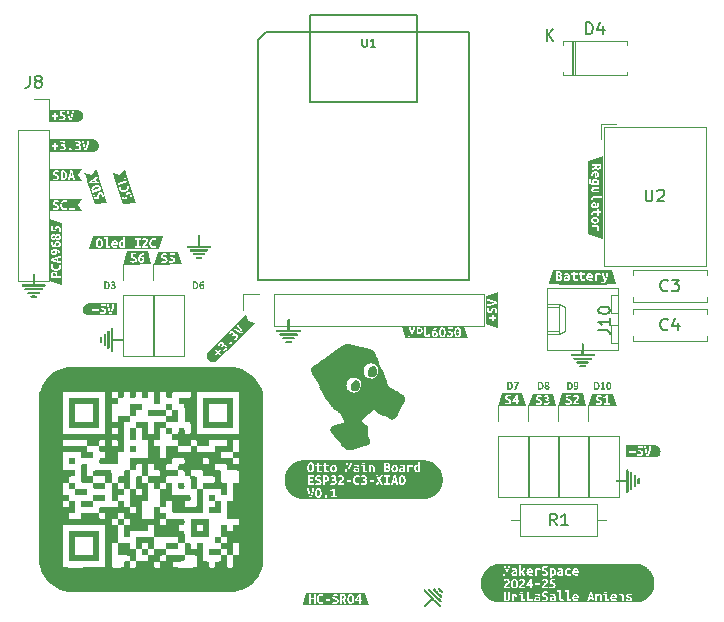
<source format=gbr>
%TF.GenerationSoftware,KiCad,Pcbnew,8.0.8*%
%TF.CreationDate,2025-02-10T09:37:57+01:00*%
%TF.ProjectId,Otto-ESP32-XIAO-Lite,4f74746f-2d45-4535-9033-322d5849414f,1.0*%
%TF.SameCoordinates,Original*%
%TF.FileFunction,Legend,Top*%
%TF.FilePolarity,Positive*%
%FSLAX46Y46*%
G04 Gerber Fmt 4.6, Leading zero omitted, Abs format (unit mm)*
G04 Created by KiCad (PCBNEW 8.0.8) date 2025-02-10 09:37:57*
%MOMM*%
%LPD*%
G01*
G04 APERTURE LIST*
%ADD10C,0.120000*%
%ADD11C,0.150000*%
%ADD12C,0.000000*%
%ADD13C,0.127000*%
G04 APERTURE END LIST*
D10*
G36*
X59164549Y-90245713D02*
G01*
X59189432Y-90247650D01*
X59215853Y-90251445D01*
X59240120Y-90256927D01*
X59245851Y-90258561D01*
X59270255Y-90267056D01*
X59294675Y-90278616D01*
X59318258Y-90293910D01*
X59322177Y-90296981D01*
X59344236Y-90316576D01*
X59364145Y-90338967D01*
X59381903Y-90364154D01*
X59397511Y-90392136D01*
X59405464Y-90409381D01*
X59417312Y-90441552D01*
X59426251Y-90476107D01*
X59431596Y-90507625D01*
X59434803Y-90540895D01*
X59435872Y-90575918D01*
X59434726Y-90609832D01*
X59431287Y-90642396D01*
X59425555Y-90673608D01*
X59415971Y-90708316D01*
X59403266Y-90741185D01*
X59388176Y-90771448D01*
X59371439Y-90798474D01*
X59353054Y-90822264D01*
X59333021Y-90842817D01*
X59320834Y-90853109D01*
X59299175Y-90868224D01*
X59276376Y-90880525D01*
X59252438Y-90890013D01*
X59238646Y-90894069D01*
X59212259Y-90899594D01*
X59186598Y-90902988D01*
X59158861Y-90904953D01*
X59132889Y-90905500D01*
X58952515Y-90905500D01*
X58952515Y-90783573D01*
X59084406Y-90783573D01*
X59117746Y-90783573D01*
X59142212Y-90783134D01*
X59166737Y-90781403D01*
X59186744Y-90778017D01*
X59211165Y-90768852D01*
X59229731Y-90757696D01*
X59250375Y-90739160D01*
X59268758Y-90714687D01*
X59282610Y-90685937D01*
X59291497Y-90655780D01*
X59297092Y-90621467D01*
X59299314Y-90587033D01*
X59299462Y-90574807D01*
X59298004Y-90539343D01*
X59293628Y-90506893D01*
X59285344Y-90474373D01*
X59281022Y-90462406D01*
X59267474Y-90435219D01*
X59249728Y-90412001D01*
X59227785Y-90392751D01*
X59222892Y-90389378D01*
X59199816Y-90377395D01*
X59181493Y-90371756D01*
X59156964Y-90368337D01*
X59130540Y-90367109D01*
X59117746Y-90366993D01*
X59084406Y-90366993D01*
X59084406Y-90783573D01*
X58952515Y-90783573D01*
X58952515Y-90245067D01*
X59138018Y-90245067D01*
X59164549Y-90245713D01*
G37*
G36*
X59820002Y-90235883D02*
G01*
X59844806Y-90238557D01*
X59850352Y-90239352D01*
X59875021Y-90243241D01*
X59889187Y-90246019D01*
X59889187Y-90377153D01*
X59876120Y-90377153D01*
X59852492Y-90366818D01*
X59844612Y-90364135D01*
X59819438Y-90358437D01*
X59794420Y-90356832D01*
X59766966Y-90358815D01*
X59742305Y-90364763D01*
X59717541Y-90376417D01*
X59696425Y-90393251D01*
X59691716Y-90398268D01*
X59673348Y-90424150D01*
X59660898Y-90451479D01*
X59652095Y-90482876D01*
X59647386Y-90513685D01*
X59669381Y-90498587D01*
X59692304Y-90486057D01*
X59703196Y-90481140D01*
X59727854Y-90473019D01*
X59754004Y-90469039D01*
X59766577Y-90468598D01*
X59791915Y-90470269D01*
X59817196Y-90475769D01*
X59822020Y-90477330D01*
X59845258Y-90487818D01*
X59866885Y-90502911D01*
X59869647Y-90505271D01*
X59889465Y-90526778D01*
X59906055Y-90553196D01*
X59915321Y-90573537D01*
X59925124Y-90605448D01*
X59930505Y-90638887D01*
X59932473Y-90672587D01*
X59932540Y-90680540D01*
X59930837Y-90714407D01*
X59925729Y-90746812D01*
X59918129Y-90775001D01*
X59906837Y-90803692D01*
X59891358Y-90831227D01*
X59877585Y-90849299D01*
X59857404Y-90869674D01*
X59835144Y-90886484D01*
X59813105Y-90898673D01*
X59789055Y-90907631D01*
X59762549Y-90913271D01*
X59736592Y-90915511D01*
X59727498Y-90915660D01*
X59702238Y-90914392D01*
X59675667Y-90910007D01*
X59650670Y-90902491D01*
X59643478Y-90899625D01*
X59618652Y-90886594D01*
X59596393Y-90869549D01*
X59578388Y-90850569D01*
X59560291Y-90824799D01*
X59546472Y-90797921D01*
X59534991Y-90767551D01*
X59530638Y-90752933D01*
X59523425Y-90721559D01*
X59518273Y-90687287D01*
X59515456Y-90654922D01*
X59514764Y-90635611D01*
X59646043Y-90635611D01*
X59646866Y-90667403D01*
X59650026Y-90700683D01*
X59654469Y-90724357D01*
X59664300Y-90755037D01*
X59676940Y-90777541D01*
X59697234Y-90796289D01*
X59699654Y-90797544D01*
X59724017Y-90803795D01*
X59727742Y-90803894D01*
X59751924Y-90797786D01*
X59752777Y-90797385D01*
X59773748Y-90780733D01*
X59776224Y-90777541D01*
X59790216Y-90750929D01*
X59793199Y-90742296D01*
X59798657Y-90711128D01*
X59799550Y-90686890D01*
X59797270Y-90654529D01*
X59792344Y-90634500D01*
X59777732Y-90607593D01*
X59772439Y-90601796D01*
X59750408Y-90587346D01*
X59743252Y-90584967D01*
X59718521Y-90580728D01*
X59708569Y-90580363D01*
X59684088Y-90583077D01*
X59676940Y-90584809D01*
X59652894Y-90592960D01*
X59646776Y-90595763D01*
X59646409Y-90610210D01*
X59646043Y-90635611D01*
X59514764Y-90635611D01*
X59514216Y-90620339D01*
X59514152Y-90610051D01*
X59514888Y-90573263D01*
X59517097Y-90538329D01*
X59520779Y-90505248D01*
X59525933Y-90474020D01*
X59529539Y-90457009D01*
X59538515Y-90424553D01*
X59549933Y-90394021D01*
X59563794Y-90365415D01*
X59580097Y-90338734D01*
X59598202Y-90315436D01*
X59618810Y-90294917D01*
X59641921Y-90277176D01*
X59664197Y-90263931D01*
X59667536Y-90262213D01*
X59692021Y-90251573D01*
X59718457Y-90243546D01*
X59742670Y-90238746D01*
X59768317Y-90235866D01*
X59795397Y-90234906D01*
X59820002Y-90235883D01*
G37*
G36*
X51664549Y-90245713D02*
G01*
X51689432Y-90247650D01*
X51715853Y-90251445D01*
X51740120Y-90256927D01*
X51745851Y-90258561D01*
X51770255Y-90267056D01*
X51794675Y-90278616D01*
X51818258Y-90293910D01*
X51822177Y-90296981D01*
X51844236Y-90316576D01*
X51864145Y-90338967D01*
X51881903Y-90364154D01*
X51897511Y-90392136D01*
X51905464Y-90409381D01*
X51917312Y-90441552D01*
X51926251Y-90476107D01*
X51931596Y-90507625D01*
X51934803Y-90540895D01*
X51935872Y-90575918D01*
X51934726Y-90609832D01*
X51931287Y-90642396D01*
X51925555Y-90673608D01*
X51915971Y-90708316D01*
X51903266Y-90741185D01*
X51888176Y-90771448D01*
X51871439Y-90798474D01*
X51853054Y-90822264D01*
X51833021Y-90842817D01*
X51820834Y-90853109D01*
X51799175Y-90868224D01*
X51776376Y-90880525D01*
X51752438Y-90890013D01*
X51738646Y-90894069D01*
X51712259Y-90899594D01*
X51686598Y-90902988D01*
X51658861Y-90904953D01*
X51632889Y-90905500D01*
X51452515Y-90905500D01*
X51452515Y-90783573D01*
X51584406Y-90783573D01*
X51617746Y-90783573D01*
X51642212Y-90783134D01*
X51666737Y-90781403D01*
X51686744Y-90778017D01*
X51711165Y-90768852D01*
X51729731Y-90757696D01*
X51750375Y-90739160D01*
X51768758Y-90714687D01*
X51782610Y-90685937D01*
X51791497Y-90655780D01*
X51797092Y-90621467D01*
X51799314Y-90587033D01*
X51799462Y-90574807D01*
X51798004Y-90539343D01*
X51793628Y-90506893D01*
X51785344Y-90474373D01*
X51781022Y-90462406D01*
X51767474Y-90435219D01*
X51749728Y-90412001D01*
X51727785Y-90392751D01*
X51722892Y-90389378D01*
X51699816Y-90377395D01*
X51681493Y-90371756D01*
X51656964Y-90368337D01*
X51630540Y-90367109D01*
X51617746Y-90366993D01*
X51584406Y-90366993D01*
X51584406Y-90783573D01*
X51452515Y-90783573D01*
X51452515Y-90245067D01*
X51638018Y-90245067D01*
X51664549Y-90245713D01*
G37*
G36*
X52382958Y-90591159D02*
G01*
X52400517Y-90615588D01*
X52409703Y-90634817D01*
X52417517Y-90665960D01*
X52419707Y-90698605D01*
X52419717Y-90701178D01*
X52417708Y-90735314D01*
X52411680Y-90767708D01*
X52405429Y-90788336D01*
X52392640Y-90817091D01*
X52375524Y-90842631D01*
X52361709Y-90857872D01*
X52340683Y-90875544D01*
X52317232Y-90890138D01*
X52293810Y-90900737D01*
X52267840Y-90908606D01*
X52241694Y-90913197D01*
X52216247Y-90915296D01*
X52199288Y-90915660D01*
X52172364Y-90915022D01*
X52147159Y-90913107D01*
X52120456Y-90909357D01*
X52095997Y-90903939D01*
X52090233Y-90902324D01*
X52065963Y-90894572D01*
X52042169Y-90885369D01*
X52018023Y-90873507D01*
X52016228Y-90872478D01*
X52016228Y-90722610D01*
X52029661Y-90722610D01*
X52051336Y-90738849D01*
X52075723Y-90753512D01*
X52100247Y-90765475D01*
X52125201Y-90775019D01*
X52151053Y-90781435D01*
X52175230Y-90783573D01*
X52200074Y-90782062D01*
X52218461Y-90779287D01*
X52242521Y-90771300D01*
X52258028Y-90760712D01*
X52275809Y-90738414D01*
X52278300Y-90733565D01*
X52285399Y-90701565D01*
X52285872Y-90687366D01*
X52281817Y-90655999D01*
X52275492Y-90642120D01*
X52255438Y-90622783D01*
X52248381Y-90619418D01*
X52223424Y-90612844D01*
X52207958Y-90611639D01*
X52182387Y-90610997D01*
X52163995Y-90610845D01*
X52135785Y-90610845D01*
X52135785Y-90499079D01*
X52164972Y-90499079D01*
X52190190Y-90498563D01*
X52212355Y-90497016D01*
X52236761Y-90491982D01*
X52247404Y-90487490D01*
X52267987Y-90469588D01*
X52269996Y-90466375D01*
X52277383Y-90435437D01*
X52277568Y-90427797D01*
X52269630Y-90397633D01*
X52249724Y-90379535D01*
X52225869Y-90370826D01*
X52218095Y-90369533D01*
X52192868Y-90367114D01*
X52186954Y-90366993D01*
X52161926Y-90368846D01*
X52137657Y-90373800D01*
X52116856Y-90380170D01*
X52091187Y-90390489D01*
X52068327Y-90402247D01*
X52045921Y-90416269D01*
X52043705Y-90417795D01*
X52031005Y-90417795D01*
X52031005Y-90276183D01*
X52054996Y-90265504D01*
X52079317Y-90256844D01*
X52104572Y-90249235D01*
X52107575Y-90248401D01*
X52131900Y-90242497D01*
X52156393Y-90238280D01*
X52181054Y-90235750D01*
X52205882Y-90234906D01*
X52232138Y-90235748D01*
X52256501Y-90238272D01*
X52281350Y-90243050D01*
X52290635Y-90245543D01*
X52316143Y-90254429D01*
X52339746Y-90266372D01*
X52350718Y-90273802D01*
X52371241Y-90292580D01*
X52387977Y-90316143D01*
X52392606Y-90325398D01*
X52402511Y-90355979D01*
X52406284Y-90388676D01*
X52406406Y-90396204D01*
X52403818Y-90428542D01*
X52396054Y-90458678D01*
X52383114Y-90486613D01*
X52379905Y-90491935D01*
X52361761Y-90515268D01*
X52340302Y-90532679D01*
X52315527Y-90544167D01*
X52310174Y-90545754D01*
X52310174Y-90551628D01*
X52335167Y-90558921D01*
X52347177Y-90564170D01*
X52369276Y-90578127D01*
X52382958Y-90591159D01*
G37*
G36*
X88389907Y-98745713D02*
G01*
X88414790Y-98747650D01*
X88441211Y-98751445D01*
X88465478Y-98756927D01*
X88471209Y-98758561D01*
X88495613Y-98767056D01*
X88520033Y-98778616D01*
X88543616Y-98793910D01*
X88547535Y-98796981D01*
X88569594Y-98816576D01*
X88589503Y-98838967D01*
X88607261Y-98864154D01*
X88622869Y-98892136D01*
X88630822Y-98909381D01*
X88642670Y-98941552D01*
X88651609Y-98976107D01*
X88656954Y-99007625D01*
X88660161Y-99040895D01*
X88661230Y-99075918D01*
X88660084Y-99109832D01*
X88656645Y-99142396D01*
X88650913Y-99173608D01*
X88641329Y-99208316D01*
X88628624Y-99241185D01*
X88613534Y-99271448D01*
X88596797Y-99298474D01*
X88578412Y-99322264D01*
X88558379Y-99342817D01*
X88546192Y-99353109D01*
X88524533Y-99368224D01*
X88501734Y-99380525D01*
X88477796Y-99390013D01*
X88464004Y-99394069D01*
X88437617Y-99399594D01*
X88411956Y-99402988D01*
X88384219Y-99404953D01*
X88358247Y-99405500D01*
X88177873Y-99405500D01*
X88177873Y-99283573D01*
X88309764Y-99283573D01*
X88343104Y-99283573D01*
X88367570Y-99283134D01*
X88392095Y-99281403D01*
X88412102Y-99278017D01*
X88436523Y-99268852D01*
X88455089Y-99257696D01*
X88475733Y-99239160D01*
X88494116Y-99214687D01*
X88507968Y-99185937D01*
X88516855Y-99155780D01*
X88522450Y-99121467D01*
X88524672Y-99087033D01*
X88524820Y-99074807D01*
X88523362Y-99039343D01*
X88518986Y-99006893D01*
X88510702Y-98974373D01*
X88506380Y-98962406D01*
X88492832Y-98935219D01*
X88475086Y-98912001D01*
X88453143Y-98892751D01*
X88448250Y-98889378D01*
X88425174Y-98877395D01*
X88406851Y-98871756D01*
X88382322Y-98868337D01*
X88355898Y-98867109D01*
X88343104Y-98866993D01*
X88309764Y-98866993D01*
X88309764Y-99283573D01*
X88177873Y-99283573D01*
X88177873Y-98745067D01*
X88363376Y-98745067D01*
X88389907Y-98745713D01*
G37*
G36*
X88972833Y-98736003D02*
G01*
X88999471Y-98739294D01*
X89024100Y-98744778D01*
X89051002Y-98754255D01*
X89075011Y-98766892D01*
X89092807Y-98779835D01*
X89113744Y-98800857D01*
X89131375Y-98828399D01*
X89142290Y-98859692D01*
X89146488Y-98894735D01*
X89146540Y-98899379D01*
X89143346Y-98932741D01*
X89133764Y-98963289D01*
X89123826Y-98982092D01*
X89105436Y-99005683D01*
X89083760Y-99024883D01*
X89060213Y-99040333D01*
X89054461Y-99043532D01*
X89054461Y-99046230D01*
X89079526Y-99060221D01*
X89101111Y-99076474D01*
X89121234Y-99097462D01*
X89133840Y-99115766D01*
X89147428Y-99144603D01*
X89155984Y-99176541D01*
X89159507Y-99211579D01*
X89159607Y-99218959D01*
X89156838Y-99255309D01*
X89148528Y-99288650D01*
X89134678Y-99318983D01*
X89115289Y-99346308D01*
X89101722Y-99360571D01*
X89078499Y-99379293D01*
X89052246Y-99394141D01*
X89028052Y-99403555D01*
X89001754Y-99410280D01*
X88973350Y-99414315D01*
X88942842Y-99415660D01*
X88915517Y-99414737D01*
X88890208Y-99411969D01*
X88864143Y-99406648D01*
X88845633Y-99400896D01*
X88821665Y-99390452D01*
X88798467Y-99376386D01*
X88778589Y-99359618D01*
X88759592Y-99337281D01*
X88744138Y-99310002D01*
X88739876Y-99299449D01*
X88731361Y-99268163D01*
X88727614Y-99234872D01*
X88727420Y-99224992D01*
X88729103Y-99204512D01*
X88857357Y-99204512D01*
X88860946Y-99236073D01*
X88872935Y-99264368D01*
X88882880Y-99277064D01*
X88904295Y-99293414D01*
X88930073Y-99302218D01*
X88949681Y-99303894D01*
X88974529Y-99300021D01*
X88975448Y-99299767D01*
X88998821Y-99288504D01*
X89000850Y-99286907D01*
X89019294Y-99265753D01*
X89020755Y-99263252D01*
X89028209Y-99232066D01*
X89028327Y-99226421D01*
X89023979Y-99194466D01*
X89015993Y-99178793D01*
X88995512Y-99160244D01*
X88972173Y-99145531D01*
X88965190Y-99141644D01*
X88942384Y-99130035D01*
X88932217Y-99125451D01*
X88908960Y-99114902D01*
X88895825Y-99108781D01*
X88878499Y-99132868D01*
X88869203Y-99150058D01*
X88859312Y-99180973D01*
X88857357Y-99204512D01*
X88729103Y-99204512D01*
X88730075Y-99192688D01*
X88739028Y-99160443D01*
X88749890Y-99138310D01*
X88767207Y-99115526D01*
X88788257Y-99096611D01*
X88811315Y-99081062D01*
X88827804Y-99071949D01*
X88827804Y-99069250D01*
X88804536Y-99053448D01*
X88783079Y-99033386D01*
X88764820Y-99008274D01*
X88762102Y-99003366D01*
X88750213Y-98974488D01*
X88743259Y-98942647D01*
X88741219Y-98911128D01*
X88741456Y-98908270D01*
X88872378Y-98908270D01*
X88878308Y-98939336D01*
X88883857Y-98948277D01*
X88905235Y-98967030D01*
X88921471Y-98976853D01*
X88944674Y-98988305D01*
X88947727Y-98989713D01*
X88971359Y-98999982D01*
X88988149Y-99006859D01*
X89003714Y-98980692D01*
X89010741Y-98964788D01*
X89017152Y-98933430D01*
X89017702Y-98918748D01*
X89012015Y-98887471D01*
X88997552Y-98866199D01*
X88974197Y-98851554D01*
X88948301Y-98846748D01*
X88944185Y-98846672D01*
X88919715Y-98850397D01*
X88918906Y-98850641D01*
X88895337Y-98861913D01*
X88878850Y-98881281D01*
X88872378Y-98908270D01*
X88741456Y-98908270D01*
X88743913Y-98878577D01*
X88753590Y-98844670D01*
X88767829Y-98817883D01*
X88787456Y-98793785D01*
X88797517Y-98784280D01*
X88819864Y-98767501D01*
X88844590Y-98754193D01*
X88871693Y-98744357D01*
X88896097Y-98738812D01*
X88922152Y-98735678D01*
X88944185Y-98734906D01*
X88972833Y-98736003D01*
G37*
G36*
X90855667Y-98745713D02*
G01*
X90880550Y-98747650D01*
X90906971Y-98751445D01*
X90931238Y-98756927D01*
X90936969Y-98758561D01*
X90961373Y-98767056D01*
X90985793Y-98778616D01*
X91009376Y-98793910D01*
X91013295Y-98796981D01*
X91035354Y-98816576D01*
X91055263Y-98838967D01*
X91073021Y-98864154D01*
X91088629Y-98892136D01*
X91096582Y-98909381D01*
X91108430Y-98941552D01*
X91117369Y-98976107D01*
X91122714Y-99007625D01*
X91125921Y-99040895D01*
X91126990Y-99075918D01*
X91125844Y-99109832D01*
X91122405Y-99142396D01*
X91116673Y-99173608D01*
X91107089Y-99208316D01*
X91094384Y-99241185D01*
X91079294Y-99271448D01*
X91062557Y-99298474D01*
X91044172Y-99322264D01*
X91024139Y-99342817D01*
X91011952Y-99353109D01*
X90990293Y-99368224D01*
X90967494Y-99380525D01*
X90943556Y-99390013D01*
X90929764Y-99394069D01*
X90903377Y-99399594D01*
X90877716Y-99402988D01*
X90849979Y-99404953D01*
X90824007Y-99405500D01*
X90643633Y-99405500D01*
X90643633Y-99283573D01*
X90775524Y-99283573D01*
X90808864Y-99283573D01*
X90833330Y-99283134D01*
X90857855Y-99281403D01*
X90877862Y-99278017D01*
X90902283Y-99268852D01*
X90920849Y-99257696D01*
X90941493Y-99239160D01*
X90959876Y-99214687D01*
X90973728Y-99185937D01*
X90982615Y-99155780D01*
X90988210Y-99121467D01*
X90990432Y-99087033D01*
X90990580Y-99074807D01*
X90989122Y-99039343D01*
X90984746Y-99006893D01*
X90976462Y-98974373D01*
X90972140Y-98962406D01*
X90958592Y-98935219D01*
X90940846Y-98912001D01*
X90918903Y-98892751D01*
X90914010Y-98889378D01*
X90890934Y-98877395D01*
X90872611Y-98871756D01*
X90848082Y-98868337D01*
X90821658Y-98867109D01*
X90808864Y-98866993D01*
X90775524Y-98866993D01*
X90775524Y-99283573D01*
X90643633Y-99283573D01*
X90643633Y-98745067D01*
X90829136Y-98745067D01*
X90855667Y-98745713D01*
G37*
G36*
X91428070Y-98736175D02*
G01*
X91454898Y-98740559D01*
X91479628Y-98748075D01*
X91486638Y-98750941D01*
X91510865Y-98763972D01*
X91532668Y-98781017D01*
X91550385Y-98799997D01*
X91568410Y-98825643D01*
X91582042Y-98852198D01*
X91593221Y-98882043D01*
X91597402Y-98896363D01*
X91604347Y-98927172D01*
X91609308Y-98961176D01*
X91612022Y-98993550D01*
X91613215Y-99028371D01*
X91613277Y-99038769D01*
X91612489Y-99074200D01*
X91610122Y-99108538D01*
X91606177Y-99141782D01*
X91600655Y-99173931D01*
X91596791Y-99191811D01*
X91587472Y-99225815D01*
X91576000Y-99257021D01*
X91562376Y-99285429D01*
X91546599Y-99311039D01*
X91527304Y-99335527D01*
X91505811Y-99356761D01*
X91482119Y-99374740D01*
X91459586Y-99387802D01*
X91456229Y-99389465D01*
X91431814Y-99399672D01*
X91405693Y-99407372D01*
X91377865Y-99412565D01*
X91352655Y-99415020D01*
X91330688Y-99415660D01*
X91305962Y-99414753D01*
X91281239Y-99412270D01*
X91275734Y-99411532D01*
X91251248Y-99407801D01*
X91236899Y-99404547D01*
X91236899Y-99273413D01*
X91250577Y-99273413D01*
X91274266Y-99284539D01*
X91280008Y-99286749D01*
X91304179Y-99292199D01*
X91329985Y-99293727D01*
X91332032Y-99293734D01*
X91356890Y-99291850D01*
X91381319Y-99286199D01*
X91384544Y-99285161D01*
X91408510Y-99274088D01*
X91428874Y-99258013D01*
X91447314Y-99235708D01*
X91462091Y-99208481D01*
X91472463Y-99177963D01*
X91478754Y-99144632D01*
X91479677Y-99136881D01*
X91457838Y-99151862D01*
X91435536Y-99164815D01*
X91424111Y-99170379D01*
X91399371Y-99178302D01*
X91374332Y-99181561D01*
X91360486Y-99181968D01*
X91335759Y-99180267D01*
X91310355Y-99174667D01*
X91305409Y-99173078D01*
X91281814Y-99162467D01*
X91258893Y-99146457D01*
X91257538Y-99145295D01*
X91237737Y-99123610D01*
X91221199Y-99097370D01*
X91211986Y-99077347D01*
X91202322Y-99045707D01*
X91197017Y-99012417D01*
X91195078Y-98978771D01*
X91195012Y-98970821D01*
X91195367Y-98964153D01*
X91327880Y-98964153D01*
X91330420Y-98997068D01*
X91335085Y-99015590D01*
X91348984Y-99042053D01*
X91354991Y-99048771D01*
X91377378Y-99063355D01*
X91383323Y-99065440D01*
X91408297Y-99069826D01*
X91418860Y-99070203D01*
X91443636Y-99067435D01*
X91452566Y-99065281D01*
X91476733Y-99056816D01*
X91480776Y-99054803D01*
X91481264Y-99041150D01*
X91481753Y-99014161D01*
X91480800Y-98979630D01*
X91477589Y-98947095D01*
X91473693Y-98926210D01*
X91464137Y-98895688D01*
X91451589Y-98873026D01*
X91431727Y-98854498D01*
X91428508Y-98852863D01*
X91403721Y-98846726D01*
X91401030Y-98846672D01*
X91376916Y-98851974D01*
X91375385Y-98852705D01*
X91354074Y-98870392D01*
X91351938Y-98873026D01*
X91337722Y-98900281D01*
X91334596Y-98909857D01*
X91328824Y-98941708D01*
X91327880Y-98964153D01*
X91195367Y-98964153D01*
X91197021Y-98933063D01*
X91203049Y-98898018D01*
X91213095Y-98865685D01*
X91227160Y-98836065D01*
X91245244Y-98809157D01*
X91252164Y-98800791D01*
X91274850Y-98778400D01*
X91300044Y-98760642D01*
X91322953Y-98749383D01*
X91347604Y-98741340D01*
X91373996Y-98736515D01*
X91402130Y-98734906D01*
X91428070Y-98736175D01*
G37*
G36*
X93127339Y-98754743D02*
G01*
X93152222Y-98756680D01*
X93178643Y-98760475D01*
X93202910Y-98765957D01*
X93208641Y-98767591D01*
X93233045Y-98776086D01*
X93257465Y-98787646D01*
X93281048Y-98802940D01*
X93284967Y-98806011D01*
X93307026Y-98825606D01*
X93326935Y-98847997D01*
X93344693Y-98873184D01*
X93360301Y-98901166D01*
X93368254Y-98918411D01*
X93380102Y-98950582D01*
X93389041Y-98985137D01*
X93394386Y-99016655D01*
X93397593Y-99049925D01*
X93398662Y-99084948D01*
X93397516Y-99118862D01*
X93394077Y-99151426D01*
X93388345Y-99182638D01*
X93378761Y-99217346D01*
X93366056Y-99250215D01*
X93350966Y-99280478D01*
X93334229Y-99307504D01*
X93315844Y-99331294D01*
X93295811Y-99351847D01*
X93283624Y-99362139D01*
X93261965Y-99377254D01*
X93239166Y-99389555D01*
X93215228Y-99399043D01*
X93201436Y-99403099D01*
X93175049Y-99408624D01*
X93149388Y-99412018D01*
X93121651Y-99413983D01*
X93095679Y-99414530D01*
X92915305Y-99414530D01*
X92915305Y-99292603D01*
X93047196Y-99292603D01*
X93080536Y-99292603D01*
X93105002Y-99292164D01*
X93129527Y-99290433D01*
X93149534Y-99287047D01*
X93173955Y-99277882D01*
X93192521Y-99266726D01*
X93213165Y-99248190D01*
X93231548Y-99223717D01*
X93245400Y-99194967D01*
X93254287Y-99164810D01*
X93259882Y-99130497D01*
X93262104Y-99096063D01*
X93262252Y-99083837D01*
X93260794Y-99048373D01*
X93256418Y-99015923D01*
X93248134Y-98983403D01*
X93243812Y-98971436D01*
X93230264Y-98944249D01*
X93212518Y-98921031D01*
X93190575Y-98901781D01*
X93185682Y-98898408D01*
X93162606Y-98886425D01*
X93144283Y-98880786D01*
X93119754Y-98877367D01*
X93093330Y-98876139D01*
X93080536Y-98876023D01*
X93047196Y-98876023D01*
X93047196Y-99292603D01*
X92915305Y-99292603D01*
X92915305Y-98754097D01*
X93100808Y-98754097D01*
X93127339Y-98754743D01*
G37*
G36*
X93863700Y-99414530D02*
G01*
X93522249Y-99414530D01*
X93522249Y-99302764D01*
X93630082Y-99302764D01*
X93630082Y-98957307D01*
X93522249Y-98957307D01*
X93522249Y-98845541D01*
X93547908Y-98844466D01*
X93569632Y-98841731D01*
X93593893Y-98835192D01*
X93607367Y-98828396D01*
X93627780Y-98809745D01*
X93634234Y-98799184D01*
X93643138Y-98768575D01*
X93644492Y-98754097D01*
X93758187Y-98754097D01*
X93758187Y-99302764D01*
X93863700Y-99302764D01*
X93863700Y-99414530D01*
G37*
G36*
X94203031Y-98745000D02*
G01*
X94229107Y-98748820D01*
X94255634Y-98756439D01*
X94276715Y-98766162D01*
X94300254Y-98782094D01*
X94320955Y-98802305D01*
X94338818Y-98826794D01*
X94342050Y-98832206D01*
X94356361Y-98861049D01*
X94366957Y-98890348D01*
X94375389Y-98922812D01*
X94378442Y-98938256D01*
X94383411Y-98970990D01*
X94386960Y-99006165D01*
X94388901Y-99038945D01*
X94389755Y-99073594D01*
X94389799Y-99083837D01*
X94389238Y-99119126D01*
X94387555Y-99152760D01*
X94384750Y-99184737D01*
X94380171Y-99219254D01*
X94378076Y-99231640D01*
X94371451Y-99262797D01*
X94362027Y-99294337D01*
X94349109Y-99325022D01*
X94341684Y-99338643D01*
X94324401Y-99363204D01*
X94304303Y-99383703D01*
X94281391Y-99400140D01*
X94276471Y-99402940D01*
X94252608Y-99413454D01*
X94225809Y-99420527D01*
X94199523Y-99423925D01*
X94178285Y-99424690D01*
X94150640Y-99423321D01*
X94125101Y-99419213D01*
X94098888Y-99411318D01*
X94080344Y-99402781D01*
X94056518Y-99386943D01*
X94035722Y-99367011D01*
X94017954Y-99342987D01*
X94014765Y-99337691D01*
X94000260Y-99308770D01*
X93989552Y-99279269D01*
X93981065Y-99246477D01*
X93978006Y-99230847D01*
X93973037Y-99197696D01*
X93969488Y-99162224D01*
X93967547Y-99129281D01*
X93966693Y-99094560D01*
X93966651Y-99084789D01*
X94099517Y-99084789D01*
X94099970Y-99119379D01*
X94101710Y-99156722D01*
X94104756Y-99189521D01*
X94109958Y-99222046D01*
X94118079Y-99251644D01*
X94131923Y-99278602D01*
X94152330Y-99296723D01*
X94178163Y-99302764D01*
X94204065Y-99296723D01*
X94224513Y-99278602D01*
X94238369Y-99251644D01*
X94247342Y-99217702D01*
X94252291Y-99184132D01*
X94255119Y-99150363D01*
X94256641Y-99111984D01*
X94256931Y-99083837D01*
X94256487Y-99048634D01*
X94255154Y-99016749D01*
X94252382Y-98982867D01*
X94247531Y-98949376D01*
X94239855Y-98919063D01*
X94238735Y-98915871D01*
X94225001Y-98889499D01*
X94204439Y-98871772D01*
X94178163Y-98865862D01*
X94151956Y-98871772D01*
X94131435Y-98889499D01*
X94117713Y-98915871D01*
X94108917Y-98949451D01*
X94104066Y-98983105D01*
X94101294Y-99017200D01*
X94099961Y-99049312D01*
X94099517Y-99084789D01*
X93966651Y-99084789D01*
X93966649Y-99084313D01*
X93967204Y-99048094D01*
X93968869Y-99014032D01*
X93971645Y-98982127D01*
X93976177Y-98948307D01*
X93978250Y-98936351D01*
X93985927Y-98902520D01*
X93995767Y-98871753D01*
X94007771Y-98844050D01*
X94015375Y-98829983D01*
X94032782Y-98805202D01*
X94053099Y-98784638D01*
X94076326Y-98768291D01*
X94081321Y-98765527D01*
X94105383Y-98755090D01*
X94131956Y-98748069D01*
X94157686Y-98744695D01*
X94178285Y-98743936D01*
X94203031Y-98745000D01*
G37*
G36*
X85793222Y-98745713D02*
G01*
X85818105Y-98747650D01*
X85844526Y-98751445D01*
X85868793Y-98756927D01*
X85874524Y-98758561D01*
X85898928Y-98767056D01*
X85923348Y-98778616D01*
X85946931Y-98793910D01*
X85950850Y-98796981D01*
X85972909Y-98816576D01*
X85992818Y-98838967D01*
X86010576Y-98864154D01*
X86026184Y-98892136D01*
X86034137Y-98909381D01*
X86045985Y-98941552D01*
X86054924Y-98976107D01*
X86060269Y-99007625D01*
X86063476Y-99040895D01*
X86064545Y-99075918D01*
X86063399Y-99109832D01*
X86059960Y-99142396D01*
X86054228Y-99173608D01*
X86044644Y-99208316D01*
X86031939Y-99241185D01*
X86016849Y-99271448D01*
X86000112Y-99298474D01*
X85981727Y-99322264D01*
X85961694Y-99342817D01*
X85949507Y-99353109D01*
X85927848Y-99368224D01*
X85905049Y-99380525D01*
X85881111Y-99390013D01*
X85867319Y-99394069D01*
X85840932Y-99399594D01*
X85815271Y-99402988D01*
X85787534Y-99404953D01*
X85761562Y-99405500D01*
X85581188Y-99405500D01*
X85581188Y-99283573D01*
X85713079Y-99283573D01*
X85746419Y-99283573D01*
X85770885Y-99283134D01*
X85795410Y-99281403D01*
X85815417Y-99278017D01*
X85839838Y-99268852D01*
X85858404Y-99257696D01*
X85879048Y-99239160D01*
X85897431Y-99214687D01*
X85911283Y-99185937D01*
X85920170Y-99155780D01*
X85925765Y-99121467D01*
X85927987Y-99087033D01*
X85928135Y-99074807D01*
X85926677Y-99039343D01*
X85922301Y-99006893D01*
X85914017Y-98974373D01*
X85909695Y-98962406D01*
X85896147Y-98935219D01*
X85878401Y-98912001D01*
X85856458Y-98892751D01*
X85851565Y-98889378D01*
X85828489Y-98877395D01*
X85810166Y-98871756D01*
X85785637Y-98868337D01*
X85759213Y-98867109D01*
X85746419Y-98866993D01*
X85713079Y-98866993D01*
X85713079Y-99283573D01*
X85581188Y-99283573D01*
X85581188Y-98745067D01*
X85766691Y-98745067D01*
X85793222Y-98745713D01*
G37*
G36*
X86551199Y-98882075D02*
G01*
X86319657Y-99405500D01*
X86172745Y-99405500D01*
X86413079Y-98877153D01*
X86150396Y-98877153D01*
X86150396Y-98745067D01*
X86551199Y-98745067D01*
X86551199Y-98882075D01*
G37*
D11*
X45153012Y-72840819D02*
X45153012Y-73555104D01*
X45153012Y-73555104D02*
X45105393Y-73697961D01*
X45105393Y-73697961D02*
X45010155Y-73793200D01*
X45010155Y-73793200D02*
X44867298Y-73840819D01*
X44867298Y-73840819D02*
X44772060Y-73840819D01*
X45772060Y-73269390D02*
X45676822Y-73221771D01*
X45676822Y-73221771D02*
X45629203Y-73174152D01*
X45629203Y-73174152D02*
X45581584Y-73078914D01*
X45581584Y-73078914D02*
X45581584Y-73031295D01*
X45581584Y-73031295D02*
X45629203Y-72936057D01*
X45629203Y-72936057D02*
X45676822Y-72888438D01*
X45676822Y-72888438D02*
X45772060Y-72840819D01*
X45772060Y-72840819D02*
X45962536Y-72840819D01*
X45962536Y-72840819D02*
X46057774Y-72888438D01*
X46057774Y-72888438D02*
X46105393Y-72936057D01*
X46105393Y-72936057D02*
X46153012Y-73031295D01*
X46153012Y-73031295D02*
X46153012Y-73078914D01*
X46153012Y-73078914D02*
X46105393Y-73174152D01*
X46105393Y-73174152D02*
X46057774Y-73221771D01*
X46057774Y-73221771D02*
X45962536Y-73269390D01*
X45962536Y-73269390D02*
X45772060Y-73269390D01*
X45772060Y-73269390D02*
X45676822Y-73317009D01*
X45676822Y-73317009D02*
X45629203Y-73364628D01*
X45629203Y-73364628D02*
X45581584Y-73459866D01*
X45581584Y-73459866D02*
X45581584Y-73650342D01*
X45581584Y-73650342D02*
X45629203Y-73745580D01*
X45629203Y-73745580D02*
X45676822Y-73793200D01*
X45676822Y-73793200D02*
X45772060Y-73840819D01*
X45772060Y-73840819D02*
X45962536Y-73840819D01*
X45962536Y-73840819D02*
X46057774Y-73793200D01*
X46057774Y-73793200D02*
X46105393Y-73745580D01*
X46105393Y-73745580D02*
X46153012Y-73650342D01*
X46153012Y-73650342D02*
X46153012Y-73459866D01*
X46153012Y-73459866D02*
X46105393Y-73364628D01*
X46105393Y-73364628D02*
X46057774Y-73317009D01*
X46057774Y-73317009D02*
X45962536Y-73269390D01*
X92246251Y-69314819D02*
X92246251Y-68314819D01*
X92246251Y-68314819D02*
X92484346Y-68314819D01*
X92484346Y-68314819D02*
X92627203Y-68362438D01*
X92627203Y-68362438D02*
X92722441Y-68457676D01*
X92722441Y-68457676D02*
X92770060Y-68552914D01*
X92770060Y-68552914D02*
X92817679Y-68743390D01*
X92817679Y-68743390D02*
X92817679Y-68886247D01*
X92817679Y-68886247D02*
X92770060Y-69076723D01*
X92770060Y-69076723D02*
X92722441Y-69171961D01*
X92722441Y-69171961D02*
X92627203Y-69267200D01*
X92627203Y-69267200D02*
X92484346Y-69314819D01*
X92484346Y-69314819D02*
X92246251Y-69314819D01*
X93674822Y-68648152D02*
X93674822Y-69314819D01*
X93436727Y-68267200D02*
X93198632Y-68981485D01*
X93198632Y-68981485D02*
X93817679Y-68981485D01*
X88912441Y-69884819D02*
X88912441Y-68884819D01*
X89483869Y-69884819D02*
X89055298Y-69313390D01*
X89483869Y-68884819D02*
X88912441Y-69456247D01*
X99167679Y-90993580D02*
X99120060Y-91041200D01*
X99120060Y-91041200D02*
X98977203Y-91088819D01*
X98977203Y-91088819D02*
X98881965Y-91088819D01*
X98881965Y-91088819D02*
X98739108Y-91041200D01*
X98739108Y-91041200D02*
X98643870Y-90945961D01*
X98643870Y-90945961D02*
X98596251Y-90850723D01*
X98596251Y-90850723D02*
X98548632Y-90660247D01*
X98548632Y-90660247D02*
X98548632Y-90517390D01*
X98548632Y-90517390D02*
X98596251Y-90326914D01*
X98596251Y-90326914D02*
X98643870Y-90231676D01*
X98643870Y-90231676D02*
X98739108Y-90136438D01*
X98739108Y-90136438D02*
X98881965Y-90088819D01*
X98881965Y-90088819D02*
X98977203Y-90088819D01*
X98977203Y-90088819D02*
X99120060Y-90136438D01*
X99120060Y-90136438D02*
X99167679Y-90184057D01*
X99501013Y-90088819D02*
X100120060Y-90088819D01*
X100120060Y-90088819D02*
X99786727Y-90469771D01*
X99786727Y-90469771D02*
X99929584Y-90469771D01*
X99929584Y-90469771D02*
X100024822Y-90517390D01*
X100024822Y-90517390D02*
X100072441Y-90565009D01*
X100072441Y-90565009D02*
X100120060Y-90660247D01*
X100120060Y-90660247D02*
X100120060Y-90898342D01*
X100120060Y-90898342D02*
X100072441Y-90993580D01*
X100072441Y-90993580D02*
X100024822Y-91041200D01*
X100024822Y-91041200D02*
X99929584Y-91088819D01*
X99929584Y-91088819D02*
X99643870Y-91088819D01*
X99643870Y-91088819D02*
X99548632Y-91041200D01*
X99548632Y-91041200D02*
X99501013Y-90993580D01*
X89769679Y-110900819D02*
X89436346Y-110424628D01*
X89198251Y-110900819D02*
X89198251Y-109900819D01*
X89198251Y-109900819D02*
X89579203Y-109900819D01*
X89579203Y-109900819D02*
X89674441Y-109948438D01*
X89674441Y-109948438D02*
X89722060Y-109996057D01*
X89722060Y-109996057D02*
X89769679Y-110091295D01*
X89769679Y-110091295D02*
X89769679Y-110234152D01*
X89769679Y-110234152D02*
X89722060Y-110329390D01*
X89722060Y-110329390D02*
X89674441Y-110377009D01*
X89674441Y-110377009D02*
X89579203Y-110424628D01*
X89579203Y-110424628D02*
X89198251Y-110424628D01*
X90722060Y-110900819D02*
X90150632Y-110900819D01*
X90436346Y-110900819D02*
X90436346Y-109900819D01*
X90436346Y-109900819D02*
X90341108Y-110043676D01*
X90341108Y-110043676D02*
X90245870Y-110138914D01*
X90245870Y-110138914D02*
X90150632Y-110186533D01*
X93287131Y-94354523D02*
X94001416Y-94354523D01*
X94001416Y-94354523D02*
X94144273Y-94402142D01*
X94144273Y-94402142D02*
X94239512Y-94497380D01*
X94239512Y-94497380D02*
X94287131Y-94640237D01*
X94287131Y-94640237D02*
X94287131Y-94735475D01*
X94287131Y-93354523D02*
X94287131Y-93925951D01*
X94287131Y-93640237D02*
X93287131Y-93640237D01*
X93287131Y-93640237D02*
X93429988Y-93735475D01*
X93429988Y-93735475D02*
X93525226Y-93830713D01*
X93525226Y-93830713D02*
X93572845Y-93925951D01*
X93287131Y-92735475D02*
X93287131Y-92640237D01*
X93287131Y-92640237D02*
X93334750Y-92544999D01*
X93334750Y-92544999D02*
X93382369Y-92497380D01*
X93382369Y-92497380D02*
X93477607Y-92449761D01*
X93477607Y-92449761D02*
X93668083Y-92402142D01*
X93668083Y-92402142D02*
X93906178Y-92402142D01*
X93906178Y-92402142D02*
X94096654Y-92449761D01*
X94096654Y-92449761D02*
X94191892Y-92497380D01*
X94191892Y-92497380D02*
X94239512Y-92544999D01*
X94239512Y-92544999D02*
X94287131Y-92640237D01*
X94287131Y-92640237D02*
X94287131Y-92735475D01*
X94287131Y-92735475D02*
X94239512Y-92830713D01*
X94239512Y-92830713D02*
X94191892Y-92878332D01*
X94191892Y-92878332D02*
X94096654Y-92925951D01*
X94096654Y-92925951D02*
X93906178Y-92973570D01*
X93906178Y-92973570D02*
X93668083Y-92973570D01*
X93668083Y-92973570D02*
X93477607Y-92925951D01*
X93477607Y-92925951D02*
X93382369Y-92878332D01*
X93382369Y-92878332D02*
X93334750Y-92830713D01*
X93334750Y-92830713D02*
X93287131Y-92735475D01*
X97302441Y-82468819D02*
X97302441Y-83278342D01*
X97302441Y-83278342D02*
X97350060Y-83373580D01*
X97350060Y-83373580D02*
X97397679Y-83421200D01*
X97397679Y-83421200D02*
X97492917Y-83468819D01*
X97492917Y-83468819D02*
X97683393Y-83468819D01*
X97683393Y-83468819D02*
X97778631Y-83421200D01*
X97778631Y-83421200D02*
X97826250Y-83373580D01*
X97826250Y-83373580D02*
X97873869Y-83278342D01*
X97873869Y-83278342D02*
X97873869Y-82468819D01*
X98302441Y-82564057D02*
X98350060Y-82516438D01*
X98350060Y-82516438D02*
X98445298Y-82468819D01*
X98445298Y-82468819D02*
X98683393Y-82468819D01*
X98683393Y-82468819D02*
X98778631Y-82516438D01*
X98778631Y-82516438D02*
X98826250Y-82564057D01*
X98826250Y-82564057D02*
X98873869Y-82659295D01*
X98873869Y-82659295D02*
X98873869Y-82754533D01*
X98873869Y-82754533D02*
X98826250Y-82897390D01*
X98826250Y-82897390D02*
X98254822Y-83468819D01*
X98254822Y-83468819D02*
X98873869Y-83468819D01*
X73310012Y-69676033D02*
X73310012Y-70242700D01*
X73310012Y-70242700D02*
X73343346Y-70309366D01*
X73343346Y-70309366D02*
X73376679Y-70342700D01*
X73376679Y-70342700D02*
X73443346Y-70376033D01*
X73443346Y-70376033D02*
X73576679Y-70376033D01*
X73576679Y-70376033D02*
X73643346Y-70342700D01*
X73643346Y-70342700D02*
X73676679Y-70309366D01*
X73676679Y-70309366D02*
X73710012Y-70242700D01*
X73710012Y-70242700D02*
X73710012Y-69676033D01*
X74410012Y-70376033D02*
X74010012Y-70376033D01*
X74210012Y-70376033D02*
X74210012Y-69676033D01*
X74210012Y-69676033D02*
X74143345Y-69776033D01*
X74143345Y-69776033D02*
X74076679Y-69842700D01*
X74076679Y-69842700D02*
X74010012Y-69876033D01*
X99167679Y-94295580D02*
X99120060Y-94343200D01*
X99120060Y-94343200D02*
X98977203Y-94390819D01*
X98977203Y-94390819D02*
X98881965Y-94390819D01*
X98881965Y-94390819D02*
X98739108Y-94343200D01*
X98739108Y-94343200D02*
X98643870Y-94247961D01*
X98643870Y-94247961D02*
X98596251Y-94152723D01*
X98596251Y-94152723D02*
X98548632Y-93962247D01*
X98548632Y-93962247D02*
X98548632Y-93819390D01*
X98548632Y-93819390D02*
X98596251Y-93628914D01*
X98596251Y-93628914D02*
X98643870Y-93533676D01*
X98643870Y-93533676D02*
X98739108Y-93438438D01*
X98739108Y-93438438D02*
X98881965Y-93390819D01*
X98881965Y-93390819D02*
X98977203Y-93390819D01*
X98977203Y-93390819D02*
X99120060Y-93438438D01*
X99120060Y-93438438D02*
X99167679Y-93486057D01*
X100024822Y-93724152D02*
X100024822Y-94390819D01*
X99786727Y-93343200D02*
X99548632Y-94057485D01*
X99548632Y-94057485D02*
X100167679Y-94057485D01*
D12*
%TO.C,G\u002A\u002A\u002A*%
G36*
X45545201Y-91432007D02*
G01*
X45589565Y-91432756D01*
X45628925Y-91433938D01*
X45660992Y-91435553D01*
X45683480Y-91437601D01*
X45691623Y-91439091D01*
X45720463Y-91453032D01*
X45744709Y-91475712D01*
X45760862Y-91503382D01*
X45764736Y-91517469D01*
X45763968Y-91549450D01*
X45752642Y-91580785D01*
X45732822Y-91606890D01*
X45720019Y-91616768D01*
X45713088Y-91620775D01*
X45705673Y-91623958D01*
X45696248Y-91626412D01*
X45683284Y-91628232D01*
X45665251Y-91629512D01*
X45640621Y-91630347D01*
X45607865Y-91630832D01*
X45565456Y-91631060D01*
X45511863Y-91631128D01*
X45487996Y-91631131D01*
X45279211Y-91631131D01*
X45255015Y-91614689D01*
X45230725Y-91590957D01*
X45216139Y-91561079D01*
X45212546Y-91528507D01*
X45215894Y-91510115D01*
X45231990Y-91477487D01*
X45257258Y-91452738D01*
X45286622Y-91438968D01*
X45301985Y-91436661D01*
X45328351Y-91434793D01*
X45363435Y-91433363D01*
X45404949Y-91432370D01*
X45450606Y-91431814D01*
X45498119Y-91431693D01*
X45545201Y-91432007D01*
G37*
G36*
X45797517Y-90806648D02*
G01*
X45877604Y-90806758D01*
X45947373Y-90806993D01*
X46007568Y-90807392D01*
X46058935Y-90807996D01*
X46102219Y-90808847D01*
X46138164Y-90809985D01*
X46167516Y-90811451D01*
X46191019Y-90813286D01*
X46209418Y-90815530D01*
X46223459Y-90818224D01*
X46233887Y-90821410D01*
X46241446Y-90825127D01*
X46246881Y-90829417D01*
X46250938Y-90834320D01*
X46254362Y-90839877D01*
X46257896Y-90846129D01*
X46259545Y-90848894D01*
X46273830Y-90883113D01*
X46275702Y-90916983D01*
X46265760Y-90948327D01*
X46244598Y-90974968D01*
X46220566Y-90991144D01*
X46190898Y-91006105D01*
X45492477Y-91005533D01*
X45396892Y-91005405D01*
X45304836Y-91005183D01*
X45217208Y-91004876D01*
X45134905Y-91004491D01*
X45058827Y-91004034D01*
X44989871Y-91003515D01*
X44928936Y-91002940D01*
X44876921Y-91002316D01*
X44834723Y-91001651D01*
X44803242Y-91000954D01*
X44783376Y-91000230D01*
X44776228Y-90999581D01*
X44744622Y-90984092D01*
X44721824Y-90960988D01*
X44708172Y-90932813D01*
X44704004Y-90902113D01*
X44709654Y-90871432D01*
X44725462Y-90843315D01*
X44751763Y-90820306D01*
X44752438Y-90819891D01*
X44756116Y-90817802D01*
X44760411Y-90815946D01*
X44766086Y-90814308D01*
X44773906Y-90812875D01*
X44784634Y-90811634D01*
X44799033Y-90810570D01*
X44817868Y-90809670D01*
X44841903Y-90808921D01*
X44871901Y-90808307D01*
X44908625Y-90807816D01*
X44952841Y-90807434D01*
X45005311Y-90807147D01*
X45066799Y-90806941D01*
X45138070Y-90806803D01*
X45219886Y-90806719D01*
X45313013Y-90806675D01*
X45418212Y-90806657D01*
X45487894Y-90806653D01*
X45603407Y-90806636D01*
X45706366Y-90806621D01*
X45797517Y-90806648D01*
G37*
G36*
X45389280Y-91120157D02*
G01*
X45464551Y-91120360D01*
X45506700Y-91120524D01*
X45595351Y-91120912D01*
X45671672Y-91121281D01*
X45736630Y-91121665D01*
X45791194Y-91122095D01*
X45836333Y-91122603D01*
X45873013Y-91123222D01*
X45902204Y-91123983D01*
X45924873Y-91124918D01*
X45941988Y-91126061D01*
X45954518Y-91127442D01*
X45963431Y-91129094D01*
X45969694Y-91131049D01*
X45974276Y-91133340D01*
X45978145Y-91135998D01*
X45978384Y-91136175D01*
X46004811Y-91160707D01*
X46019545Y-91187215D01*
X46024161Y-91218546D01*
X46024161Y-91218880D01*
X46019635Y-91250271D01*
X46005006Y-91276811D01*
X45978698Y-91301349D01*
X45978384Y-91301584D01*
X45974577Y-91304238D01*
X45970140Y-91306529D01*
X45964116Y-91308486D01*
X45955549Y-91310140D01*
X45943481Y-91311520D01*
X45926957Y-91312656D01*
X45905018Y-91313578D01*
X45876709Y-91314315D01*
X45841073Y-91314898D01*
X45797152Y-91315356D01*
X45743990Y-91315719D01*
X45680631Y-91316018D01*
X45606117Y-91316281D01*
X45519492Y-91316539D01*
X45496726Y-91316604D01*
X45397066Y-91316787D01*
X45308208Y-91316746D01*
X45230484Y-91316483D01*
X45164227Y-91316004D01*
X45109767Y-91315311D01*
X45067438Y-91314408D01*
X45037570Y-91313299D01*
X45020497Y-91311988D01*
X45016805Y-91311235D01*
X44987378Y-91292833D01*
X44966274Y-91266207D01*
X44955014Y-91234360D01*
X44955122Y-91200296D01*
X44956798Y-91192890D01*
X44969510Y-91166859D01*
X44990759Y-91143689D01*
X45016339Y-91127337D01*
X45031624Y-91122514D01*
X45041842Y-91121877D01*
X45064211Y-91121327D01*
X45097582Y-91120871D01*
X45140807Y-91120513D01*
X45192737Y-91120258D01*
X45252225Y-91120110D01*
X45318121Y-91120075D01*
X45389280Y-91120157D01*
G37*
G36*
X45520084Y-89584722D02*
G01*
X45545883Y-89598253D01*
X45569633Y-89623024D01*
X45571604Y-89625625D01*
X45574377Y-89629622D01*
X45576754Y-89634295D01*
X45578771Y-89640651D01*
X45580462Y-89649696D01*
X45581864Y-89662436D01*
X45583012Y-89679880D01*
X45583942Y-89703033D01*
X45584688Y-89732902D01*
X45585286Y-89770494D01*
X45585773Y-89816816D01*
X45586183Y-89872874D01*
X45586551Y-89939674D01*
X45586914Y-90018225D01*
X45587120Y-90065725D01*
X45588926Y-90487466D01*
X46012669Y-90487612D01*
X46098408Y-90487657D01*
X46171875Y-90487748D01*
X46234097Y-90487915D01*
X46286101Y-90488186D01*
X46328914Y-90488591D01*
X46363563Y-90489159D01*
X46391075Y-90489920D01*
X46412476Y-90490903D01*
X46428794Y-90492138D01*
X46441054Y-90493653D01*
X46450285Y-90495479D01*
X46457513Y-90497644D01*
X46463764Y-90500177D01*
X46464534Y-90500524D01*
X46493373Y-90519815D01*
X46511521Y-90546827D01*
X46519195Y-90581919D01*
X46519503Y-90591681D01*
X46517778Y-90616257D01*
X46511236Y-90634137D01*
X46502112Y-90646776D01*
X46497835Y-90652244D01*
X46494222Y-90657195D01*
X46490628Y-90661653D01*
X46486404Y-90665645D01*
X46480903Y-90669196D01*
X46473478Y-90672331D01*
X46463480Y-90675077D01*
X46450262Y-90677459D01*
X46433177Y-90679502D01*
X46411577Y-90681233D01*
X46384815Y-90682676D01*
X46352243Y-90683858D01*
X46313213Y-90684804D01*
X46267079Y-90685539D01*
X46213192Y-90686090D01*
X46150904Y-90686481D01*
X46079570Y-90686739D01*
X45998540Y-90686890D01*
X45907167Y-90686958D01*
X45804804Y-90686969D01*
X45690803Y-90686950D01*
X45564517Y-90686925D01*
X45487567Y-90686918D01*
X45355724Y-90686911D01*
X45236527Y-90686894D01*
X45129320Y-90686857D01*
X45033450Y-90686790D01*
X44948264Y-90686686D01*
X44873108Y-90686536D01*
X44807328Y-90686330D01*
X44750270Y-90686061D01*
X44701282Y-90685718D01*
X44659708Y-90685294D01*
X44624896Y-90684779D01*
X44596191Y-90684164D01*
X44572941Y-90683442D01*
X44554490Y-90682602D01*
X44540186Y-90681636D01*
X44529375Y-90680536D01*
X44521403Y-90679293D01*
X44515617Y-90677897D01*
X44511362Y-90676340D01*
X44507985Y-90674613D01*
X44506417Y-90673680D01*
X44480068Y-90650787D01*
X44464098Y-90622402D01*
X44458426Y-90591230D01*
X44462971Y-90559975D01*
X44477653Y-90531341D01*
X44502390Y-90508032D01*
X44511549Y-90502593D01*
X44540153Y-90487466D01*
X44964513Y-90487466D01*
X45388872Y-90487466D01*
X45390679Y-90065725D01*
X45391053Y-89980433D01*
X45391415Y-89907432D01*
X45391798Y-89845717D01*
X45392239Y-89794279D01*
X45392772Y-89752113D01*
X45393435Y-89718212D01*
X45394261Y-89691569D01*
X45395287Y-89671177D01*
X45396548Y-89656030D01*
X45398079Y-89645121D01*
X45399916Y-89637443D01*
X45402095Y-89631989D01*
X45404651Y-89627754D01*
X45406195Y-89625625D01*
X45429925Y-89599846D01*
X45455429Y-89585457D01*
X45486043Y-89580642D01*
X45488899Y-89580616D01*
X45520084Y-89584722D01*
G37*
G36*
X96713995Y-106868931D02*
G01*
X96745330Y-106880257D01*
X96771435Y-106900077D01*
X96781313Y-106912880D01*
X96785320Y-106919811D01*
X96788503Y-106927226D01*
X96790957Y-106936651D01*
X96792777Y-106949615D01*
X96794057Y-106967648D01*
X96794892Y-106992278D01*
X96795377Y-107025034D01*
X96795605Y-107067443D01*
X96795673Y-107121036D01*
X96795676Y-107144903D01*
X96795676Y-107353688D01*
X96779234Y-107377884D01*
X96755502Y-107402174D01*
X96725624Y-107416760D01*
X96693052Y-107420353D01*
X96674660Y-107417005D01*
X96642032Y-107400909D01*
X96617283Y-107375641D01*
X96603513Y-107346277D01*
X96601206Y-107330914D01*
X96599338Y-107304548D01*
X96597908Y-107269464D01*
X96596915Y-107227950D01*
X96596359Y-107182293D01*
X96596238Y-107134780D01*
X96596552Y-107087698D01*
X96597301Y-107043334D01*
X96598483Y-107003974D01*
X96600098Y-106971907D01*
X96602146Y-106949419D01*
X96603636Y-106941276D01*
X96617577Y-106912436D01*
X96640257Y-106888190D01*
X96667927Y-106872037D01*
X96682014Y-106868163D01*
X96713995Y-106868931D01*
G37*
G36*
X96112872Y-106367139D02*
G01*
X96139513Y-106388301D01*
X96155689Y-106412333D01*
X96170650Y-106442001D01*
X96170078Y-107140422D01*
X96169950Y-107236007D01*
X96169728Y-107328063D01*
X96169421Y-107415691D01*
X96169036Y-107497994D01*
X96168579Y-107574072D01*
X96168060Y-107643028D01*
X96167485Y-107703963D01*
X96166861Y-107755978D01*
X96166196Y-107798176D01*
X96165499Y-107829657D01*
X96164775Y-107849523D01*
X96164126Y-107856671D01*
X96148637Y-107888277D01*
X96125533Y-107911075D01*
X96097358Y-107924727D01*
X96066658Y-107928895D01*
X96035977Y-107923245D01*
X96007860Y-107907437D01*
X95984851Y-107881136D01*
X95984436Y-107880461D01*
X95982347Y-107876783D01*
X95980491Y-107872488D01*
X95978853Y-107866813D01*
X95977420Y-107858993D01*
X95976179Y-107848265D01*
X95975115Y-107833866D01*
X95974215Y-107815031D01*
X95973466Y-107790996D01*
X95972852Y-107760998D01*
X95972361Y-107724274D01*
X95971979Y-107680058D01*
X95971692Y-107627588D01*
X95971486Y-107566100D01*
X95971348Y-107494829D01*
X95971264Y-107413013D01*
X95971220Y-107319886D01*
X95971202Y-107214687D01*
X95971198Y-107145005D01*
X95971181Y-107029492D01*
X95971166Y-106926533D01*
X95971193Y-106835382D01*
X95971303Y-106755295D01*
X95971538Y-106685526D01*
X95971937Y-106625331D01*
X95972541Y-106573964D01*
X95973392Y-106530680D01*
X95974530Y-106494735D01*
X95975996Y-106465383D01*
X95977831Y-106441880D01*
X95980075Y-106423481D01*
X95982769Y-106409440D01*
X95985955Y-106399012D01*
X95989672Y-106391453D01*
X95993962Y-106386018D01*
X95998865Y-106381961D01*
X96004422Y-106378537D01*
X96010674Y-106375003D01*
X96013439Y-106373354D01*
X96047658Y-106359069D01*
X96081528Y-106357197D01*
X96112872Y-106367139D01*
G37*
G36*
X96414816Y-106613264D02*
G01*
X96441356Y-106627893D01*
X96465894Y-106654201D01*
X96466129Y-106654515D01*
X96468783Y-106658322D01*
X96471074Y-106662759D01*
X96473031Y-106668783D01*
X96474685Y-106677350D01*
X96476065Y-106689418D01*
X96477201Y-106705942D01*
X96478123Y-106727881D01*
X96478860Y-106756190D01*
X96479443Y-106791826D01*
X96479901Y-106835747D01*
X96480264Y-106888909D01*
X96480563Y-106952268D01*
X96480826Y-107026782D01*
X96481084Y-107113407D01*
X96481149Y-107136173D01*
X96481332Y-107235833D01*
X96481291Y-107324691D01*
X96481028Y-107402415D01*
X96480549Y-107468672D01*
X96479856Y-107523132D01*
X96478953Y-107565461D01*
X96477844Y-107595329D01*
X96476533Y-107612402D01*
X96475780Y-107616094D01*
X96457378Y-107645521D01*
X96430752Y-107666625D01*
X96398905Y-107677885D01*
X96364841Y-107677777D01*
X96357435Y-107676101D01*
X96331404Y-107663389D01*
X96308234Y-107642140D01*
X96291882Y-107616560D01*
X96287059Y-107601275D01*
X96286422Y-107591057D01*
X96285872Y-107568688D01*
X96285416Y-107535317D01*
X96285058Y-107492092D01*
X96284803Y-107440162D01*
X96284655Y-107380674D01*
X96284620Y-107314778D01*
X96284702Y-107243619D01*
X96284905Y-107168348D01*
X96285069Y-107126199D01*
X96285457Y-107037548D01*
X96285826Y-106961227D01*
X96286210Y-106896269D01*
X96286640Y-106841705D01*
X96287148Y-106796566D01*
X96287767Y-106759886D01*
X96288528Y-106730695D01*
X96289463Y-106708026D01*
X96290606Y-106690911D01*
X96291987Y-106678381D01*
X96293639Y-106669468D01*
X96295594Y-106663205D01*
X96297885Y-106658623D01*
X96300543Y-106654754D01*
X96300720Y-106654515D01*
X96325252Y-106628088D01*
X96351760Y-106613354D01*
X96383091Y-106608738D01*
X96383425Y-106608738D01*
X96414816Y-106613264D01*
G37*
G36*
X95780802Y-106115121D02*
G01*
X95798682Y-106121663D01*
X95811321Y-106130787D01*
X95816789Y-106135064D01*
X95821740Y-106138677D01*
X95826198Y-106142271D01*
X95830190Y-106146495D01*
X95833741Y-106151996D01*
X95836876Y-106159421D01*
X95839622Y-106169419D01*
X95842004Y-106182637D01*
X95844047Y-106199722D01*
X95845778Y-106221322D01*
X95847221Y-106248084D01*
X95848403Y-106280656D01*
X95849349Y-106319686D01*
X95850084Y-106365820D01*
X95850635Y-106419707D01*
X95851026Y-106481995D01*
X95851284Y-106553329D01*
X95851435Y-106634359D01*
X95851503Y-106725732D01*
X95851514Y-106828095D01*
X95851495Y-106942096D01*
X95851470Y-107068382D01*
X95851463Y-107145332D01*
X95851456Y-107277175D01*
X95851439Y-107396372D01*
X95851402Y-107503579D01*
X95851335Y-107599449D01*
X95851231Y-107684635D01*
X95851081Y-107759791D01*
X95850875Y-107825571D01*
X95850606Y-107882629D01*
X95850263Y-107931617D01*
X95849839Y-107973191D01*
X95849324Y-108008003D01*
X95848709Y-108036708D01*
X95847987Y-108059958D01*
X95847147Y-108078409D01*
X95846181Y-108092713D01*
X95845081Y-108103524D01*
X95843838Y-108111496D01*
X95842442Y-108117282D01*
X95840885Y-108121537D01*
X95839158Y-108124914D01*
X95838225Y-108126482D01*
X95815332Y-108152831D01*
X95786947Y-108168801D01*
X95755775Y-108174473D01*
X95724520Y-108169928D01*
X95695886Y-108155246D01*
X95672577Y-108130509D01*
X95667138Y-108121350D01*
X95652011Y-108092746D01*
X95652011Y-107668386D01*
X95652011Y-107244027D01*
X95230270Y-107242220D01*
X95144978Y-107241846D01*
X95071977Y-107241484D01*
X95010262Y-107241101D01*
X94958824Y-107240660D01*
X94916658Y-107240127D01*
X94882757Y-107239464D01*
X94856114Y-107238638D01*
X94835722Y-107237612D01*
X94820575Y-107236351D01*
X94809666Y-107234820D01*
X94801988Y-107232983D01*
X94796534Y-107230804D01*
X94792299Y-107228248D01*
X94790170Y-107226704D01*
X94764391Y-107202974D01*
X94750002Y-107177470D01*
X94745187Y-107146856D01*
X94745161Y-107144000D01*
X94749267Y-107112815D01*
X94762798Y-107087016D01*
X94787569Y-107063266D01*
X94790170Y-107061295D01*
X94794167Y-107058522D01*
X94798840Y-107056145D01*
X94805196Y-107054128D01*
X94814241Y-107052437D01*
X94826981Y-107051035D01*
X94844425Y-107049887D01*
X94867578Y-107048957D01*
X94897447Y-107048211D01*
X94935039Y-107047613D01*
X94981361Y-107047126D01*
X95037419Y-107046716D01*
X95104219Y-107046348D01*
X95182770Y-107045985D01*
X95230270Y-107045779D01*
X95652011Y-107043973D01*
X95652157Y-106620230D01*
X95652202Y-106534491D01*
X95652293Y-106461024D01*
X95652460Y-106398802D01*
X95652731Y-106346798D01*
X95653136Y-106303985D01*
X95653704Y-106269336D01*
X95654465Y-106241824D01*
X95655448Y-106220423D01*
X95656683Y-106204105D01*
X95658198Y-106191845D01*
X95660024Y-106182614D01*
X95662189Y-106175386D01*
X95664722Y-106169135D01*
X95665069Y-106168365D01*
X95684360Y-106139526D01*
X95711372Y-106121378D01*
X95746464Y-106113704D01*
X95756226Y-106113396D01*
X95780802Y-106115121D01*
G37*
%TO.C,kibuzzard-66E45B85*%
G36*
X58031420Y-88786547D02*
G01*
X57716331Y-88786547D01*
X57447080Y-88786547D01*
X57130440Y-88786547D01*
X56523009Y-88786547D01*
X56274866Y-88786547D01*
X56005615Y-88786547D01*
X55690526Y-88786547D01*
X55741059Y-88618103D01*
X56274866Y-88618103D01*
X56364042Y-88657522D01*
X56433509Y-88673515D01*
X56523009Y-88678846D01*
X56613692Y-88672025D01*
X56687575Y-88651562D01*
X56711129Y-88637489D01*
X56914608Y-88637489D01*
X56951441Y-88651706D01*
X57005076Y-88665276D01*
X57067112Y-88674969D01*
X57130440Y-88678846D01*
X57204430Y-88674000D01*
X57268727Y-88659460D01*
X57323332Y-88636197D01*
X57368243Y-88605179D01*
X57427694Y-88523111D01*
X57447080Y-88420365D01*
X57438320Y-88345405D01*
X57412041Y-88282508D01*
X57368243Y-88231674D01*
X57306638Y-88193189D01*
X57226940Y-88167340D01*
X57129147Y-88154129D01*
X57135610Y-88080462D01*
X57142072Y-87993871D01*
X57417354Y-87993871D01*
X57417354Y-87862045D01*
X57008954Y-87862045D01*
X57004107Y-87960753D01*
X56997322Y-88063015D01*
X56988275Y-88168184D01*
X56976643Y-88275615D01*
X57065496Y-88278362D01*
X57135610Y-88286601D01*
X57229309Y-88317619D01*
X57273251Y-88365438D01*
X57284236Y-88426827D01*
X57277774Y-88469477D01*
X57253865Y-88506310D01*
X57206046Y-88532804D01*
X57129147Y-88543144D01*
X57068727Y-88540236D01*
X57019293Y-88531512D01*
X56946918Y-88505664D01*
X56914608Y-88637489D01*
X56711129Y-88637489D01*
X56744656Y-88617457D01*
X56799422Y-88543305D01*
X56817677Y-88443628D01*
X56812185Y-88383370D01*
X56795706Y-88334420D01*
X56739487Y-88262045D01*
X56664527Y-88215519D01*
X56586336Y-88183855D01*
X56536579Y-88164468D01*
X56491345Y-88140559D01*
X56458388Y-88109541D01*
X56445464Y-88068830D01*
X56459537Y-88017852D01*
X56501756Y-87987265D01*
X56572120Y-87977069D01*
X56663235Y-87989994D01*
X56734963Y-88021011D01*
X56781490Y-87898233D01*
X56689083Y-87860753D01*
X56629471Y-87848152D01*
X56560488Y-87843952D01*
X56481293Y-87850988D01*
X56414303Y-87872097D01*
X56359519Y-87907279D01*
X56304753Y-87982885D01*
X56286498Y-88083047D01*
X56307177Y-88178039D01*
X56359519Y-88242013D01*
X56429955Y-88284662D01*
X56504915Y-88314388D01*
X56559196Y-88337005D01*
X56608307Y-88364145D01*
X56644495Y-88398394D01*
X56658711Y-88442336D01*
X56652895Y-88480462D01*
X56631571Y-88514065D01*
X56589568Y-88537328D01*
X56523009Y-88545729D01*
X56458550Y-88541205D01*
X56404753Y-88527635D01*
X56321393Y-88488863D01*
X56274866Y-88618103D01*
X55741059Y-88618103D01*
X56005615Y-87736251D01*
X56274866Y-87736251D01*
X57447080Y-87736251D01*
X57716331Y-87736251D01*
X58031420Y-88786547D01*
G37*
%TO.C,kibuzzard-66E45BBF*%
G36*
X50565171Y-78214605D02*
G01*
X50663685Y-78244489D01*
X50754476Y-78293018D01*
X50834056Y-78358327D01*
X50899364Y-78437906D01*
X50947893Y-78528698D01*
X50977777Y-78627212D01*
X50987868Y-78729663D01*
X50977777Y-78832114D01*
X50947893Y-78930628D01*
X50899364Y-79021420D01*
X50834056Y-79100999D01*
X50754476Y-79166308D01*
X50663685Y-79214837D01*
X50565171Y-79244721D01*
X50462720Y-79254811D01*
X50193468Y-79254811D01*
X49803161Y-79254811D01*
X49191853Y-79254811D01*
X48594761Y-79254811D01*
X47899446Y-79254811D01*
X47369559Y-79254811D01*
X47029656Y-79254811D01*
X46760404Y-79254811D01*
X46760404Y-79103169D01*
X47677152Y-79103169D01*
X47717216Y-79117385D01*
X47773436Y-79131602D01*
X47836764Y-79142587D01*
X47899446Y-79147110D01*
X47974082Y-79142426D01*
X48037733Y-79128371D01*
X48090722Y-79105753D01*
X48133371Y-79075382D01*
X48165826Y-79028209D01*
X48478444Y-79028209D01*
X48488137Y-79077967D01*
X48513985Y-79114154D01*
X48550819Y-79136771D01*
X48594761Y-79144526D01*
X48674890Y-79114800D01*
X48679577Y-79103169D01*
X48969559Y-79103169D01*
X49009623Y-79117385D01*
X49065843Y-79131602D01*
X49129171Y-79142587D01*
X49191853Y-79147110D01*
X49266489Y-79142426D01*
X49330140Y-79128371D01*
X49383129Y-79105753D01*
X49425778Y-79075382D01*
X49481352Y-78994606D01*
X49499446Y-78892506D01*
X49490883Y-78827563D01*
X49465197Y-78772312D01*
X49424001Y-78728047D01*
X49368913Y-78696060D01*
X49441287Y-78628855D01*
X49468428Y-78537094D01*
X49452919Y-78447918D01*
X49405100Y-78376190D01*
X49325280Y-78330309D01*
X49579575Y-78330309D01*
X49594438Y-78402684D01*
X49615762Y-78493152D01*
X49632851Y-78560860D01*
X49651375Y-78631296D01*
X49671336Y-78704461D01*
X49692445Y-78779062D01*
X49714416Y-78853806D01*
X49737249Y-78928694D01*
X49771174Y-79035317D01*
X49803161Y-79130309D01*
X49967297Y-79130309D01*
X49991996Y-79061453D01*
X50016121Y-78991016D01*
X50039672Y-78919001D01*
X50062289Y-78846626D01*
X50083614Y-78775113D01*
X50103646Y-78704461D01*
X50131110Y-78601553D01*
X50155342Y-78503492D01*
X50176182Y-78412377D01*
X50193468Y-78330309D01*
X50026748Y-78330309D01*
X50015116Y-78397514D01*
X50000900Y-78475059D01*
X49984745Y-78558904D01*
X49967297Y-78645010D01*
X49948557Y-78731602D01*
X49928525Y-78816900D01*
X49907846Y-78896868D01*
X49887168Y-78967466D01*
X49866328Y-78895899D01*
X49845165Y-78815608D01*
X49824486Y-78730309D01*
X49805100Y-78643718D01*
X49787168Y-78557773D01*
X49770851Y-78474413D01*
X49757281Y-78397353D01*
X49747588Y-78330309D01*
X49579575Y-78330309D01*
X49325280Y-78330309D01*
X49323032Y-78329017D01*
X49268913Y-78316416D01*
X49206069Y-78312216D01*
X49137410Y-78318193D01*
X49076182Y-78336125D01*
X48983775Y-78383298D01*
X49040641Y-78499615D01*
X49117539Y-78462781D01*
X49207362Y-78447918D01*
X49280383Y-78473120D01*
X49306877Y-78542264D01*
X49294599Y-78591375D01*
X49262935Y-78622393D01*
X49218993Y-78639195D01*
X49169882Y-78644364D01*
X49110431Y-78644364D01*
X49110431Y-78776190D01*
X49159543Y-78776190D01*
X49230302Y-78782490D01*
X49287491Y-78801392D01*
X49325294Y-78836125D01*
X49337895Y-78889921D01*
X49304938Y-78976513D01*
X49259866Y-79002684D01*
X49190560Y-79011408D01*
X49129333Y-79007854D01*
X49077475Y-78997191D01*
X49000577Y-78970051D01*
X48969559Y-79103169D01*
X48679577Y-79103169D01*
X48709785Y-79028209D01*
X48674890Y-78944203D01*
X48594761Y-78914477D01*
X48550819Y-78922232D01*
X48513985Y-78944203D01*
X48488137Y-78979744D01*
X48478444Y-79028209D01*
X48165826Y-79028209D01*
X48188945Y-78994606D01*
X48207039Y-78892506D01*
X48198476Y-78827563D01*
X48172790Y-78772312D01*
X48131594Y-78728047D01*
X48076505Y-78696060D01*
X48148880Y-78628855D01*
X48176021Y-78537094D01*
X48160512Y-78447918D01*
X48112693Y-78376190D01*
X48030625Y-78329017D01*
X47976505Y-78316416D01*
X47913662Y-78312216D01*
X47845003Y-78318193D01*
X47783775Y-78336125D01*
X47691368Y-78383298D01*
X47748234Y-78499615D01*
X47825132Y-78462781D01*
X47914955Y-78447918D01*
X47987976Y-78473120D01*
X48014470Y-78542264D01*
X48002192Y-78591375D01*
X47970528Y-78622393D01*
X47926586Y-78639195D01*
X47877475Y-78644364D01*
X47818024Y-78644364D01*
X47818024Y-78776190D01*
X47867135Y-78776190D01*
X47937895Y-78782490D01*
X47995084Y-78801392D01*
X48032887Y-78836125D01*
X48045488Y-78889921D01*
X48012531Y-78976513D01*
X47967459Y-79002684D01*
X47898153Y-79011408D01*
X47836925Y-79007854D01*
X47785068Y-78997191D01*
X47708169Y-78970051D01*
X47677152Y-79103169D01*
X46760404Y-79103169D01*
X46760404Y-78725786D01*
X47029656Y-78725786D01*
X47029656Y-78856319D01*
X47232564Y-78856319D01*
X47232564Y-79081198D01*
X47369559Y-79081198D01*
X47369559Y-78856319D01*
X47572467Y-78856319D01*
X47572467Y-78725786D01*
X47369559Y-78725786D01*
X47369559Y-78500907D01*
X47232564Y-78500907D01*
X47232564Y-78725786D01*
X47029656Y-78725786D01*
X46760404Y-78725786D01*
X46760404Y-78204515D01*
X47029656Y-78204515D01*
X50193468Y-78204515D01*
X50462720Y-78204515D01*
X50565171Y-78214605D01*
G37*
D10*
%TO.C,J5*%
X55586346Y-88796000D02*
X56916346Y-88796000D01*
X55586346Y-90126000D02*
X55586346Y-88796000D01*
X55586346Y-91396000D02*
X55586346Y-96536000D01*
X55586346Y-91396000D02*
X58246346Y-91396000D01*
X55586346Y-96536000D02*
X58246346Y-96536000D01*
X58246346Y-91396000D02*
X58246346Y-96536000D01*
%TO.C,J8*%
X44156346Y-77426000D02*
X44156346Y-90186000D01*
X44156346Y-77426000D02*
X46816346Y-77426000D01*
X44156346Y-90186000D02*
X46816346Y-90186000D01*
X45486346Y-74826000D02*
X46816346Y-74826000D01*
X46816346Y-74826000D02*
X46816346Y-76156000D01*
X46816346Y-77426000D02*
X46816346Y-90186000D01*
D12*
%TO.C,kibuzzard-66E45B4D*%
G36*
X92282123Y-100779804D02*
G01*
X91967034Y-100779804D01*
X91697783Y-100779804D01*
X90754325Y-100779804D01*
X90506183Y-100779804D01*
X90236932Y-100779804D01*
X89921843Y-100779804D01*
X89972376Y-100611360D01*
X90506183Y-100611360D01*
X90595359Y-100650779D01*
X90664826Y-100666772D01*
X90754325Y-100672103D01*
X90845009Y-100665282D01*
X90918892Y-100644819D01*
X90975973Y-100610714D01*
X91030739Y-100536562D01*
X91048994Y-100436885D01*
X91043502Y-100376627D01*
X91027023Y-100327677D01*
X90970804Y-100255302D01*
X90895844Y-100208776D01*
X90817653Y-100177112D01*
X90767896Y-100157725D01*
X90722662Y-100133816D01*
X90689705Y-100102798D01*
X90676781Y-100062087D01*
X90690854Y-100011109D01*
X90733073Y-99980522D01*
X90803437Y-99970326D01*
X90894552Y-99983251D01*
X90966280Y-100014268D01*
X90993217Y-99943186D01*
X91156264Y-99943186D01*
X91235101Y-100054333D01*
X91316523Y-99993590D01*
X91395359Y-99975496D01*
X91470319Y-100001990D01*
X91500044Y-100077596D01*
X91476135Y-100146094D01*
X91415392Y-100215884D01*
X91377266Y-100252879D01*
X91336555Y-100291490D01*
X91295844Y-100332524D01*
X91257718Y-100376788D01*
X91224115Y-100424769D01*
X91196975Y-100476950D01*
X91179043Y-100533816D01*
X91173065Y-100595851D01*
X91172419Y-100622992D01*
X91175650Y-100655302D01*
X91697783Y-100655302D01*
X91697783Y-100523477D01*
X91354002Y-100523477D01*
X91367573Y-100480827D01*
X91400529Y-100434947D01*
X91441886Y-100391005D01*
X91480658Y-100354171D01*
X91546571Y-100289551D01*
X91604729Y-100219761D01*
X91646086Y-100145448D01*
X91661595Y-100065965D01*
X91640917Y-99965803D01*
X91585343Y-99894074D01*
X91505214Y-99851425D01*
X91410868Y-99837209D01*
X91343502Y-99843671D01*
X91275812Y-99863057D01*
X91211999Y-99896013D01*
X91156264Y-99943186D01*
X90993217Y-99943186D01*
X91012807Y-99891490D01*
X90920400Y-99854010D01*
X90860788Y-99841409D01*
X90791805Y-99837209D01*
X90712609Y-99844245D01*
X90645620Y-99865354D01*
X90590836Y-99900536D01*
X90536070Y-99976142D01*
X90517815Y-100076304D01*
X90538494Y-100171296D01*
X90590836Y-100235270D01*
X90661272Y-100277919D01*
X90736232Y-100307645D01*
X90790513Y-100330262D01*
X90839624Y-100357402D01*
X90875812Y-100391651D01*
X90890028Y-100435593D01*
X90884212Y-100473719D01*
X90862888Y-100507322D01*
X90820884Y-100530585D01*
X90754325Y-100538986D01*
X90689867Y-100534462D01*
X90636070Y-100520892D01*
X90552710Y-100482120D01*
X90506183Y-100611360D01*
X89972376Y-100611360D01*
X90236932Y-99729508D01*
X90506183Y-99729508D01*
X91697783Y-99729508D01*
X91967034Y-99729508D01*
X92282123Y-100779804D01*
G37*
%TO.C,kibuzzard-67654523*%
G36*
X53291339Y-81074181D02*
G01*
X53374542Y-81330255D01*
X53639727Y-82146411D01*
X53864974Y-82839654D01*
X53941656Y-83075652D01*
X54024859Y-83331724D01*
X54122227Y-83631391D01*
X53025968Y-83656283D01*
X52942765Y-83400210D01*
X52802264Y-82967794D01*
X52933173Y-82967794D01*
X52939610Y-83028382D01*
X52956932Y-83095286D01*
X52988097Y-83168431D01*
X53028874Y-83225620D01*
X53079263Y-83266850D01*
X53168092Y-83295572D01*
X53268993Y-83281981D01*
X53352946Y-83232961D01*
X53397614Y-83163411D01*
X53416409Y-83083243D01*
X53421517Y-83002767D01*
X53426253Y-82944153D01*
X53436888Y-82889059D01*
X53458279Y-82844059D01*
X53495677Y-82816959D01*
X53533734Y-82810709D01*
X53572282Y-82820607D01*
X53607386Y-82853365D01*
X53635944Y-82914070D01*
X53651560Y-82976773D01*
X53655278Y-83032129D01*
X53644164Y-83123390D01*
X53781456Y-83127703D01*
X53791389Y-83030710D01*
X53785132Y-82959701D01*
X53762546Y-82872935D01*
X53728036Y-82788797D01*
X53685743Y-82724854D01*
X53635668Y-82681104D01*
X53548222Y-82651934D01*
X53447782Y-82665374D01*
X53392171Y-82689219D01*
X53350709Y-82720017D01*
X53299249Y-82795851D01*
X53278164Y-82881518D01*
X53272212Y-82965667D01*
X53269150Y-83018981D01*
X53260389Y-83069389D01*
X53241073Y-83110317D01*
X53206348Y-83135189D01*
X53153517Y-83137558D01*
X53111381Y-83106858D01*
X53079940Y-83043088D01*
X53064076Y-82952439D01*
X53071410Y-82874636D01*
X52940263Y-82868327D01*
X52933173Y-82967794D01*
X52802264Y-82967794D01*
X52580561Y-82285461D01*
X52718264Y-82285461D01*
X52721471Y-82347608D01*
X52738474Y-82422939D01*
X52768493Y-82492852D01*
X52809830Y-82552633D01*
X52861573Y-82601049D01*
X52922811Y-82636866D01*
X52992834Y-82659468D01*
X53070933Y-82668235D01*
X53156196Y-82661935D01*
X53247714Y-82639333D01*
X53335796Y-82604853D01*
X53409526Y-82563316D01*
X53468902Y-82514722D01*
X53513924Y-82459071D01*
X53550163Y-82375425D01*
X53557954Y-82282299D01*
X53537298Y-82179693D01*
X53511334Y-82113898D01*
X53479768Y-82059096D01*
X53415353Y-81984223D01*
X53308506Y-82061065D01*
X53355715Y-82114352D01*
X53400986Y-82207676D01*
X53412130Y-82301048D01*
X53379265Y-82377125D01*
X53334305Y-82419289D01*
X53272585Y-82455876D01*
X53194105Y-82486887D01*
X53123924Y-82505104D01*
X53063339Y-82511030D01*
X52968852Y-82494169D01*
X52906262Y-82447918D01*
X52870791Y-82382665D01*
X52853944Y-82286900D01*
X52863122Y-82208497D01*
X52729885Y-82208303D01*
X52723323Y-82238294D01*
X52718264Y-82285461D01*
X52580561Y-82285461D01*
X52468855Y-81941667D01*
X52601123Y-81941667D01*
X52650645Y-82094081D01*
X53411491Y-81846868D01*
X53256134Y-81368728D01*
X53130761Y-81409464D01*
X53236595Y-81735189D01*
X52601123Y-81941667D01*
X52468855Y-81941667D01*
X52375651Y-81654814D01*
X52292448Y-81398740D01*
X52184261Y-81065777D01*
X52791893Y-81236460D01*
X53183152Y-80741218D01*
X53291339Y-81074181D01*
G37*
%TO.C,kibuzzard-66E45AAF*%
G36*
X92622332Y-89689744D02*
G01*
X92658520Y-89718824D01*
X92679198Y-89759534D01*
X92685660Y-89806707D01*
X92442688Y-89806707D01*
X92453673Y-89758888D01*
X92476937Y-89717531D01*
X92514416Y-89689098D01*
X92568051Y-89678759D01*
X92622332Y-89689744D01*
G37*
G36*
X90066597Y-89843541D02*
G01*
X90103431Y-89926901D01*
X90090507Y-89984413D01*
X90057550Y-90019308D01*
X90011670Y-90036109D01*
X89958681Y-90040633D01*
X89919263Y-90039341D01*
X89882429Y-90035463D01*
X89882429Y-89818339D01*
X89967728Y-89818339D01*
X90066597Y-89843541D01*
G37*
G36*
X89997454Y-89501053D02*
G01*
X90033641Y-89513977D01*
X90058197Y-89541118D01*
X90067244Y-89586998D01*
X90036226Y-89660019D01*
X89944465Y-89686513D01*
X89882429Y-89686513D01*
X89882429Y-89502992D01*
X89917324Y-89499114D01*
X89954804Y-89497822D01*
X89997454Y-89501053D01*
G37*
G36*
X90679845Y-89906869D02*
G01*
X90717324Y-89911392D01*
X90717324Y-90050972D01*
X90674675Y-90054203D01*
X90624271Y-90054849D01*
X90544142Y-90037402D01*
X90513124Y-89978597D01*
X90523463Y-89941118D01*
X90551250Y-89919147D01*
X90591961Y-89908161D01*
X90639780Y-89904930D01*
X90679845Y-89906869D01*
G37*
G36*
X94782634Y-90493406D02*
G01*
X94410162Y-90493406D01*
X94140911Y-90493406D01*
X93684691Y-90493406D01*
X93159974Y-90493406D01*
X92611993Y-90493406D01*
X92008439Y-90493406D01*
X91362235Y-90493406D01*
X90612639Y-90493406D01*
X89945757Y-90493406D01*
X89723463Y-90493406D01*
X89454212Y-90493406D01*
X89081740Y-90493406D01*
X89121029Y-90362442D01*
X93556743Y-90362442D01*
X93611670Y-90379244D01*
X93684691Y-90385706D01*
X93768051Y-90374074D01*
X93832672Y-90338533D01*
X93885660Y-90277143D01*
X93934126Y-90187967D01*
X93965305Y-90115916D01*
X93994223Y-90041925D01*
X94021202Y-89966158D01*
X94046565Y-89888775D01*
X94070636Y-89809615D01*
X94093738Y-89728517D01*
X94116840Y-89645641D01*
X94140911Y-89561150D01*
X93978067Y-89561150D01*
X93955450Y-89664542D01*
X93943011Y-89718662D01*
X93930248Y-89772458D01*
X93917001Y-89825770D01*
X93903108Y-89878436D01*
X93875967Y-89976013D01*
X93837841Y-89878436D01*
X93819586Y-89825609D01*
X93802300Y-89771812D01*
X93785983Y-89717531D01*
X93770636Y-89663250D01*
X93744142Y-89561150D01*
X93578714Y-89561150D01*
X93602623Y-89647782D01*
X93627825Y-89730617D01*
X93654319Y-89809656D01*
X93682106Y-89884898D01*
X93720017Y-89979028D01*
X93757927Y-90065835D01*
X93795838Y-90145318D01*
X93750604Y-90218985D01*
X93675644Y-90250003D01*
X93632349Y-90245479D01*
X93586468Y-90229324D01*
X93556743Y-90362442D01*
X89121029Y-90362442D01*
X89416086Y-89378920D01*
X89723463Y-89378920D01*
X89723463Y-90155657D01*
X89779360Y-90165835D01*
X89835903Y-90173105D01*
X89891799Y-90177467D01*
X89945757Y-90178920D01*
X90009570Y-90175851D01*
X90069182Y-90166643D01*
X90122817Y-90150164D01*
X90168698Y-90125286D01*
X90235256Y-90047741D01*
X90253673Y-89993299D01*
X90254674Y-89982475D01*
X90356743Y-89982475D01*
X90374836Y-90076174D01*
X90426533Y-90138210D01*
X90507308Y-90172458D01*
X90612639Y-90182798D01*
X90693738Y-90180213D01*
X90766436Y-90172458D01*
X90869828Y-90154365D01*
X90869828Y-89792491D01*
X90856904Y-89689744D01*
X90814255Y-89612200D01*
X90734772Y-89563088D01*
X90726469Y-89561150D01*
X90992607Y-89561150D01*
X90992607Y-89692975D01*
X91130895Y-89692975D01*
X91130895Y-89942410D01*
X91134772Y-90011392D01*
X91146403Y-90065835D01*
X91191638Y-90138856D01*
X91264013Y-90173751D01*
X91362235Y-90182798D01*
X91461105Y-90175043D01*
X91556097Y-90149195D01*
X91534126Y-90012200D01*
X91493415Y-90029001D01*
X91457227Y-90038694D01*
X91421040Y-90043218D01*
X91380329Y-90044510D01*
X91342849Y-90040633D01*
X91314416Y-90025124D01*
X91296323Y-89992814D01*
X91289861Y-89938533D01*
X91289861Y-89692975D01*
X91544465Y-89692975D01*
X91544465Y-89561150D01*
X91638811Y-89561150D01*
X91638811Y-89692975D01*
X91777098Y-89692975D01*
X91777098Y-89942410D01*
X91780975Y-90011392D01*
X91792607Y-90065835D01*
X91837841Y-90138856D01*
X91910216Y-90173751D01*
X92008439Y-90182798D01*
X92107308Y-90175043D01*
X92202300Y-90149195D01*
X92180329Y-90012200D01*
X92139618Y-90029001D01*
X92103431Y-90038694D01*
X92067244Y-90043218D01*
X92026533Y-90044510D01*
X91989053Y-90040633D01*
X91960620Y-90025124D01*
X91942526Y-89992814D01*
X91936064Y-89938533D01*
X91936064Y-89870035D01*
X92278552Y-89870035D01*
X92284368Y-89942733D01*
X92301815Y-90005738D01*
X92330087Y-90059211D01*
X92368374Y-90103315D01*
X92416193Y-90137887D01*
X92473059Y-90162765D01*
X92538487Y-90177790D01*
X92611993Y-90182798D01*
X92716678Y-90173105D01*
X92804562Y-90149195D01*
X92782591Y-90013492D01*
X92709570Y-90034171D01*
X92618455Y-90044510D01*
X92548019Y-90035948D01*
X92491799Y-90010261D01*
X92454966Y-89969712D01*
X92442688Y-89916562D01*
X92836872Y-89916562D01*
X92838811Y-89889421D01*
X92839457Y-89857111D01*
X92831702Y-89763555D01*
X92808439Y-89686226D01*
X92769667Y-89625124D01*
X92740587Y-89601215D01*
X92999715Y-89601215D01*
X92999715Y-90168581D01*
X93159974Y-90168581D01*
X93159974Y-89717531D01*
X93225887Y-89705253D01*
X93291799Y-89702022D01*
X93326694Y-89703315D01*
X93369344Y-89707838D01*
X93412639Y-89714946D01*
X93449473Y-89722701D01*
X93477906Y-89575366D01*
X93428148Y-89563088D01*
X93373221Y-89555334D01*
X93322171Y-89550811D01*
X93285337Y-89549518D01*
X93201815Y-89553072D01*
X93129602Y-89563735D01*
X93063851Y-89580213D01*
X92999715Y-89601215D01*
X92740587Y-89601215D01*
X92715960Y-89580967D01*
X92647893Y-89554472D01*
X92565466Y-89545641D01*
X92511832Y-89550811D01*
X92459489Y-89566320D01*
X92410701Y-89592006D01*
X92367728Y-89627709D01*
X92331541Y-89673428D01*
X92303108Y-89729163D01*
X92284691Y-89794752D01*
X92278552Y-89870035D01*
X91936064Y-89870035D01*
X91936064Y-89692975D01*
X92190668Y-89692975D01*
X92190668Y-89561150D01*
X91936064Y-89561150D01*
X91936064Y-89382798D01*
X91777098Y-89408646D01*
X91777098Y-89561150D01*
X91638811Y-89561150D01*
X91544465Y-89561150D01*
X91289861Y-89561150D01*
X91289861Y-89382798D01*
X91130895Y-89408646D01*
X91130895Y-89561150D01*
X90992607Y-89561150D01*
X90726469Y-89561150D01*
X90678714Y-89550003D01*
X90610055Y-89545641D01*
X90552866Y-89547741D01*
X90497615Y-89554042D01*
X90413609Y-89572782D01*
X90435580Y-89700730D01*
X90503431Y-89685221D01*
X90590668Y-89678759D01*
X90650119Y-89686352D01*
X90688891Y-89709131D01*
X90717324Y-89784736D01*
X90717324Y-89804122D01*
X90665951Y-89796368D01*
X90607470Y-89793783D01*
X90513124Y-89803476D01*
X90432995Y-89835140D01*
X90377421Y-89893299D01*
X90356743Y-89982475D01*
X90254674Y-89982475D01*
X90259812Y-89926901D01*
X90252542Y-89872620D01*
X90230733Y-89820924D01*
X90188568Y-89775689D01*
X90120232Y-89740794D01*
X90194546Y-89671004D01*
X90215386Y-89623832D01*
X90222332Y-89570197D01*
X90210701Y-89495237D01*
X90166759Y-89427386D01*
X90077583Y-89378274D01*
X90012316Y-89364219D01*
X89930248Y-89359534D01*
X89822979Y-89365350D01*
X89723463Y-89378920D01*
X89416086Y-89378920D01*
X89454212Y-89251834D01*
X89723463Y-89251834D01*
X94140911Y-89251834D01*
X94410162Y-89251834D01*
X94782634Y-90493406D01*
G37*
%TO.C,kibuzzard-66E46157*%
G36*
X73019233Y-117199354D02*
G01*
X72838296Y-117199354D01*
X72877068Y-117125686D01*
X72922949Y-117051373D01*
X72971414Y-116980937D01*
X73019233Y-116917609D01*
X73019233Y-117199354D01*
G37*
G36*
X71692254Y-116855250D02*
G01*
X71737165Y-116877544D01*
X71766244Y-116915670D01*
X71775937Y-116970598D01*
X71739750Y-117060420D01*
X71692254Y-117084168D01*
X71622141Y-117092084D01*
X71587246Y-117092084D01*
X71587246Y-116851696D01*
X71613094Y-116848465D01*
X71635065Y-116847819D01*
X71692254Y-116855250D01*
G37*
G36*
X72385792Y-116854119D02*
G01*
X72427957Y-116907916D01*
X72446984Y-116962987D01*
X72458400Y-117032561D01*
X72462205Y-117116640D01*
X72458400Y-117201436D01*
X72446984Y-117271441D01*
X72427957Y-117326656D01*
X72385792Y-117380452D01*
X72329087Y-117397985D01*
X72327795Y-117398384D01*
X72270606Y-117380452D01*
X72228280Y-117326656D01*
X72208894Y-117271441D01*
X72197262Y-117201436D01*
X72193385Y-117116640D01*
X72193981Y-117103716D01*
X72256713Y-117103716D01*
X72276099Y-117163812D01*
X72329087Y-117189014D01*
X72380138Y-117163812D01*
X72400170Y-117103716D01*
X72380138Y-117042972D01*
X72329087Y-117017124D01*
X72276099Y-117042972D01*
X72256713Y-117103716D01*
X72193981Y-117103716D01*
X72197262Y-117032561D01*
X72208894Y-116962987D01*
X72228280Y-116907916D01*
X72270606Y-116854119D01*
X72327795Y-116836187D01*
X72385792Y-116854119D01*
G37*
G36*
X73849131Y-117643080D02*
G01*
X73534042Y-117643080D01*
X73264790Y-117643080D01*
X73178199Y-117643080D01*
X72327795Y-117643080D01*
X71990477Y-117643080D01*
X71012125Y-117643080D01*
X70566244Y-117643080D01*
X69802432Y-117643080D01*
X69361721Y-117643080D01*
X68831834Y-117643080D01*
X68562582Y-117643080D01*
X68247493Y-117643080D01*
X68284844Y-117518578D01*
X68831834Y-117518578D01*
X68990800Y-117518578D01*
X68990800Y-117165751D01*
X69202755Y-117165751D01*
X69202755Y-117518578D01*
X69361721Y-117518578D01*
X69361721Y-117117932D01*
X69454774Y-117117932D01*
X69460348Y-117212358D01*
X69477068Y-117295315D01*
X69504936Y-117366801D01*
X69543950Y-117426817D01*
X69612304Y-117487130D01*
X69698465Y-117523317D01*
X69802432Y-117535379D01*
X69873029Y-117531018D01*
X69934903Y-117517932D01*
X70026018Y-117479806D01*
X70024366Y-117474636D01*
X70763982Y-117474636D01*
X70853159Y-117514055D01*
X70922625Y-117530048D01*
X71012125Y-117535379D01*
X71102808Y-117528558D01*
X71176691Y-117508095D01*
X71233772Y-117473990D01*
X71288538Y-117399838D01*
X71306793Y-117300161D01*
X71301301Y-117239903D01*
X71284823Y-117190953D01*
X71228603Y-117118578D01*
X71153643Y-117072052D01*
X71075453Y-117040388D01*
X71025695Y-117021001D01*
X70980461Y-116997092D01*
X70947504Y-116966074D01*
X70934580Y-116925363D01*
X70948653Y-116874385D01*
X70990872Y-116843798D01*
X71061236Y-116833602D01*
X71152351Y-116846527D01*
X71224079Y-116877544D01*
X71270606Y-116754766D01*
X71210063Y-116730210D01*
X71428280Y-116730210D01*
X71428280Y-117518578D01*
X71587246Y-117518578D01*
X71587246Y-117223909D01*
X71669960Y-117223909D01*
X71713740Y-117297092D01*
X71754612Y-117369305D01*
X71791608Y-117442488D01*
X71823756Y-117518578D01*
X71990477Y-117518578D01*
X71953643Y-117433926D01*
X71909055Y-117344749D01*
X71861236Y-117259451D01*
X71814709Y-117185137D01*
X71871252Y-117148627D01*
X71895397Y-117116640D01*
X72049928Y-117116640D01*
X72054370Y-117215832D01*
X72067698Y-117301454D01*
X72089911Y-117373506D01*
X72121010Y-117431987D01*
X72175578Y-117489427D01*
X72244507Y-117523891D01*
X72327795Y-117535379D01*
X72411083Y-117523891D01*
X72480012Y-117489427D01*
X72534580Y-117431987D01*
X72565679Y-117373506D01*
X72587892Y-117301454D01*
X72601220Y-117215832D01*
X72601321Y-117213570D01*
X72685792Y-117213570D01*
X72685792Y-117329887D01*
X73019233Y-117329887D01*
X73019233Y-117518578D01*
X73178199Y-117518578D01*
X73178199Y-117329887D01*
X73264790Y-117329887D01*
X73264790Y-117199354D01*
X73178199Y-117199354D01*
X73178199Y-116718578D01*
X73036034Y-116718578D01*
X72984338Y-116773667D01*
X72932642Y-116835541D01*
X72882238Y-116901292D01*
X72834419Y-116968013D01*
X72789831Y-117034410D01*
X72749120Y-117099192D01*
X72713902Y-117159774D01*
X72685792Y-117213570D01*
X72601321Y-117213570D01*
X72605663Y-117116640D01*
X72601220Y-117018053D01*
X72587892Y-116932956D01*
X72565679Y-116861349D01*
X72534580Y-116803231D01*
X72480012Y-116746150D01*
X72411083Y-116711901D01*
X72327795Y-116700485D01*
X72245799Y-116711973D01*
X72177301Y-116746437D01*
X72122302Y-116803877D01*
X72090638Y-116862197D01*
X72068021Y-116933764D01*
X72054451Y-117018578D01*
X72049928Y-117116640D01*
X71895397Y-117116640D01*
X71909055Y-117098546D01*
X71930380Y-117038449D01*
X71937488Y-116971890D01*
X71932157Y-116909047D01*
X71916163Y-116854927D01*
X71854774Y-116772859D01*
X71810832Y-116744749D01*
X71759136Y-116725040D01*
X71700331Y-116713409D01*
X71635065Y-116709531D01*
X71589831Y-116710824D01*
X71535549Y-116714055D01*
X71479330Y-116720517D01*
X71428280Y-116730210D01*
X71210063Y-116730210D01*
X71178199Y-116717286D01*
X71118587Y-116704685D01*
X71049604Y-116700485D01*
X70970409Y-116707521D01*
X70903419Y-116728630D01*
X70848635Y-116763812D01*
X70793869Y-116839418D01*
X70775614Y-116939580D01*
X70796293Y-117034572D01*
X70848635Y-117098546D01*
X70919071Y-117141195D01*
X70994031Y-117170921D01*
X71048312Y-117193538D01*
X71097423Y-117220678D01*
X71133611Y-117254927D01*
X71147827Y-117298869D01*
X71142012Y-117336995D01*
X71120687Y-117370598D01*
X71078684Y-117393861D01*
X71012125Y-117402262D01*
X70947666Y-117397738D01*
X70893869Y-117384168D01*
X70810509Y-117345396D01*
X70763982Y-117474636D01*
X70024366Y-117474636D01*
X69985953Y-117354443D01*
X69920687Y-117382875D01*
X69817940Y-117397092D01*
X69725695Y-117378837D01*
X69663498Y-117324071D01*
X69637291Y-117268282D01*
X69636614Y-117265266D01*
X70212125Y-117265266D01*
X70566244Y-117265266D01*
X70566244Y-117108885D01*
X70212125Y-117108885D01*
X70212125Y-117265266D01*
X69636614Y-117265266D01*
X69621566Y-117198277D01*
X69616325Y-117114055D01*
X69620687Y-117041680D01*
X69633772Y-116982229D01*
X69679007Y-116897577D01*
X69742335Y-116852342D01*
X69815356Y-116838772D01*
X69911640Y-116852342D01*
X69983369Y-116885299D01*
X70024726Y-116758643D01*
X69998231Y-116743134D01*
X69954936Y-116723748D01*
X69894839Y-116707593D01*
X69817940Y-116700485D01*
X69742173Y-116707431D01*
X69672545Y-116728271D01*
X69610509Y-116762520D01*
X69557520Y-116809693D01*
X69514386Y-116869305D01*
X69481915Y-116940872D01*
X69461559Y-117023909D01*
X69454774Y-117117932D01*
X69361721Y-117117932D01*
X69361721Y-116718578D01*
X69202755Y-116718578D01*
X69202755Y-117033926D01*
X68990800Y-117033926D01*
X68990800Y-116718578D01*
X68831834Y-116718578D01*
X68831834Y-117518578D01*
X68284844Y-117518578D01*
X68562582Y-116592784D01*
X68831834Y-116592784D01*
X73264790Y-116592784D01*
X73534042Y-116592784D01*
X73849131Y-117643080D01*
G37*
D10*
%TO.C,D4*%
X90264346Y-69860000D02*
X95704346Y-69860000D01*
X90264346Y-70190000D02*
X90264346Y-69860000D01*
X90264346Y-72470000D02*
X90264346Y-72800000D01*
X90264346Y-72800000D02*
X95704346Y-72800000D01*
X91044346Y-69860000D02*
X91044346Y-72800000D01*
X91164346Y-69860000D02*
X91164346Y-72800000D01*
X91284346Y-69860000D02*
X91284346Y-72800000D01*
X95704346Y-69860000D02*
X95704346Y-70190000D01*
X95704346Y-72800000D02*
X95704346Y-72470000D01*
%TO.C,J4*%
X84796346Y-100734000D02*
X86126346Y-100734000D01*
X84796346Y-102064000D02*
X84796346Y-100734000D01*
X84796346Y-103334000D02*
X84796346Y-108474000D01*
X84796346Y-103334000D02*
X87456346Y-103334000D01*
X84796346Y-108474000D02*
X87456346Y-108474000D01*
X87456346Y-103334000D02*
X87456346Y-108474000D01*
%TO.C,C3*%
X96214346Y-89709000D02*
X96214346Y-89264000D01*
X96214346Y-92004000D02*
X96214346Y-91559000D01*
X102454346Y-89264000D02*
X96214346Y-89264000D01*
X102454346Y-89709000D02*
X102454346Y-89264000D01*
X102454346Y-92004000D02*
X96214346Y-92004000D01*
X102454346Y-92004000D02*
X102454346Y-91559000D01*
D12*
%TO.C,kibuzzard-66E460BA*%
G36*
X47232283Y-86366765D02*
G01*
X47297550Y-86423631D01*
X47267178Y-86487282D01*
X47238099Y-86528316D01*
X47164432Y-86558041D01*
X47095934Y-86526377D01*
X47072671Y-86453356D01*
X47095288Y-86380335D01*
X47163140Y-86349964D01*
X47232283Y-86366765D01*
G37*
G36*
X47443592Y-88472096D02*
G01*
X47360878Y-88455941D01*
X47281395Y-88437847D01*
X47201266Y-88417169D01*
X47115320Y-88393259D01*
X47201266Y-88369350D01*
X47281395Y-88348671D01*
X47360878Y-88331224D01*
X47443592Y-88315715D01*
X47443592Y-88472096D01*
G37*
G36*
X47617421Y-86362241D02*
G01*
X47645207Y-86454649D01*
X47618713Y-86541886D01*
X47540522Y-86578720D01*
X47470086Y-86559333D01*
X47403527Y-86503760D01*
X47437776Y-86423631D01*
X47470086Y-86368703D01*
X47505627Y-86337686D01*
X47550862Y-86327993D01*
X47617421Y-86362241D01*
G37*
G36*
X47280264Y-89569996D02*
G01*
X47321459Y-89599075D01*
X47344238Y-89647217D01*
X47351831Y-89714099D01*
X47351831Y-89778720D01*
X47093350Y-89778720D01*
X47090119Y-89739301D01*
X47089472Y-89699883D01*
X47096742Y-89642855D01*
X47118551Y-89598429D01*
X47157808Y-89569834D01*
X47217421Y-89560303D01*
X47280264Y-89569996D01*
G37*
G36*
X47290442Y-87633970D02*
G01*
X47315644Y-87635909D01*
X47329860Y-87679850D01*
X47335030Y-87731547D01*
X47326952Y-87789059D01*
X47302719Y-87827185D01*
X47209666Y-87855618D01*
X47157970Y-87849802D01*
X47115320Y-87831708D01*
X47086241Y-87799398D01*
X47075256Y-87750933D01*
X47092057Y-87694713D01*
X47135999Y-87658526D01*
X47196096Y-87639140D01*
X47261362Y-87633324D01*
X47290442Y-87633970D01*
G37*
G36*
X47552154Y-86995521D02*
G01*
X47594804Y-87013615D01*
X47627114Y-87045279D01*
X47640038Y-87091805D01*
X47623883Y-87148025D01*
X47580587Y-87183566D01*
X47519198Y-87201660D01*
X47447469Y-87206829D01*
X47422913Y-87206183D01*
X47399650Y-87204245D01*
X47385434Y-87161595D01*
X47380264Y-87111191D01*
X47388503Y-87054002D01*
X47413220Y-87016846D01*
X47506920Y-86989705D01*
X47552154Y-86995521D01*
G37*
G36*
X47884733Y-86457233D02*
G01*
X47884733Y-87087928D01*
X47884733Y-87956426D01*
X47884733Y-88251094D01*
X47884733Y-88978720D01*
X47884733Y-89778720D01*
X47884733Y-89937686D01*
X47884733Y-90206937D01*
X47884733Y-90522801D01*
X46831853Y-90206937D01*
X46831853Y-89937686D01*
X46831853Y-89717976D01*
X46951185Y-89717976D01*
X46952477Y-89768380D01*
X46955708Y-89826539D01*
X46961524Y-89885343D01*
X46970571Y-89937686D01*
X47760232Y-89937686D01*
X47760232Y-89778720D01*
X47490119Y-89778720D01*
X47490119Y-89721854D01*
X47483010Y-89626287D01*
X47461686Y-89546374D01*
X47426144Y-89482112D01*
X47374663Y-89435083D01*
X47305520Y-89406865D01*
X47218713Y-89397459D01*
X47132768Y-89406794D01*
X47064486Y-89434796D01*
X47013867Y-89481466D01*
X46979043Y-89545081D01*
X46958149Y-89623918D01*
X46951185Y-89717976D01*
X46831853Y-89717976D01*
X46831853Y-88963211D01*
X46942138Y-88963211D01*
X46949085Y-89038978D01*
X46969925Y-89108606D01*
X47004173Y-89170642D01*
X47051346Y-89223631D01*
X47110959Y-89266765D01*
X47182526Y-89299237D01*
X47265563Y-89319592D01*
X47359585Y-89326377D01*
X47454012Y-89320804D01*
X47536968Y-89304083D01*
X47608455Y-89276216D01*
X47668471Y-89237201D01*
X47728783Y-89168847D01*
X47764970Y-89082687D01*
X47777033Y-88978720D01*
X47772671Y-88908122D01*
X47759585Y-88846248D01*
X47721459Y-88755133D01*
X47596096Y-88795198D01*
X47624529Y-88860464D01*
X47638745Y-88963211D01*
X47620490Y-89055456D01*
X47565724Y-89117653D01*
X47509935Y-89143860D01*
X47439930Y-89159585D01*
X47355708Y-89164826D01*
X47283333Y-89160464D01*
X47223883Y-89147379D01*
X47139230Y-89102144D01*
X47093996Y-89038817D01*
X47080425Y-88965796D01*
X47093996Y-88869511D01*
X47126952Y-88797783D01*
X47000296Y-88756426D01*
X46984787Y-88782920D01*
X46965401Y-88826216D01*
X46949246Y-88886312D01*
X46942138Y-88963211D01*
X46831853Y-88963211D01*
X46831853Y-88302791D01*
X46960232Y-88302791D01*
X46960232Y-88475973D01*
X47048721Y-88503356D01*
X47139715Y-88531224D01*
X47233212Y-88559576D01*
X47329214Y-88588413D01*
X47408697Y-88611624D01*
X47491540Y-88634733D01*
X47577744Y-88657737D01*
X47667308Y-88680639D01*
X47760232Y-88703437D01*
X47760232Y-88538009D01*
X47575417Y-88501821D01*
X47575417Y-88288574D01*
X47760232Y-88251094D01*
X47760232Y-88080497D01*
X47669530Y-88101821D01*
X47581466Y-88123405D01*
X47496038Y-88145246D01*
X47413246Y-88167346D01*
X47333091Y-88189705D01*
X47235878Y-88217855D01*
X47141330Y-88246086D01*
X47049448Y-88274398D01*
X46960232Y-88302791D01*
X46831853Y-88302791D01*
X46831853Y-87754810D01*
X46939553Y-87754810D01*
X46945854Y-87815230D01*
X46964755Y-87867249D01*
X47029375Y-87946733D01*
X47117259Y-87994552D01*
X47212251Y-88010707D01*
X47311120Y-87996490D01*
X47391896Y-87951256D01*
X47446823Y-87871127D01*
X47461847Y-87816846D01*
X47466855Y-87752225D01*
X47444884Y-87661757D01*
X47525498Y-87707314D01*
X47581233Y-87776781D01*
X47614028Y-87863695D01*
X47625821Y-87961595D01*
X47762816Y-87956426D01*
X47754900Y-87852871D01*
X47731152Y-87759333D01*
X47692219Y-87677266D01*
X47638745Y-87608122D01*
X47570732Y-87552710D01*
X47488180Y-87511838D01*
X47391734Y-87486636D01*
X47282041Y-87478235D01*
X47182238Y-87486133D01*
X47098232Y-87509827D01*
X47030022Y-87549317D01*
X46979761Y-87603742D01*
X46949605Y-87672240D01*
X46939553Y-87754810D01*
X46831853Y-87754810D01*
X46831853Y-86881143D01*
X46955062Y-86881143D01*
X46962816Y-86984859D01*
X46986080Y-87078881D01*
X47024529Y-87161595D01*
X47077841Y-87231385D01*
X47145692Y-87287443D01*
X47227760Y-87328962D01*
X47323721Y-87354649D01*
X47433253Y-87363211D01*
X47540881Y-87355384D01*
X47627688Y-87331906D01*
X47693673Y-87292775D01*
X47739984Y-87238709D01*
X47767771Y-87170427D01*
X47777033Y-87087928D01*
X47770732Y-87026539D01*
X47751831Y-86974196D01*
X47686564Y-86895359D01*
X47598681Y-86849479D01*
X47504335Y-86834616D01*
X47406112Y-86848186D01*
X47324690Y-86892775D01*
X47269117Y-86972258D01*
X47253608Y-87026054D01*
X47248438Y-87090513D01*
X47254254Y-87131870D01*
X47270409Y-87179689D01*
X47186403Y-87135101D01*
X47131476Y-87063372D01*
X47101104Y-86972904D01*
X47090765Y-86872096D01*
X46955062Y-86881143D01*
X46831853Y-86881143D01*
X46831853Y-86450771D01*
X46940846Y-86450771D01*
X46946338Y-86517330D01*
X46962816Y-86572258D01*
X47018390Y-86651094D01*
X47093996Y-86694390D01*
X47174771Y-86707960D01*
X47267825Y-86687282D01*
X47310474Y-86657556D01*
X47350539Y-86609737D01*
X47394965Y-86662403D01*
X47445530Y-86698913D01*
X47500942Y-86720238D01*
X47559909Y-86727346D01*
X47651023Y-86707960D01*
X47719521Y-86653033D01*
X47762170Y-86567734D01*
X47773317Y-86515230D01*
X47777033Y-86457233D01*
X47771863Y-86385828D01*
X47756354Y-86326700D01*
X47704012Y-86240755D01*
X47632283Y-86192936D01*
X47553446Y-86178073D01*
X47495288Y-86185666D01*
X47442299Y-86208445D01*
X47393834Y-86249640D01*
X47349246Y-86312484D01*
X47308697Y-86262080D01*
X47259424Y-86227185D01*
X47205304Y-86206829D01*
X47150215Y-86200044D01*
X47064270Y-86217007D01*
X46997711Y-86267896D01*
X46955062Y-86347540D01*
X46940846Y-86450771D01*
X46831853Y-86450771D01*
X46831853Y-85582274D01*
X46960232Y-85582274D01*
X46960232Y-85990674D01*
X47058939Y-85995521D01*
X47161201Y-86002306D01*
X47266371Y-86011353D01*
X47373802Y-86022985D01*
X47376548Y-85934132D01*
X47384787Y-85864018D01*
X47415805Y-85770319D01*
X47463624Y-85726377D01*
X47525014Y-85715392D01*
X47567663Y-85721854D01*
X47604497Y-85745763D01*
X47630991Y-85793582D01*
X47641330Y-85870480D01*
X47638422Y-85930901D01*
X47629698Y-85980335D01*
X47603850Y-86052710D01*
X47735676Y-86085020D01*
X47749892Y-86048186D01*
X47763463Y-85994552D01*
X47773156Y-85932516D01*
X47777033Y-85869188D01*
X47772186Y-85795198D01*
X47757647Y-85730901D01*
X47734383Y-85676296D01*
X47703366Y-85631385D01*
X47621298Y-85571934D01*
X47518551Y-85552548D01*
X47443592Y-85561308D01*
X47380695Y-85587587D01*
X47329860Y-85631385D01*
X47291375Y-85692990D01*
X47265527Y-85772688D01*
X47252316Y-85870480D01*
X47178648Y-85864018D01*
X47092057Y-85857556D01*
X47092057Y-85582274D01*
X46960232Y-85582274D01*
X46831853Y-85582274D01*
X46831853Y-85552548D01*
X46831853Y-85283297D01*
X46831853Y-84967433D01*
X47884733Y-85283297D01*
X47884733Y-85552548D01*
X47884733Y-85869188D01*
X47884733Y-86457233D01*
G37*
D10*
%TO.C,R1*%
X85896346Y-110446000D02*
X86666346Y-110446000D01*
X86666346Y-109076000D02*
X86666346Y-111816000D01*
X86666346Y-111816000D02*
X93206346Y-111816000D01*
X93206346Y-109076000D02*
X86666346Y-109076000D01*
X93206346Y-111816000D02*
X93206346Y-109076000D01*
X93976346Y-110446000D02*
X93206346Y-110446000D01*
D12*
%TO.C,kibuzzard-6765454D*%
G36*
X52579344Y-93110630D02*
G01*
X52310092Y-93110630D01*
X51919785Y-93110630D01*
X51294260Y-93110630D01*
X50778590Y-93110630D01*
X50438687Y-93110630D01*
X50169435Y-93110630D01*
X50068749Y-93100713D01*
X49971932Y-93071344D01*
X49882705Y-93023651D01*
X49807062Y-92961573D01*
X51078428Y-92961573D01*
X51115262Y-92975789D01*
X51168897Y-92989359D01*
X51230932Y-92999052D01*
X51294260Y-93002930D01*
X51368251Y-92998083D01*
X51432548Y-92983544D01*
X51487152Y-92960280D01*
X51532063Y-92929262D01*
X51591514Y-92847195D01*
X51610900Y-92744448D01*
X51602140Y-92669489D01*
X51575862Y-92606591D01*
X51532063Y-92555757D01*
X51470459Y-92517272D01*
X51390760Y-92491424D01*
X51292968Y-92478212D01*
X51299430Y-92404545D01*
X51305892Y-92317954D01*
X51581175Y-92317954D01*
X51581175Y-92186128D01*
X51696199Y-92186128D01*
X51711062Y-92258503D01*
X51732386Y-92348972D01*
X51749475Y-92416679D01*
X51767999Y-92487116D01*
X51787960Y-92560280D01*
X51809069Y-92634881D01*
X51831040Y-92709625D01*
X51853873Y-92784513D01*
X51887798Y-92891136D01*
X51919785Y-92986128D01*
X52083921Y-92986128D01*
X52108620Y-92917272D01*
X52132745Y-92846836D01*
X52156296Y-92774820D01*
X52178913Y-92702445D01*
X52200238Y-92630932D01*
X52220270Y-92560280D01*
X52247734Y-92457372D01*
X52271966Y-92359311D01*
X52292806Y-92268196D01*
X52310092Y-92186128D01*
X52143372Y-92186128D01*
X52131740Y-92253334D01*
X52117524Y-92330878D01*
X52101369Y-92414723D01*
X52083921Y-92500829D01*
X52065181Y-92587421D01*
X52045149Y-92672720D01*
X52024470Y-92752687D01*
X52003792Y-92823285D01*
X51982952Y-92751718D01*
X51961789Y-92671427D01*
X51941110Y-92586128D01*
X51921724Y-92499537D01*
X51903792Y-92413592D01*
X51887475Y-92330232D01*
X51873905Y-92253172D01*
X51864212Y-92186128D01*
X51696199Y-92186128D01*
X51581175Y-92186128D01*
X51172774Y-92186128D01*
X51167928Y-92284836D01*
X51161142Y-92387098D01*
X51152096Y-92492267D01*
X51140464Y-92599699D01*
X51229317Y-92602445D01*
X51299430Y-92610684D01*
X51393130Y-92641702D01*
X51437071Y-92689521D01*
X51448057Y-92750910D01*
X51441595Y-92793560D01*
X51417685Y-92830393D01*
X51369866Y-92856888D01*
X51292968Y-92867227D01*
X51232548Y-92864319D01*
X51183113Y-92855595D01*
X51110739Y-92829747D01*
X51078428Y-92961573D01*
X49807062Y-92961573D01*
X49804497Y-92959468D01*
X49740313Y-92881259D01*
X49692620Y-92792032D01*
X49663251Y-92695215D01*
X49653334Y-92594529D01*
X49654607Y-92581605D01*
X50438687Y-92581605D01*
X50438687Y-92712138D01*
X50641595Y-92712138D01*
X50641595Y-92937017D01*
X50778590Y-92937017D01*
X50778590Y-92712138D01*
X50981498Y-92712138D01*
X50981498Y-92581605D01*
X50778590Y-92581605D01*
X50778590Y-92356726D01*
X50641595Y-92356726D01*
X50641595Y-92581605D01*
X50438687Y-92581605D01*
X49654607Y-92581605D01*
X49663251Y-92493843D01*
X49692620Y-92397026D01*
X49740313Y-92307799D01*
X49804497Y-92229590D01*
X49882705Y-92165407D01*
X49971932Y-92117714D01*
X50068749Y-92088345D01*
X50169435Y-92078428D01*
X50438687Y-92078428D01*
X52310092Y-92078428D01*
X52579344Y-92078428D01*
X52579344Y-93110630D01*
G37*
%TO.C,kibuzzard-66E45B47*%
G36*
X89751847Y-100795476D02*
G01*
X89436758Y-100795476D01*
X89167506Y-100795476D01*
X88859914Y-100795476D01*
X88238266Y-100795476D01*
X87990124Y-100795476D01*
X87720872Y-100795476D01*
X87405783Y-100795476D01*
X87456316Y-100627032D01*
X87990124Y-100627032D01*
X88079300Y-100666451D01*
X88148767Y-100682444D01*
X88238266Y-100687775D01*
X88328950Y-100680954D01*
X88402832Y-100660491D01*
X88430711Y-100643834D01*
X88637620Y-100643834D01*
X88677684Y-100658050D01*
X88733904Y-100672267D01*
X88797232Y-100683252D01*
X88859914Y-100687775D01*
X88934550Y-100683091D01*
X88998201Y-100669036D01*
X89051190Y-100646418D01*
X89093839Y-100616047D01*
X89149413Y-100535271D01*
X89167506Y-100433171D01*
X89158944Y-100368228D01*
X89133258Y-100312977D01*
X89092062Y-100268712D01*
X89036973Y-100236725D01*
X89109348Y-100169520D01*
X89136489Y-100077759D01*
X89120980Y-99988583D01*
X89073161Y-99916855D01*
X88991093Y-99869682D01*
X88936973Y-99857081D01*
X88874130Y-99852881D01*
X88805471Y-99858858D01*
X88744243Y-99876790D01*
X88651836Y-99923963D01*
X88708702Y-100040280D01*
X88785600Y-100003446D01*
X88875422Y-99988583D01*
X88948443Y-100013785D01*
X88974938Y-100082929D01*
X88962660Y-100132040D01*
X88930996Y-100163058D01*
X88887054Y-100179860D01*
X88837943Y-100185029D01*
X88778492Y-100185029D01*
X88778492Y-100316855D01*
X88827603Y-100316855D01*
X88898363Y-100323155D01*
X88955552Y-100342057D01*
X88993355Y-100376790D01*
X89005956Y-100430586D01*
X88972999Y-100517178D01*
X88927926Y-100543349D01*
X88858621Y-100552073D01*
X88797393Y-100548519D01*
X88745536Y-100537856D01*
X88668637Y-100510716D01*
X88637620Y-100643834D01*
X88430711Y-100643834D01*
X88459914Y-100626386D01*
X88514679Y-100552234D01*
X88532935Y-100452557D01*
X88527442Y-100392299D01*
X88510964Y-100343349D01*
X88454744Y-100270974D01*
X88379784Y-100224448D01*
X88301594Y-100192784D01*
X88251836Y-100173397D01*
X88206602Y-100149488D01*
X88173645Y-100118470D01*
X88160721Y-100077759D01*
X88174794Y-100026781D01*
X88217013Y-99996194D01*
X88287377Y-99985998D01*
X88378492Y-99998923D01*
X88450220Y-100029940D01*
X88496747Y-99907162D01*
X88404340Y-99869682D01*
X88344728Y-99857081D01*
X88275746Y-99852881D01*
X88196550Y-99859917D01*
X88129560Y-99881026D01*
X88074776Y-99916208D01*
X88020010Y-99991814D01*
X88001755Y-100091976D01*
X88022434Y-100186968D01*
X88074776Y-100250942D01*
X88145212Y-100293591D01*
X88220172Y-100323317D01*
X88274453Y-100345934D01*
X88323565Y-100373074D01*
X88359752Y-100407323D01*
X88373968Y-100451265D01*
X88368153Y-100489391D01*
X88346828Y-100522994D01*
X88304825Y-100546257D01*
X88238266Y-100554658D01*
X88173807Y-100550134D01*
X88120010Y-100536564D01*
X88036650Y-100497792D01*
X87990124Y-100627032D01*
X87456316Y-100627032D01*
X87720872Y-99745180D01*
X87990124Y-99745180D01*
X89167506Y-99745180D01*
X89436758Y-99745180D01*
X89751847Y-100795476D01*
G37*
D10*
%TO.C,J6*%
X53046346Y-88796000D02*
X54376346Y-88796000D01*
X53046346Y-90126000D02*
X53046346Y-88796000D01*
X53046346Y-91396000D02*
X53046346Y-96536000D01*
X53046346Y-91396000D02*
X55706346Y-91396000D01*
X53046346Y-96536000D02*
X55706346Y-96536000D01*
X55706346Y-91396000D02*
X55706346Y-96536000D01*
%TO.C,J10*%
X88965312Y-90778000D02*
X88965312Y-96078000D01*
X88965312Y-92158000D02*
X89965312Y-92158000D01*
X88965312Y-92408000D02*
X89965312Y-92408000D01*
X88965312Y-94448000D02*
X89965312Y-94448000D01*
X88965312Y-96078000D02*
X94985312Y-96078000D01*
X89965312Y-92158000D02*
X89965312Y-94698000D01*
X89965312Y-92158000D02*
X90495312Y-92408000D01*
X89965312Y-94698000D02*
X88965312Y-94698000D01*
X90495312Y-92408000D02*
X90495312Y-94448000D01*
X90495312Y-94448000D02*
X89965312Y-94698000D01*
X93955312Y-90488000D02*
X89955312Y-90488000D01*
X94385312Y-91358000D02*
X94385312Y-92958000D01*
X94385312Y-92958000D02*
X94985312Y-92958000D01*
X94385312Y-93898000D02*
X94385312Y-95498000D01*
X94385312Y-95498000D02*
X94985312Y-95498000D01*
X94985312Y-90778000D02*
X88965312Y-90778000D01*
X94985312Y-91358000D02*
X94385312Y-91358000D01*
X94985312Y-93898000D02*
X94385312Y-93898000D01*
X94985312Y-96078000D02*
X94985312Y-90778000D01*
%TO.C,U2*%
X93556846Y-76956000D02*
X93556846Y-78196000D01*
X93796846Y-77196000D02*
X93796846Y-88917001D01*
X94796846Y-76956000D02*
X93556846Y-76956000D01*
X102416846Y-77196001D02*
X93796846Y-77196000D01*
X102416846Y-77196001D02*
X102416846Y-88917000D01*
X102416846Y-88917000D02*
X93796846Y-88917001D01*
D12*
%TO.C,kibuzzard-66E45BE1*%
G36*
X48697435Y-81092075D02*
G01*
X48718114Y-81172204D01*
X48735561Y-81251687D01*
X48751070Y-81334401D01*
X48594689Y-81334401D01*
X48610844Y-81251687D01*
X48628937Y-81172204D01*
X48649616Y-81092075D01*
X48673525Y-81006130D01*
X48697435Y-81092075D01*
G37*
G36*
X48067387Y-81002899D02*
G01*
X48120375Y-81062996D01*
X48147516Y-81149587D01*
X48155270Y-81250395D01*
X48152847Y-81307422D01*
X48145577Y-81359603D01*
X48113267Y-81445548D01*
X48053816Y-81502414D01*
X47962702Y-81523093D01*
X47948485Y-81523093D01*
X47934269Y-81521800D01*
X47934269Y-80984159D01*
X47957532Y-80980928D01*
X47980795Y-80980282D01*
X48067387Y-81002899D01*
G37*
G36*
X49255539Y-81250395D02*
G01*
X49605638Y-81775543D01*
X49255539Y-81775543D01*
X48986288Y-81775543D01*
X48815690Y-81775543D01*
X47945900Y-81775543D01*
X47359147Y-81775543D01*
X47111005Y-81775543D01*
X46841754Y-81775543D01*
X46841754Y-81607099D01*
X47111005Y-81607099D01*
X47200181Y-81646518D01*
X47269648Y-81662511D01*
X47359147Y-81667842D01*
X47449831Y-81661021D01*
X47523714Y-81640558D01*
X47580795Y-81606453D01*
X47635561Y-81532301D01*
X47653816Y-81432624D01*
X47648324Y-81372366D01*
X47631845Y-81323416D01*
X47575626Y-81251041D01*
X47500666Y-81204515D01*
X47422475Y-81172851D01*
X47372718Y-81153464D01*
X47327483Y-81129555D01*
X47294527Y-81098537D01*
X47281603Y-81057826D01*
X47295676Y-81006848D01*
X47337895Y-80976261D01*
X47408259Y-80966065D01*
X47499374Y-80978990D01*
X47571102Y-81010007D01*
X47617629Y-80887229D01*
X47553898Y-80861380D01*
X47775303Y-80861380D01*
X47775303Y-81641994D01*
X47862540Y-81656857D01*
X47945900Y-81661380D01*
X48023929Y-81655726D01*
X48043606Y-81651041D01*
X48363348Y-81651041D01*
X48528776Y-81651041D01*
X48564963Y-81466227D01*
X48778210Y-81466227D01*
X48815690Y-81651041D01*
X48986288Y-81651041D01*
X48964963Y-81560340D01*
X48943380Y-81472275D01*
X48921538Y-81386847D01*
X48899438Y-81304056D01*
X48877080Y-81223901D01*
X48848929Y-81126687D01*
X48820698Y-81032140D01*
X48792387Y-80940258D01*
X48763994Y-80851041D01*
X48590811Y-80851041D01*
X48563429Y-80939531D01*
X48535561Y-81030524D01*
X48507209Y-81124022D01*
X48478372Y-81220023D01*
X48455160Y-81299506D01*
X48432052Y-81382350D01*
X48409047Y-81468553D01*
X48386146Y-81558117D01*
X48363348Y-81651041D01*
X48043606Y-81651041D01*
X48095173Y-81638763D01*
X48158340Y-81609523D01*
X48212136Y-81567035D01*
X48255916Y-81510653D01*
X48289034Y-81439733D01*
X48309874Y-81353303D01*
X48316821Y-81250395D01*
X48310521Y-81149749D01*
X48291619Y-81064935D01*
X48261409Y-80994821D01*
X48221183Y-80938279D01*
X48170941Y-80895145D01*
X48110682Y-80865258D01*
X48042023Y-80847810D01*
X47966579Y-80841994D01*
X47877403Y-80845872D01*
X47775303Y-80861380D01*
X47553898Y-80861380D01*
X47525222Y-80849749D01*
X47465609Y-80837148D01*
X47396627Y-80832948D01*
X47317431Y-80839984D01*
X47250442Y-80861093D01*
X47195658Y-80896275D01*
X47140892Y-80971881D01*
X47122637Y-81072043D01*
X47143315Y-81167035D01*
X47195658Y-81231009D01*
X47266094Y-81273658D01*
X47341054Y-81303384D01*
X47395335Y-81326001D01*
X47444446Y-81353141D01*
X47480634Y-81387390D01*
X47494850Y-81431332D01*
X47489034Y-81469458D01*
X47467710Y-81503061D01*
X47425706Y-81526324D01*
X47359147Y-81534725D01*
X47294689Y-81530201D01*
X47240892Y-81516631D01*
X47157532Y-81477859D01*
X47111005Y-81607099D01*
X46841754Y-81607099D01*
X46841754Y-80725247D01*
X47111005Y-80725247D01*
X48986288Y-80725247D01*
X49255539Y-80725247D01*
X49605638Y-80725247D01*
X49255539Y-81250395D01*
G37*
%TO.C,G\u002A\u002A\u002A*%
G36*
X92024648Y-97314122D02*
G01*
X92069012Y-97314871D01*
X92108372Y-97316053D01*
X92140439Y-97317668D01*
X92162927Y-97319716D01*
X92171070Y-97321206D01*
X92199910Y-97335147D01*
X92224156Y-97357827D01*
X92240309Y-97385497D01*
X92244183Y-97399584D01*
X92243415Y-97431565D01*
X92232089Y-97462900D01*
X92212269Y-97489005D01*
X92199466Y-97498883D01*
X92192535Y-97502890D01*
X92185120Y-97506073D01*
X92175695Y-97508527D01*
X92162731Y-97510347D01*
X92144698Y-97511627D01*
X92120068Y-97512462D01*
X92087312Y-97512947D01*
X92044903Y-97513175D01*
X91991310Y-97513243D01*
X91967443Y-97513246D01*
X91758658Y-97513246D01*
X91734462Y-97496804D01*
X91710172Y-97473072D01*
X91695586Y-97443194D01*
X91691993Y-97410622D01*
X91695341Y-97392230D01*
X91711437Y-97359602D01*
X91736705Y-97334853D01*
X91766069Y-97321083D01*
X91781432Y-97318776D01*
X91807798Y-97316908D01*
X91842882Y-97315478D01*
X91884396Y-97314485D01*
X91930053Y-97313929D01*
X91977566Y-97313808D01*
X92024648Y-97314122D01*
G37*
G36*
X92276964Y-96688763D02*
G01*
X92357051Y-96688873D01*
X92426820Y-96689108D01*
X92487015Y-96689507D01*
X92538382Y-96690111D01*
X92581666Y-96690962D01*
X92617611Y-96692100D01*
X92646963Y-96693566D01*
X92670466Y-96695401D01*
X92688865Y-96697645D01*
X92702906Y-96700339D01*
X92713334Y-96703525D01*
X92720893Y-96707242D01*
X92726328Y-96711532D01*
X92730385Y-96716435D01*
X92733809Y-96721992D01*
X92737343Y-96728244D01*
X92738992Y-96731009D01*
X92753277Y-96765228D01*
X92755149Y-96799098D01*
X92745207Y-96830442D01*
X92724045Y-96857083D01*
X92700013Y-96873259D01*
X92670345Y-96888220D01*
X91971924Y-96887648D01*
X91876339Y-96887520D01*
X91784283Y-96887298D01*
X91696655Y-96886991D01*
X91614352Y-96886606D01*
X91538274Y-96886149D01*
X91469318Y-96885630D01*
X91408383Y-96885055D01*
X91356368Y-96884431D01*
X91314170Y-96883766D01*
X91282689Y-96883069D01*
X91262823Y-96882345D01*
X91255675Y-96881696D01*
X91224069Y-96866207D01*
X91201271Y-96843103D01*
X91187619Y-96814928D01*
X91183451Y-96784228D01*
X91189101Y-96753547D01*
X91204909Y-96725430D01*
X91231210Y-96702421D01*
X91231885Y-96702006D01*
X91235563Y-96699917D01*
X91239858Y-96698061D01*
X91245533Y-96696423D01*
X91253353Y-96694990D01*
X91264081Y-96693749D01*
X91278480Y-96692685D01*
X91297315Y-96691785D01*
X91321350Y-96691036D01*
X91351348Y-96690422D01*
X91388072Y-96689931D01*
X91432288Y-96689549D01*
X91484758Y-96689262D01*
X91546246Y-96689056D01*
X91617517Y-96688918D01*
X91699333Y-96688834D01*
X91792460Y-96688790D01*
X91897659Y-96688772D01*
X91967341Y-96688768D01*
X92082854Y-96688751D01*
X92185813Y-96688736D01*
X92276964Y-96688763D01*
G37*
G36*
X91868727Y-97002272D02*
G01*
X91943998Y-97002475D01*
X91986147Y-97002639D01*
X92074798Y-97003027D01*
X92151119Y-97003396D01*
X92216077Y-97003780D01*
X92270641Y-97004210D01*
X92315780Y-97004718D01*
X92352460Y-97005337D01*
X92381651Y-97006098D01*
X92404320Y-97007033D01*
X92421435Y-97008176D01*
X92433965Y-97009557D01*
X92442878Y-97011209D01*
X92449141Y-97013164D01*
X92453723Y-97015455D01*
X92457592Y-97018113D01*
X92457831Y-97018290D01*
X92484258Y-97042822D01*
X92498992Y-97069330D01*
X92503608Y-97100661D01*
X92503608Y-97100995D01*
X92499082Y-97132386D01*
X92484453Y-97158926D01*
X92458145Y-97183464D01*
X92457831Y-97183699D01*
X92454024Y-97186353D01*
X92449587Y-97188644D01*
X92443563Y-97190601D01*
X92434996Y-97192255D01*
X92422928Y-97193635D01*
X92406404Y-97194771D01*
X92384465Y-97195693D01*
X92356156Y-97196430D01*
X92320520Y-97197013D01*
X92276599Y-97197471D01*
X92223437Y-97197834D01*
X92160078Y-97198133D01*
X92085564Y-97198396D01*
X91998939Y-97198654D01*
X91976173Y-97198719D01*
X91876513Y-97198902D01*
X91787655Y-97198861D01*
X91709931Y-97198598D01*
X91643674Y-97198119D01*
X91589214Y-97197426D01*
X91546885Y-97196523D01*
X91517017Y-97195414D01*
X91499944Y-97194103D01*
X91496252Y-97193350D01*
X91466825Y-97174948D01*
X91445721Y-97148322D01*
X91434461Y-97116475D01*
X91434569Y-97082411D01*
X91436245Y-97075005D01*
X91448957Y-97048974D01*
X91470206Y-97025804D01*
X91495786Y-97009452D01*
X91511071Y-97004629D01*
X91521289Y-97003992D01*
X91543658Y-97003442D01*
X91577029Y-97002986D01*
X91620254Y-97002628D01*
X91672184Y-97002373D01*
X91731672Y-97002225D01*
X91797568Y-97002190D01*
X91868727Y-97002272D01*
G37*
G36*
X91999531Y-95466837D02*
G01*
X92025330Y-95480368D01*
X92049080Y-95505139D01*
X92051051Y-95507740D01*
X92053824Y-95511737D01*
X92056201Y-95516410D01*
X92058218Y-95522766D01*
X92059909Y-95531811D01*
X92061311Y-95544551D01*
X92062459Y-95561995D01*
X92063389Y-95585148D01*
X92064135Y-95615017D01*
X92064733Y-95652609D01*
X92065220Y-95698931D01*
X92065630Y-95754989D01*
X92065998Y-95821789D01*
X92066361Y-95900340D01*
X92066567Y-95947840D01*
X92068373Y-96369581D01*
X92492116Y-96369727D01*
X92577855Y-96369772D01*
X92651322Y-96369863D01*
X92713544Y-96370030D01*
X92765548Y-96370301D01*
X92808361Y-96370706D01*
X92843010Y-96371274D01*
X92870522Y-96372035D01*
X92891923Y-96373018D01*
X92908241Y-96374253D01*
X92920501Y-96375768D01*
X92929732Y-96377594D01*
X92936960Y-96379759D01*
X92943211Y-96382292D01*
X92943981Y-96382639D01*
X92972820Y-96401930D01*
X92990968Y-96428942D01*
X92998642Y-96464034D01*
X92998950Y-96473796D01*
X92997225Y-96498372D01*
X92990683Y-96516252D01*
X92981559Y-96528891D01*
X92977282Y-96534359D01*
X92973669Y-96539310D01*
X92970075Y-96543768D01*
X92965851Y-96547760D01*
X92960350Y-96551311D01*
X92952925Y-96554446D01*
X92942927Y-96557192D01*
X92929709Y-96559574D01*
X92912624Y-96561617D01*
X92891024Y-96563348D01*
X92864262Y-96564791D01*
X92831690Y-96565973D01*
X92792660Y-96566919D01*
X92746526Y-96567654D01*
X92692639Y-96568205D01*
X92630351Y-96568596D01*
X92559017Y-96568854D01*
X92477987Y-96569005D01*
X92386614Y-96569073D01*
X92284251Y-96569084D01*
X92170250Y-96569065D01*
X92043964Y-96569040D01*
X91967014Y-96569033D01*
X91835171Y-96569026D01*
X91715974Y-96569009D01*
X91608767Y-96568972D01*
X91512897Y-96568905D01*
X91427711Y-96568801D01*
X91352555Y-96568651D01*
X91286775Y-96568445D01*
X91229717Y-96568176D01*
X91180729Y-96567833D01*
X91139155Y-96567409D01*
X91104343Y-96566894D01*
X91075638Y-96566279D01*
X91052388Y-96565557D01*
X91033937Y-96564717D01*
X91019633Y-96563751D01*
X91008822Y-96562651D01*
X91000850Y-96561408D01*
X90995064Y-96560012D01*
X90990809Y-96558455D01*
X90987432Y-96556728D01*
X90985864Y-96555795D01*
X90959515Y-96532902D01*
X90943545Y-96504517D01*
X90937873Y-96473345D01*
X90942418Y-96442090D01*
X90957100Y-96413456D01*
X90981837Y-96390147D01*
X90990996Y-96384708D01*
X91019600Y-96369581D01*
X91443960Y-96369581D01*
X91868319Y-96369581D01*
X91870126Y-95947840D01*
X91870500Y-95862548D01*
X91870862Y-95789547D01*
X91871245Y-95727832D01*
X91871686Y-95676394D01*
X91872219Y-95634228D01*
X91872882Y-95600327D01*
X91873708Y-95573684D01*
X91874734Y-95553292D01*
X91875995Y-95538145D01*
X91877526Y-95527236D01*
X91879363Y-95519558D01*
X91881542Y-95514104D01*
X91884098Y-95509869D01*
X91885642Y-95507740D01*
X91909372Y-95481961D01*
X91934876Y-95467572D01*
X91965490Y-95462757D01*
X91968346Y-95462731D01*
X91999531Y-95466837D01*
G37*
%TO.C,kibuzzard-66E45BAB*%
G36*
X98152096Y-104117107D02*
G01*
X98248913Y-104146476D01*
X98338140Y-104194169D01*
X98416348Y-104258352D01*
X98480532Y-104336561D01*
X98528225Y-104425788D01*
X98557594Y-104522605D01*
X98567511Y-104623291D01*
X98557594Y-104723977D01*
X98528225Y-104820794D01*
X98480532Y-104910021D01*
X98416348Y-104988230D01*
X98338140Y-105052413D01*
X98248913Y-105100106D01*
X98152096Y-105129475D01*
X98051410Y-105139392D01*
X97782158Y-105139392D01*
X97391851Y-105139392D01*
X96766326Y-105139392D01*
X96250656Y-105139392D01*
X95910753Y-105139392D01*
X95641501Y-105139392D01*
X95641501Y-104990335D01*
X96550494Y-104990335D01*
X96587328Y-105004551D01*
X96640963Y-105018121D01*
X96702998Y-105027814D01*
X96766326Y-105031692D01*
X96840316Y-105026845D01*
X96904614Y-105012306D01*
X96959218Y-104989042D01*
X97004129Y-104958024D01*
X97063580Y-104875957D01*
X97082966Y-104773210D01*
X97074206Y-104698251D01*
X97047927Y-104635353D01*
X97004129Y-104584519D01*
X96942524Y-104546034D01*
X96862826Y-104520186D01*
X96765034Y-104506974D01*
X96771496Y-104433307D01*
X96777958Y-104346716D01*
X97053241Y-104346716D01*
X97053241Y-104214890D01*
X97168265Y-104214890D01*
X97183127Y-104287265D01*
X97204452Y-104377734D01*
X97221541Y-104445441D01*
X97240065Y-104515878D01*
X97260026Y-104589042D01*
X97281135Y-104663643D01*
X97303106Y-104738387D01*
X97325938Y-104813275D01*
X97359864Y-104919898D01*
X97391851Y-105014890D01*
X97555987Y-105014890D01*
X97580686Y-104946034D01*
X97604811Y-104875598D01*
X97628362Y-104803582D01*
X97650979Y-104731207D01*
X97672304Y-104659694D01*
X97692336Y-104589042D01*
X97719799Y-104486134D01*
X97744032Y-104388073D01*
X97764872Y-104296958D01*
X97782158Y-104214890D01*
X97615438Y-104214890D01*
X97603806Y-104282096D01*
X97589589Y-104359640D01*
X97573434Y-104443485D01*
X97555987Y-104529591D01*
X97537247Y-104616183D01*
X97517215Y-104701482D01*
X97496536Y-104781449D01*
X97475858Y-104852047D01*
X97455018Y-104780480D01*
X97433854Y-104700189D01*
X97413176Y-104614890D01*
X97393790Y-104528299D01*
X97375858Y-104442354D01*
X97359541Y-104358994D01*
X97345971Y-104281934D01*
X97336278Y-104214890D01*
X97168265Y-104214890D01*
X97053241Y-104214890D01*
X96644840Y-104214890D01*
X96639993Y-104313598D01*
X96633208Y-104415860D01*
X96624161Y-104521029D01*
X96612530Y-104628461D01*
X96701383Y-104631207D01*
X96771496Y-104639446D01*
X96865195Y-104670464D01*
X96909137Y-104718283D01*
X96920123Y-104779672D01*
X96913661Y-104822322D01*
X96889751Y-104859155D01*
X96841932Y-104885650D01*
X96765034Y-104895989D01*
X96704614Y-104893081D01*
X96655179Y-104884357D01*
X96582804Y-104858509D01*
X96550494Y-104990335D01*
X95641501Y-104990335D01*
X95641501Y-104610367D01*
X95910753Y-104610367D01*
X95910753Y-104740900D01*
X96113661Y-104740900D01*
X96113661Y-104965779D01*
X96250656Y-104965779D01*
X96250656Y-104740900D01*
X96453564Y-104740900D01*
X96453564Y-104610367D01*
X96250656Y-104610367D01*
X96250656Y-104385488D01*
X96113661Y-104385488D01*
X96113661Y-104610367D01*
X95910753Y-104610367D01*
X95641501Y-104610367D01*
X95641501Y-104107190D01*
X95910753Y-104107190D01*
X97782158Y-104107190D01*
X98051410Y-104107190D01*
X98152096Y-104117107D01*
G37*
D10*
%TO.C,J2*%
X89876346Y-100734000D02*
X91206346Y-100734000D01*
X89876346Y-102064000D02*
X89876346Y-100734000D01*
X89876346Y-103334000D02*
X89876346Y-108474000D01*
X89876346Y-103334000D02*
X92536346Y-103334000D01*
X89876346Y-108474000D02*
X92536346Y-108474000D01*
X92536346Y-103334000D02*
X92536346Y-108474000D01*
%TO.C,J3*%
X87336346Y-100734000D02*
X88666346Y-100734000D01*
X87336346Y-102064000D02*
X87336346Y-100734000D01*
X87336346Y-103334000D02*
X87336346Y-108474000D01*
X87336346Y-103334000D02*
X89996346Y-103334000D01*
X87336346Y-108474000D02*
X89996346Y-108474000D01*
X89996346Y-103334000D02*
X89996346Y-108474000D01*
D12*
%TO.C,kibuzzard-6765451E*%
G36*
X50677242Y-81799060D02*
G01*
X50593584Y-81809256D01*
X50512400Y-81816609D01*
X50429802Y-81821704D01*
X50340675Y-81825523D01*
X50415026Y-81776226D01*
X50484843Y-81731798D01*
X50555044Y-81690643D01*
X50628917Y-81650333D01*
X50677242Y-81799060D01*
G37*
G36*
X50931716Y-82222573D02*
G01*
X51004170Y-82261541D01*
X51051993Y-82341806D01*
X51056386Y-82355327D01*
X51059551Y-82369247D01*
X50548223Y-82535388D01*
X50537961Y-82514262D01*
X50530158Y-82492336D01*
X50524910Y-82402994D01*
X50565691Y-82334027D01*
X50639657Y-82281458D01*
X50733135Y-82242931D01*
X50788120Y-82227614D01*
X50839993Y-82218402D01*
X50931716Y-82222573D01*
G37*
G36*
X50892578Y-81034233D02*
G01*
X50975782Y-81290307D01*
X51028499Y-81452554D01*
X51297279Y-82279774D01*
X51478596Y-82837809D01*
X51555276Y-83073806D01*
X51638479Y-83329880D01*
X51735847Y-83629547D01*
X50639588Y-83654439D01*
X50556385Y-83398365D01*
X50415885Y-82965949D01*
X50546795Y-82965949D01*
X50553230Y-83026538D01*
X50570553Y-83093441D01*
X50601717Y-83166587D01*
X50642494Y-83223775D01*
X50692883Y-83265006D01*
X50781712Y-83293727D01*
X50882613Y-83280138D01*
X50966566Y-83231117D01*
X51011234Y-83161568D01*
X51030030Y-83081399D01*
X51035137Y-83000923D01*
X51039873Y-82942309D01*
X51050509Y-82887214D01*
X51071899Y-82842215D01*
X51109297Y-82815115D01*
X51147354Y-82808865D01*
X51185902Y-82818762D01*
X51221006Y-82851521D01*
X51249564Y-82912226D01*
X51265180Y-82974928D01*
X51268899Y-83030285D01*
X51257784Y-83121547D01*
X51395076Y-83125858D01*
X51405009Y-83028866D01*
X51398753Y-82957857D01*
X51376166Y-82871091D01*
X51341656Y-82786953D01*
X51299364Y-82723010D01*
X51249289Y-82679261D01*
X51161842Y-82650091D01*
X51061403Y-82663530D01*
X51005791Y-82687375D01*
X50964329Y-82718173D01*
X50912869Y-82794006D01*
X50891784Y-82879675D01*
X50885832Y-82963823D01*
X50882770Y-83017136D01*
X50874009Y-83067545D01*
X50854693Y-83108473D01*
X50819969Y-83133346D01*
X50767137Y-83135714D01*
X50725001Y-83105014D01*
X50693560Y-83041244D01*
X50677697Y-82950595D01*
X50685030Y-82872792D01*
X50553884Y-82866483D01*
X50546795Y-82965949D01*
X50415885Y-82965949D01*
X50233410Y-82404350D01*
X50380626Y-82404350D01*
X50385249Y-82475042D01*
X50403031Y-82548590D01*
X50434276Y-82632202D01*
X50480576Y-82724514D01*
X51222984Y-82483291D01*
X51210162Y-82395731D01*
X51188704Y-82315052D01*
X51159214Y-82242589D01*
X51121066Y-82180074D01*
X51073737Y-82129035D01*
X51016705Y-82091001D01*
X50949553Y-82066787D01*
X50871871Y-82057205D01*
X50783231Y-82064093D01*
X50683213Y-82089287D01*
X50589440Y-82126381D01*
X50514619Y-82170565D01*
X50457271Y-82220963D01*
X50415927Y-82276694D01*
X50390430Y-82337806D01*
X50380626Y-82404350D01*
X50233410Y-82404350D01*
X50032953Y-81787408D01*
X50165221Y-81787408D01*
X50218737Y-81952114D01*
X50311358Y-81950812D01*
X50406509Y-81949197D01*
X50504192Y-81947269D01*
X50604406Y-81945029D01*
X50687171Y-81942542D01*
X50773101Y-81938919D01*
X50862194Y-81934160D01*
X50954451Y-81928264D01*
X51049872Y-81921231D01*
X50998752Y-81763900D01*
X50811801Y-81786594D01*
X50745904Y-81583784D01*
X50910091Y-81491028D01*
X50857373Y-81328780D01*
X50777701Y-81377089D01*
X50700616Y-81424829D01*
X50626117Y-81472001D01*
X50554209Y-81518603D01*
X50484886Y-81564637D01*
X50401129Y-81621450D01*
X50319933Y-81677516D01*
X50241297Y-81732835D01*
X50165221Y-81787408D01*
X50032953Y-81787408D01*
X49976891Y-81614866D01*
X49893687Y-81358791D01*
X49785501Y-81025829D01*
X50393133Y-81196513D01*
X50784392Y-80701269D01*
X50892578Y-81034233D01*
G37*
%TO.C,G\u002A\u002A\u002A*%
G36*
X59524494Y-88150206D02*
G01*
X59568858Y-88150955D01*
X59608218Y-88152137D01*
X59640285Y-88153752D01*
X59662773Y-88155800D01*
X59670916Y-88157290D01*
X59699756Y-88171231D01*
X59724002Y-88193911D01*
X59740155Y-88221581D01*
X59744029Y-88235668D01*
X59743261Y-88267649D01*
X59731935Y-88298984D01*
X59712115Y-88325089D01*
X59699312Y-88334967D01*
X59692381Y-88338974D01*
X59684966Y-88342157D01*
X59675541Y-88344611D01*
X59662577Y-88346431D01*
X59644544Y-88347711D01*
X59619914Y-88348546D01*
X59587158Y-88349031D01*
X59544749Y-88349259D01*
X59491156Y-88349327D01*
X59467289Y-88349330D01*
X59258504Y-88349330D01*
X59234308Y-88332888D01*
X59210018Y-88309156D01*
X59195432Y-88279278D01*
X59191839Y-88246706D01*
X59195187Y-88228314D01*
X59211283Y-88195686D01*
X59236551Y-88170937D01*
X59265915Y-88157167D01*
X59281278Y-88154860D01*
X59307644Y-88152992D01*
X59342728Y-88151562D01*
X59384242Y-88150569D01*
X59429899Y-88150013D01*
X59477412Y-88149892D01*
X59524494Y-88150206D01*
G37*
G36*
X59776810Y-87524847D02*
G01*
X59856897Y-87524957D01*
X59926666Y-87525192D01*
X59986861Y-87525591D01*
X60038228Y-87526195D01*
X60081512Y-87527046D01*
X60117457Y-87528184D01*
X60146809Y-87529650D01*
X60170312Y-87531485D01*
X60188711Y-87533729D01*
X60202752Y-87536423D01*
X60213180Y-87539609D01*
X60220739Y-87543326D01*
X60226174Y-87547616D01*
X60230231Y-87552519D01*
X60233655Y-87558076D01*
X60237189Y-87564328D01*
X60238838Y-87567093D01*
X60253123Y-87601312D01*
X60254995Y-87635182D01*
X60245053Y-87666526D01*
X60223891Y-87693167D01*
X60199859Y-87709343D01*
X60170191Y-87724304D01*
X59471770Y-87723732D01*
X59376185Y-87723604D01*
X59284129Y-87723382D01*
X59196501Y-87723075D01*
X59114198Y-87722690D01*
X59038120Y-87722233D01*
X58969164Y-87721714D01*
X58908229Y-87721139D01*
X58856214Y-87720515D01*
X58814016Y-87719850D01*
X58782535Y-87719153D01*
X58762669Y-87718429D01*
X58755521Y-87717780D01*
X58723915Y-87702291D01*
X58701117Y-87679187D01*
X58687465Y-87651012D01*
X58683297Y-87620312D01*
X58688947Y-87589631D01*
X58704755Y-87561514D01*
X58731056Y-87538505D01*
X58731731Y-87538090D01*
X58735409Y-87536001D01*
X58739704Y-87534145D01*
X58745379Y-87532507D01*
X58753199Y-87531074D01*
X58763927Y-87529833D01*
X58778326Y-87528769D01*
X58797161Y-87527869D01*
X58821196Y-87527120D01*
X58851194Y-87526506D01*
X58887918Y-87526015D01*
X58932134Y-87525633D01*
X58984604Y-87525346D01*
X59046092Y-87525140D01*
X59117363Y-87525002D01*
X59199179Y-87524918D01*
X59292306Y-87524874D01*
X59397505Y-87524856D01*
X59467187Y-87524852D01*
X59582700Y-87524835D01*
X59685659Y-87524820D01*
X59776810Y-87524847D01*
G37*
G36*
X59368573Y-87838356D02*
G01*
X59443844Y-87838559D01*
X59485993Y-87838723D01*
X59574644Y-87839111D01*
X59650965Y-87839480D01*
X59715923Y-87839864D01*
X59770487Y-87840294D01*
X59815626Y-87840802D01*
X59852306Y-87841421D01*
X59881497Y-87842182D01*
X59904166Y-87843117D01*
X59921281Y-87844260D01*
X59933811Y-87845641D01*
X59942724Y-87847293D01*
X59948987Y-87849248D01*
X59953569Y-87851539D01*
X59957438Y-87854197D01*
X59957677Y-87854374D01*
X59984104Y-87878906D01*
X59998838Y-87905414D01*
X60003454Y-87936745D01*
X60003454Y-87937079D01*
X59998928Y-87968470D01*
X59984299Y-87995010D01*
X59957991Y-88019548D01*
X59957677Y-88019783D01*
X59953870Y-88022437D01*
X59949433Y-88024728D01*
X59943409Y-88026685D01*
X59934842Y-88028339D01*
X59922774Y-88029719D01*
X59906250Y-88030855D01*
X59884311Y-88031777D01*
X59856002Y-88032514D01*
X59820366Y-88033097D01*
X59776445Y-88033555D01*
X59723283Y-88033918D01*
X59659924Y-88034217D01*
X59585410Y-88034480D01*
X59498785Y-88034738D01*
X59476019Y-88034803D01*
X59376359Y-88034986D01*
X59287501Y-88034945D01*
X59209777Y-88034682D01*
X59143520Y-88034203D01*
X59089060Y-88033510D01*
X59046731Y-88032607D01*
X59016863Y-88031498D01*
X58999790Y-88030187D01*
X58996098Y-88029434D01*
X58966671Y-88011032D01*
X58945567Y-87984406D01*
X58934307Y-87952559D01*
X58934415Y-87918495D01*
X58936091Y-87911089D01*
X58948803Y-87885058D01*
X58970052Y-87861888D01*
X58995632Y-87845536D01*
X59010917Y-87840713D01*
X59021135Y-87840076D01*
X59043504Y-87839526D01*
X59076875Y-87839070D01*
X59120100Y-87838712D01*
X59172030Y-87838457D01*
X59231518Y-87838309D01*
X59297414Y-87838274D01*
X59368573Y-87838356D01*
G37*
G36*
X59499377Y-86302921D02*
G01*
X59525176Y-86316452D01*
X59548926Y-86341223D01*
X59550897Y-86343824D01*
X59553670Y-86347821D01*
X59556047Y-86352494D01*
X59558064Y-86358850D01*
X59559755Y-86367895D01*
X59561157Y-86380635D01*
X59562305Y-86398079D01*
X59563235Y-86421232D01*
X59563981Y-86451101D01*
X59564579Y-86488693D01*
X59565066Y-86535015D01*
X59565476Y-86591073D01*
X59565844Y-86657873D01*
X59566207Y-86736424D01*
X59566413Y-86783924D01*
X59568219Y-87205665D01*
X59991962Y-87205811D01*
X60077701Y-87205856D01*
X60151168Y-87205947D01*
X60213390Y-87206114D01*
X60265394Y-87206385D01*
X60308207Y-87206790D01*
X60342856Y-87207358D01*
X60370368Y-87208119D01*
X60391769Y-87209102D01*
X60408087Y-87210337D01*
X60420347Y-87211852D01*
X60429578Y-87213678D01*
X60436806Y-87215843D01*
X60443057Y-87218376D01*
X60443827Y-87218723D01*
X60472666Y-87238014D01*
X60490814Y-87265026D01*
X60498488Y-87300118D01*
X60498796Y-87309880D01*
X60497071Y-87334456D01*
X60490529Y-87352336D01*
X60481405Y-87364975D01*
X60477128Y-87370443D01*
X60473515Y-87375394D01*
X60469921Y-87379852D01*
X60465697Y-87383844D01*
X60460196Y-87387395D01*
X60452771Y-87390530D01*
X60442773Y-87393276D01*
X60429555Y-87395658D01*
X60412470Y-87397701D01*
X60390870Y-87399432D01*
X60364108Y-87400875D01*
X60331536Y-87402057D01*
X60292506Y-87403003D01*
X60246372Y-87403738D01*
X60192485Y-87404289D01*
X60130197Y-87404680D01*
X60058863Y-87404938D01*
X59977833Y-87405089D01*
X59886460Y-87405157D01*
X59784097Y-87405168D01*
X59670096Y-87405149D01*
X59543810Y-87405124D01*
X59466860Y-87405117D01*
X59335017Y-87405110D01*
X59215820Y-87405093D01*
X59108613Y-87405056D01*
X59012743Y-87404989D01*
X58927557Y-87404885D01*
X58852401Y-87404735D01*
X58786621Y-87404529D01*
X58729563Y-87404260D01*
X58680575Y-87403917D01*
X58639001Y-87403493D01*
X58604189Y-87402978D01*
X58575484Y-87402363D01*
X58552234Y-87401641D01*
X58533783Y-87400801D01*
X58519479Y-87399835D01*
X58508668Y-87398735D01*
X58500696Y-87397492D01*
X58494910Y-87396096D01*
X58490655Y-87394539D01*
X58487278Y-87392812D01*
X58485710Y-87391879D01*
X58459361Y-87368986D01*
X58443391Y-87340601D01*
X58437719Y-87309429D01*
X58442264Y-87278174D01*
X58456946Y-87249540D01*
X58481683Y-87226231D01*
X58490842Y-87220792D01*
X58519446Y-87205665D01*
X58943806Y-87205665D01*
X59368165Y-87205665D01*
X59369972Y-86783924D01*
X59370346Y-86698632D01*
X59370708Y-86625631D01*
X59371091Y-86563916D01*
X59371532Y-86512478D01*
X59372065Y-86470312D01*
X59372728Y-86436411D01*
X59373554Y-86409768D01*
X59374580Y-86389376D01*
X59375841Y-86374229D01*
X59377372Y-86363320D01*
X59379209Y-86355642D01*
X59381388Y-86350188D01*
X59383944Y-86345953D01*
X59385488Y-86343824D01*
X59409218Y-86318045D01*
X59434722Y-86303656D01*
X59465336Y-86298841D01*
X59468192Y-86298815D01*
X59499377Y-86302921D01*
G37*
G36*
X72854381Y-98601355D02*
G01*
X72929163Y-98637027D01*
X73004339Y-98697775D01*
X73069571Y-98772957D01*
X73114519Y-98851927D01*
X73123531Y-98878440D01*
X73138484Y-98993198D01*
X73125172Y-99108935D01*
X73087538Y-99220981D01*
X73029526Y-99324665D01*
X72955079Y-99415317D01*
X72868139Y-99488267D01*
X72772652Y-99538844D01*
X72672558Y-99562378D01*
X72571803Y-99554199D01*
X72556635Y-99549873D01*
X72470348Y-99504086D01*
X72399640Y-99429419D01*
X72348499Y-99332441D01*
X72320915Y-99219723D01*
X72317212Y-99155508D01*
X72331807Y-99031493D01*
X72371118Y-98914503D01*
X72430803Y-98809017D01*
X72506520Y-98719515D01*
X72593926Y-98650476D01*
X72688680Y-98606380D01*
X72786439Y-98591707D01*
X72854381Y-98601355D01*
G37*
G36*
X74348123Y-97426445D02*
G01*
X74435737Y-97473563D01*
X74509198Y-97544206D01*
X74563273Y-97635086D01*
X74592727Y-97742917D01*
X74596585Y-97800726D01*
X74581134Y-97932186D01*
X74537344Y-98055976D01*
X74469720Y-98166468D01*
X74382767Y-98258036D01*
X74280990Y-98325055D01*
X74168894Y-98361897D01*
X74144581Y-98365261D01*
X74080016Y-98366531D01*
X74020968Y-98359111D01*
X74011063Y-98356421D01*
X73963600Y-98332476D01*
X73910518Y-98293378D01*
X73894737Y-98279037D01*
X73827842Y-98189699D01*
X73789065Y-98083550D01*
X73777203Y-97966832D01*
X73791052Y-97845789D01*
X73829410Y-97726664D01*
X73891075Y-97615698D01*
X73974843Y-97519135D01*
X74052710Y-97459119D01*
X74151375Y-97415935D01*
X74251591Y-97406140D01*
X74348123Y-97426445D01*
G37*
G36*
X72047697Y-95507743D02*
G01*
X72108587Y-95520346D01*
X72197377Y-95540168D01*
X72309950Y-95566196D01*
X72442188Y-95597419D01*
X72589976Y-95632822D01*
X72749196Y-95671394D01*
X72915730Y-95712121D01*
X73085462Y-95753991D01*
X73254275Y-95795991D01*
X73418051Y-95837108D01*
X73572674Y-95876330D01*
X73714026Y-95912643D01*
X73837991Y-95945034D01*
X73940451Y-95972492D01*
X74017289Y-95994002D01*
X74037289Y-95999915D01*
X74151903Y-96036827D01*
X74236180Y-96070364D01*
X74296416Y-96104181D01*
X74338904Y-96141931D01*
X74369939Y-96187271D01*
X74374342Y-96195630D01*
X74395122Y-96240578D01*
X74423372Y-96308931D01*
X74459772Y-96402510D01*
X74504998Y-96523138D01*
X74559729Y-96672636D01*
X74624643Y-96852827D01*
X74700417Y-97065532D01*
X74747249Y-97197835D01*
X74789690Y-97316621D01*
X74829071Y-97424327D01*
X74863408Y-97515722D01*
X74890714Y-97585577D01*
X74909006Y-97628662D01*
X74914943Y-97639630D01*
X74949281Y-97662334D01*
X74975117Y-97669762D01*
X75010712Y-97688281D01*
X75049058Y-97727000D01*
X75057556Y-97738722D01*
X75072775Y-97770551D01*
X75097806Y-97834069D01*
X75131319Y-97925370D01*
X75171986Y-98040549D01*
X75218477Y-98175699D01*
X75269463Y-98326915D01*
X75323616Y-98490289D01*
X75379606Y-98661917D01*
X75436104Y-98837891D01*
X75491782Y-99014307D01*
X75494115Y-99021773D01*
X75519502Y-99080300D01*
X75549374Y-99127856D01*
X75573558Y-99147133D01*
X75626687Y-99181993D01*
X75704953Y-99230175D01*
X75804548Y-99289419D01*
X75921664Y-99357466D01*
X76052492Y-99432055D01*
X76193224Y-99510925D01*
X76217917Y-99524628D01*
X76380305Y-99614294D01*
X76513540Y-99687923D01*
X76620656Y-99748324D01*
X76704685Y-99798310D01*
X76768661Y-99840690D01*
X76815617Y-99878277D01*
X76848585Y-99913879D01*
X76870599Y-99950309D01*
X76884692Y-99990377D01*
X76893896Y-100036894D01*
X76901244Y-100092671D01*
X76909770Y-100160517D01*
X76910596Y-100166563D01*
X76932622Y-100326452D01*
X76604135Y-100977797D01*
X76509192Y-101166182D01*
X76429405Y-101324266D01*
X76362933Y-101454947D01*
X76307933Y-101561124D01*
X76262566Y-101645695D01*
X76224988Y-101711559D01*
X76193359Y-101761615D01*
X76165836Y-101798761D01*
X76140579Y-101825895D01*
X76115746Y-101845917D01*
X76089495Y-101861725D01*
X76059985Y-101876217D01*
X76025374Y-101892291D01*
X76022167Y-101893810D01*
X75933471Y-101931665D01*
X75863302Y-101947857D01*
X75800616Y-101941130D01*
X75734370Y-101910230D01*
X75653521Y-101853900D01*
X75650431Y-101851559D01*
X75592150Y-101808022D01*
X75542717Y-101774088D01*
X75494879Y-101746488D01*
X75441381Y-101721957D01*
X75374971Y-101697224D01*
X75288393Y-101669024D01*
X75174396Y-101634088D01*
X75153997Y-101627918D01*
X75051896Y-101596340D01*
X74958592Y-101566163D01*
X74881687Y-101539943D01*
X74828781Y-101520238D01*
X74812626Y-101513082D01*
X74775061Y-101487952D01*
X74720129Y-101444208D01*
X74657063Y-101389383D01*
X74626136Y-101360896D01*
X74514325Y-101258327D01*
X74423139Y-101180127D01*
X74353809Y-101127273D01*
X74307569Y-101100742D01*
X74294078Y-101097644D01*
X74273032Y-101109530D01*
X74228092Y-101143050D01*
X74163186Y-101194993D01*
X74082243Y-101262152D01*
X73989189Y-101341318D01*
X73887953Y-101429282D01*
X73885720Y-101431243D01*
X73737001Y-101562111D01*
X73614280Y-101670824D01*
X73515273Y-101759542D01*
X73437697Y-101830426D01*
X73379267Y-101885636D01*
X73337701Y-101927334D01*
X73310713Y-101957680D01*
X73296021Y-101978834D01*
X73291340Y-101992958D01*
X73291327Y-101993596D01*
X73300253Y-102022238D01*
X73323801Y-102072476D01*
X73357124Y-102134091D01*
X73361730Y-102142074D01*
X73403796Y-102209386D01*
X73439194Y-102251187D01*
X73476330Y-102276080D01*
X73502748Y-102286416D01*
X73571719Y-102316172D01*
X73642134Y-102357957D01*
X73703717Y-102404454D01*
X73746190Y-102448349D01*
X73757266Y-102467594D01*
X73762793Y-102498153D01*
X73769243Y-102559972D01*
X73776158Y-102647035D01*
X73783084Y-102753330D01*
X73789564Y-102872842D01*
X73792132Y-102927514D01*
X73798358Y-103051245D01*
X73805366Y-103164694D01*
X73812674Y-103261767D01*
X73819803Y-103336369D01*
X73826272Y-103382406D01*
X73828725Y-103391887D01*
X73850859Y-103432896D01*
X73887991Y-103486613D01*
X73913992Y-103519533D01*
X73981342Y-103600145D01*
X73981342Y-103791912D01*
X73979158Y-103895767D01*
X73972477Y-103964342D01*
X73961102Y-103999409D01*
X73958031Y-104002738D01*
X73935379Y-104013114D01*
X73881945Y-104033796D01*
X73802295Y-104063189D01*
X73700997Y-104099698D01*
X73582616Y-104141730D01*
X73451721Y-104187690D01*
X73312876Y-104235982D01*
X73170649Y-104285014D01*
X73029607Y-104333189D01*
X72894316Y-104378914D01*
X72769343Y-104420595D01*
X72659254Y-104456636D01*
X72643618Y-104461679D01*
X72529873Y-104495780D01*
X72434957Y-104516704D01*
X72347123Y-104525029D01*
X72254625Y-104521339D01*
X72145718Y-104506212D01*
X72060490Y-104490507D01*
X71977906Y-104473773D01*
X71921455Y-104458679D01*
X71880603Y-104440015D01*
X71844818Y-104412572D01*
X71803570Y-104371140D01*
X71789963Y-104356703D01*
X71741226Y-104302289D01*
X71678063Y-104228130D01*
X71608738Y-104144088D01*
X71543219Y-104062195D01*
X71465806Y-103964562D01*
X71384680Y-103864119D01*
X71295966Y-103756203D01*
X71195789Y-103636152D01*
X71080276Y-103499304D01*
X70945551Y-103340995D01*
X70885105Y-103270258D01*
X70792771Y-103160682D01*
X70722711Y-103073016D01*
X70671596Y-103002046D01*
X70636099Y-102942558D01*
X70612890Y-102889336D01*
X70598643Y-102837168D01*
X70594675Y-102815219D01*
X70590622Y-102775362D01*
X70595339Y-102739969D01*
X70612392Y-102699290D01*
X70645345Y-102643576D01*
X70673214Y-102600432D01*
X70763931Y-102461801D01*
X71053217Y-102386887D01*
X71172642Y-102356004D01*
X71299024Y-102323398D01*
X71419227Y-102292451D01*
X71520116Y-102266549D01*
X71542979Y-102260696D01*
X71743456Y-102209419D01*
X71743047Y-102077797D01*
X71740328Y-102007399D01*
X71730674Y-101944670D01*
X71711120Y-101882732D01*
X71678703Y-101814709D01*
X71630459Y-101733726D01*
X71563425Y-101632904D01*
X71531202Y-101586223D01*
X71476374Y-101507894D01*
X71430623Y-101445528D01*
X71388358Y-101393673D01*
X71343989Y-101346875D01*
X71291926Y-101299682D01*
X71226577Y-101246642D01*
X71142354Y-101182301D01*
X71034793Y-101102046D01*
X70945425Y-101034683D01*
X70861855Y-100970008D01*
X70790816Y-100913359D01*
X70739043Y-100870069D01*
X70719695Y-100852400D01*
X70687637Y-100814900D01*
X70637782Y-100748735D01*
X70572129Y-100656852D01*
X70492674Y-100542198D01*
X70401415Y-100407721D01*
X70300350Y-100256368D01*
X70191476Y-100091086D01*
X70076791Y-99914823D01*
X69958291Y-99730525D01*
X69941041Y-99703514D01*
X69859965Y-99576607D01*
X69796681Y-99477213D01*
X69749217Y-99401212D01*
X69715599Y-99344489D01*
X69693855Y-99302925D01*
X69682012Y-99272403D01*
X69678096Y-99248804D01*
X69680134Y-99228011D01*
X69686154Y-99205906D01*
X69692455Y-99184711D01*
X69699331Y-99158117D01*
X69702693Y-99133288D01*
X69700733Y-99106607D01*
X69691645Y-99074456D01*
X69675059Y-99036509D01*
X71968192Y-99036509D01*
X71975280Y-99149468D01*
X71992384Y-99235073D01*
X72044458Y-99350707D01*
X72125384Y-99451504D01*
X72228764Y-99534820D01*
X72348201Y-99598012D01*
X72477299Y-99638435D01*
X72609658Y-99653445D01*
X72738883Y-99640399D01*
X72858576Y-99596653D01*
X72862350Y-99594623D01*
X72964510Y-99524934D01*
X73047101Y-99435023D01*
X73117113Y-99317034D01*
X73126133Y-99298205D01*
X73186147Y-99134837D01*
X73209715Y-98978871D01*
X73196858Y-98829892D01*
X73158243Y-98710566D01*
X73101884Y-98613134D01*
X73023985Y-98533758D01*
X72919933Y-98469020D01*
X72785110Y-98415504D01*
X72741724Y-98402213D01*
X72598752Y-98379023D01*
X72458051Y-98390804D01*
X72324506Y-98435320D01*
X72203002Y-98510334D01*
X72098425Y-98613611D01*
X72021176Y-98732024D01*
X71991876Y-98814924D01*
X71973969Y-98920707D01*
X71968192Y-99036509D01*
X69675059Y-99036509D01*
X69673621Y-99033220D01*
X69644853Y-98979282D01*
X69603534Y-98909026D01*
X69547857Y-98818834D01*
X69476014Y-98705090D01*
X69386198Y-98564178D01*
X69368437Y-98536361D01*
X69294525Y-98420436D01*
X69219878Y-98303056D01*
X69149418Y-98191982D01*
X69088067Y-98094976D01*
X69040747Y-98019797D01*
X69032190Y-98006129D01*
X68924627Y-97834061D01*
X73431794Y-97834061D01*
X73442600Y-97984878D01*
X73475608Y-98108973D01*
X73533387Y-98211341D01*
X73618509Y-98296971D01*
X73697833Y-98350867D01*
X73830221Y-98413758D01*
X73967085Y-98451410D01*
X74100829Y-98463005D01*
X74223855Y-98447725D01*
X74307700Y-98416515D01*
X74420642Y-98338130D01*
X74515802Y-98232673D01*
X74590539Y-98107163D01*
X74642210Y-97968616D01*
X74668172Y-97824048D01*
X74665784Y-97680478D01*
X74634178Y-97549603D01*
X74572233Y-97435799D01*
X74478746Y-97341432D01*
X74353543Y-97266370D01*
X74196448Y-97210481D01*
X74183646Y-97207128D01*
X74039688Y-97188453D01*
X73899209Y-97204556D01*
X73767283Y-97252953D01*
X73648984Y-97331157D01*
X73549383Y-97436683D01*
X73480577Y-97551566D01*
X73456321Y-97608484D01*
X73441559Y-97660826D01*
X73434113Y-97721202D01*
X73431805Y-97802222D01*
X73431794Y-97834061D01*
X68924627Y-97834061D01*
X68924083Y-97833190D01*
X68962695Y-97707744D01*
X68997226Y-97609078D01*
X69034835Y-97535675D01*
X69082952Y-97475758D01*
X69142356Y-97422841D01*
X69179285Y-97394722D01*
X69243720Y-97347375D01*
X69332610Y-97282956D01*
X69442904Y-97203623D01*
X69571549Y-97111533D01*
X69715494Y-97008844D01*
X69871688Y-96897712D01*
X70037079Y-96780294D01*
X70208616Y-96658749D01*
X70383247Y-96535233D01*
X70557920Y-96411903D01*
X70729583Y-96290916D01*
X70895186Y-96174431D01*
X71051677Y-96064603D01*
X71196004Y-95963591D01*
X71325116Y-95873551D01*
X71435960Y-95796641D01*
X71525486Y-95735018D01*
X71590642Y-95690839D01*
X71617132Y-95673367D01*
X71727082Y-95608359D01*
X71833824Y-95556212D01*
X71929390Y-95520300D01*
X72005812Y-95503992D01*
X72018824Y-95503373D01*
X72047697Y-95507743D01*
G37*
D10*
%TO.C,J1*%
X92416346Y-100734000D02*
X93746346Y-100734000D01*
X92416346Y-102064000D02*
X92416346Y-100734000D01*
X92416346Y-103334000D02*
X92416346Y-108474000D01*
X92416346Y-103334000D02*
X95076346Y-103334000D01*
X92416346Y-108474000D02*
X95076346Y-108474000D01*
X95076346Y-103334000D02*
X95076346Y-108474000D01*
D12*
%TO.C,G\u002A\u002A\u002A*%
G36*
X67126482Y-95269584D02*
G01*
X67170846Y-95270333D01*
X67210206Y-95271515D01*
X67242273Y-95273130D01*
X67264761Y-95275178D01*
X67272904Y-95276668D01*
X67301744Y-95290609D01*
X67325990Y-95313289D01*
X67342143Y-95340959D01*
X67346017Y-95355046D01*
X67345249Y-95387027D01*
X67333923Y-95418362D01*
X67314103Y-95444467D01*
X67301300Y-95454345D01*
X67294369Y-95458352D01*
X67286954Y-95461535D01*
X67277529Y-95463989D01*
X67264565Y-95465809D01*
X67246532Y-95467089D01*
X67221902Y-95467924D01*
X67189146Y-95468409D01*
X67146737Y-95468637D01*
X67093144Y-95468705D01*
X67069277Y-95468708D01*
X66860492Y-95468708D01*
X66836296Y-95452266D01*
X66812006Y-95428534D01*
X66797420Y-95398656D01*
X66793827Y-95366084D01*
X66797175Y-95347692D01*
X66813271Y-95315064D01*
X66838539Y-95290315D01*
X66867903Y-95276545D01*
X66883266Y-95274238D01*
X66909632Y-95272370D01*
X66944716Y-95270940D01*
X66986230Y-95269947D01*
X67031887Y-95269391D01*
X67079400Y-95269270D01*
X67126482Y-95269584D01*
G37*
G36*
X67378798Y-94644225D02*
G01*
X67458885Y-94644335D01*
X67528654Y-94644570D01*
X67588849Y-94644969D01*
X67640216Y-94645573D01*
X67683500Y-94646424D01*
X67719445Y-94647562D01*
X67748797Y-94649028D01*
X67772300Y-94650863D01*
X67790699Y-94653107D01*
X67804740Y-94655801D01*
X67815168Y-94658987D01*
X67822727Y-94662704D01*
X67828162Y-94666994D01*
X67832219Y-94671897D01*
X67835643Y-94677454D01*
X67839177Y-94683706D01*
X67840826Y-94686471D01*
X67855111Y-94720690D01*
X67856983Y-94754560D01*
X67847041Y-94785904D01*
X67825879Y-94812545D01*
X67801847Y-94828721D01*
X67772179Y-94843682D01*
X67073758Y-94843110D01*
X66978173Y-94842982D01*
X66886117Y-94842760D01*
X66798489Y-94842453D01*
X66716186Y-94842068D01*
X66640108Y-94841611D01*
X66571152Y-94841092D01*
X66510217Y-94840517D01*
X66458202Y-94839893D01*
X66416004Y-94839228D01*
X66384523Y-94838531D01*
X66364657Y-94837807D01*
X66357509Y-94837158D01*
X66325903Y-94821669D01*
X66303105Y-94798565D01*
X66289453Y-94770390D01*
X66285285Y-94739690D01*
X66290935Y-94709009D01*
X66306743Y-94680892D01*
X66333044Y-94657883D01*
X66333719Y-94657468D01*
X66337397Y-94655379D01*
X66341692Y-94653523D01*
X66347367Y-94651885D01*
X66355187Y-94650452D01*
X66365915Y-94649211D01*
X66380314Y-94648147D01*
X66399149Y-94647247D01*
X66423184Y-94646498D01*
X66453182Y-94645884D01*
X66489906Y-94645393D01*
X66534122Y-94645011D01*
X66586592Y-94644724D01*
X66648080Y-94644518D01*
X66719351Y-94644380D01*
X66801167Y-94644296D01*
X66894294Y-94644252D01*
X66999493Y-94644234D01*
X67069175Y-94644230D01*
X67184688Y-94644213D01*
X67287647Y-94644198D01*
X67378798Y-94644225D01*
G37*
G36*
X66970561Y-94957734D02*
G01*
X67045832Y-94957937D01*
X67087981Y-94958101D01*
X67176632Y-94958489D01*
X67252953Y-94958858D01*
X67317911Y-94959242D01*
X67372475Y-94959672D01*
X67417614Y-94960180D01*
X67454294Y-94960799D01*
X67483485Y-94961560D01*
X67506154Y-94962495D01*
X67523269Y-94963638D01*
X67535799Y-94965019D01*
X67544712Y-94966671D01*
X67550975Y-94968626D01*
X67555557Y-94970917D01*
X67559426Y-94973575D01*
X67559665Y-94973752D01*
X67586092Y-94998284D01*
X67600826Y-95024792D01*
X67605442Y-95056123D01*
X67605442Y-95056457D01*
X67600916Y-95087848D01*
X67586287Y-95114388D01*
X67559979Y-95138926D01*
X67559665Y-95139161D01*
X67555858Y-95141815D01*
X67551421Y-95144106D01*
X67545397Y-95146063D01*
X67536830Y-95147717D01*
X67524762Y-95149097D01*
X67508238Y-95150233D01*
X67486299Y-95151155D01*
X67457990Y-95151892D01*
X67422354Y-95152475D01*
X67378433Y-95152933D01*
X67325271Y-95153296D01*
X67261912Y-95153595D01*
X67187398Y-95153858D01*
X67100773Y-95154116D01*
X67078007Y-95154181D01*
X66978347Y-95154364D01*
X66889489Y-95154323D01*
X66811765Y-95154060D01*
X66745508Y-95153581D01*
X66691048Y-95152888D01*
X66648719Y-95151985D01*
X66618851Y-95150876D01*
X66601778Y-95149565D01*
X66598086Y-95148812D01*
X66568659Y-95130410D01*
X66547555Y-95103784D01*
X66536295Y-95071937D01*
X66536403Y-95037873D01*
X66538079Y-95030467D01*
X66550791Y-95004436D01*
X66572040Y-94981266D01*
X66597620Y-94964914D01*
X66612905Y-94960091D01*
X66623123Y-94959454D01*
X66645492Y-94958904D01*
X66678863Y-94958448D01*
X66722088Y-94958090D01*
X66774018Y-94957835D01*
X66833506Y-94957687D01*
X66899402Y-94957652D01*
X66970561Y-94957734D01*
G37*
G36*
X67101365Y-93422299D02*
G01*
X67127164Y-93435830D01*
X67150914Y-93460601D01*
X67152885Y-93463202D01*
X67155658Y-93467199D01*
X67158035Y-93471872D01*
X67160052Y-93478228D01*
X67161743Y-93487273D01*
X67163145Y-93500013D01*
X67164293Y-93517457D01*
X67165223Y-93540610D01*
X67165969Y-93570479D01*
X67166567Y-93608071D01*
X67167054Y-93654393D01*
X67167464Y-93710451D01*
X67167832Y-93777251D01*
X67168195Y-93855802D01*
X67168401Y-93903302D01*
X67170207Y-94325043D01*
X67593950Y-94325189D01*
X67679689Y-94325234D01*
X67753156Y-94325325D01*
X67815378Y-94325492D01*
X67867382Y-94325763D01*
X67910195Y-94326168D01*
X67944844Y-94326736D01*
X67972356Y-94327497D01*
X67993757Y-94328480D01*
X68010075Y-94329715D01*
X68022335Y-94331230D01*
X68031566Y-94333056D01*
X68038794Y-94335221D01*
X68045045Y-94337754D01*
X68045815Y-94338101D01*
X68074654Y-94357392D01*
X68092802Y-94384404D01*
X68100476Y-94419496D01*
X68100784Y-94429258D01*
X68099059Y-94453834D01*
X68092517Y-94471714D01*
X68083393Y-94484353D01*
X68079116Y-94489821D01*
X68075503Y-94494772D01*
X68071909Y-94499230D01*
X68067685Y-94503222D01*
X68062184Y-94506773D01*
X68054759Y-94509908D01*
X68044761Y-94512654D01*
X68031543Y-94515036D01*
X68014458Y-94517079D01*
X67992858Y-94518810D01*
X67966096Y-94520253D01*
X67933524Y-94521435D01*
X67894494Y-94522381D01*
X67848360Y-94523116D01*
X67794473Y-94523667D01*
X67732185Y-94524058D01*
X67660851Y-94524316D01*
X67579821Y-94524467D01*
X67488448Y-94524535D01*
X67386085Y-94524546D01*
X67272084Y-94524527D01*
X67145798Y-94524502D01*
X67068848Y-94524495D01*
X66937005Y-94524488D01*
X66817808Y-94524471D01*
X66710601Y-94524434D01*
X66614731Y-94524367D01*
X66529545Y-94524263D01*
X66454389Y-94524113D01*
X66388609Y-94523907D01*
X66331551Y-94523638D01*
X66282563Y-94523295D01*
X66240989Y-94522871D01*
X66206177Y-94522356D01*
X66177472Y-94521741D01*
X66154222Y-94521019D01*
X66135771Y-94520179D01*
X66121467Y-94519213D01*
X66110656Y-94518113D01*
X66102684Y-94516870D01*
X66096898Y-94515474D01*
X66092643Y-94513917D01*
X66089266Y-94512190D01*
X66087698Y-94511257D01*
X66061349Y-94488364D01*
X66045379Y-94459979D01*
X66039707Y-94428807D01*
X66044252Y-94397552D01*
X66058934Y-94368918D01*
X66083671Y-94345609D01*
X66092830Y-94340170D01*
X66121434Y-94325043D01*
X66545794Y-94325043D01*
X66970153Y-94325043D01*
X66971960Y-93903302D01*
X66972334Y-93818010D01*
X66972696Y-93745009D01*
X66973079Y-93683294D01*
X66973520Y-93631856D01*
X66974053Y-93589690D01*
X66974716Y-93555789D01*
X66975542Y-93529146D01*
X66976568Y-93508754D01*
X66977829Y-93493607D01*
X66979360Y-93482698D01*
X66981197Y-93475020D01*
X66983376Y-93469566D01*
X66985932Y-93465331D01*
X66987476Y-93463202D01*
X67011206Y-93437423D01*
X67036710Y-93423034D01*
X67067324Y-93418219D01*
X67070180Y-93418193D01*
X67101365Y-93422299D01*
G37*
D13*
%TO.C,U1*%
X64508846Y-69806750D02*
X64508846Y-90135250D01*
X64508846Y-90135250D02*
X82308846Y-90135250D01*
X65180387Y-69135250D02*
X64508846Y-69806750D01*
X68904846Y-75063250D02*
X68904846Y-67710250D01*
X68908846Y-67711250D02*
X77903846Y-67711250D01*
X77903846Y-67711250D02*
X77903846Y-75063250D01*
X77903846Y-75063250D02*
X68904846Y-75063250D01*
X82308846Y-69135250D02*
X65180387Y-69135250D01*
X82308846Y-90135250D02*
X82308846Y-69135250D01*
D12*
%TO.C,kibuzzard-66E45BF0*%
G36*
X49214611Y-83764856D02*
G01*
X49564710Y-84290004D01*
X49214611Y-84290004D01*
X48945360Y-84290004D01*
X48087201Y-84290004D01*
X47358284Y-84290004D01*
X47110142Y-84290004D01*
X46840890Y-84290004D01*
X46840890Y-84121560D01*
X47110142Y-84121560D01*
X47199318Y-84160979D01*
X47268785Y-84176972D01*
X47358284Y-84182303D01*
X47448968Y-84175482D01*
X47522850Y-84155019D01*
X47579932Y-84120914D01*
X47634697Y-84046762D01*
X47652953Y-83947085D01*
X47647460Y-83886827D01*
X47630982Y-83837877D01*
X47574762Y-83765502D01*
X47573721Y-83764856D01*
X47739544Y-83764856D01*
X47745117Y-83859282D01*
X47761838Y-83942239D01*
X47789705Y-84013725D01*
X47828720Y-84073741D01*
X47897074Y-84134054D01*
X47983234Y-84170241D01*
X48087201Y-84182303D01*
X48157799Y-84177942D01*
X48216619Y-84165502D01*
X48442613Y-84165502D01*
X48945360Y-84165502D01*
X48945360Y-84033677D01*
X48602872Y-84033677D01*
X48602872Y-83365502D01*
X48442613Y-83365502D01*
X48442613Y-84165502D01*
X48216619Y-84165502D01*
X48219673Y-84164856D01*
X48310788Y-84126730D01*
X48270723Y-84001367D01*
X48205457Y-84029799D01*
X48102710Y-84044016D01*
X48010465Y-84025761D01*
X47948268Y-83970995D01*
X47922060Y-83915206D01*
X47906336Y-83845201D01*
X47901095Y-83760979D01*
X47905457Y-83688604D01*
X47918542Y-83629153D01*
X47963776Y-83544501D01*
X48027104Y-83499266D01*
X48100125Y-83485696D01*
X48196410Y-83499266D01*
X48268138Y-83532223D01*
X48309495Y-83405567D01*
X48283001Y-83390058D01*
X48239705Y-83370672D01*
X48179608Y-83354517D01*
X48102710Y-83347409D01*
X48026943Y-83354355D01*
X47957314Y-83375195D01*
X47895279Y-83409444D01*
X47842290Y-83456617D01*
X47799156Y-83516229D01*
X47766684Y-83587796D01*
X47746329Y-83670833D01*
X47739544Y-83764856D01*
X47573721Y-83764856D01*
X47499802Y-83718976D01*
X47421612Y-83687312D01*
X47371854Y-83667925D01*
X47326620Y-83644016D01*
X47293663Y-83612998D01*
X47280739Y-83572287D01*
X47294812Y-83521309D01*
X47337031Y-83490722D01*
X47407395Y-83480526D01*
X47498510Y-83493451D01*
X47570239Y-83524468D01*
X47616765Y-83401690D01*
X47524358Y-83364210D01*
X47464746Y-83351609D01*
X47395764Y-83347409D01*
X47316568Y-83354445D01*
X47249578Y-83375554D01*
X47194794Y-83410736D01*
X47140029Y-83486342D01*
X47121773Y-83586504D01*
X47142452Y-83681496D01*
X47194794Y-83745470D01*
X47265230Y-83788119D01*
X47340190Y-83817845D01*
X47394471Y-83840462D01*
X47443583Y-83867602D01*
X47479770Y-83901851D01*
X47493987Y-83945793D01*
X47488171Y-83983919D01*
X47466846Y-84017522D01*
X47424843Y-84040785D01*
X47358284Y-84049186D01*
X47293825Y-84044662D01*
X47240029Y-84031092D01*
X47156668Y-83992320D01*
X47110142Y-84121560D01*
X46840890Y-84121560D01*
X46840890Y-83239708D01*
X47110142Y-83239708D01*
X48945360Y-83239708D01*
X49214611Y-83239708D01*
X49564710Y-83239708D01*
X49214611Y-83764856D01*
G37*
%TO.C,kibuzzard-66E460A4*%
G36*
X52403707Y-86903690D02*
G01*
X52439894Y-86932769D01*
X52460573Y-86973480D01*
X52467035Y-87020653D01*
X52224062Y-87020653D01*
X52235047Y-86972834D01*
X52258311Y-86931477D01*
X52295791Y-86903044D01*
X52349426Y-86892704D01*
X52403707Y-86903690D01*
G37*
G36*
X53021477Y-86906275D02*
G01*
X53062834Y-86923722D01*
X53062834Y-87254578D01*
X53027939Y-87258456D01*
X52991752Y-87259748D01*
X52933755Y-87246824D01*
X52894175Y-87208052D01*
X52871396Y-87148924D01*
X52863804Y-87074934D01*
X52870266Y-86999651D01*
X52889652Y-86944401D01*
X52923254Y-86910475D01*
X52972366Y-86899166D01*
X53021477Y-86906275D01*
G37*
G36*
X51116469Y-86724691D02*
G01*
X51154595Y-86784142D01*
X51172689Y-86872672D01*
X51176081Y-86925499D01*
X51177212Y-86981880D01*
X51176081Y-87038100D01*
X51172689Y-87090443D01*
X51154595Y-87178973D01*
X51115823Y-87239069D01*
X51050556Y-87261040D01*
X50984644Y-87239069D01*
X50946518Y-87179619D01*
X50928424Y-87091089D01*
X50925031Y-87038262D01*
X50923900Y-86981880D01*
X50925031Y-86925661D01*
X50928424Y-86873318D01*
X50946518Y-86784788D01*
X50984644Y-86724691D01*
X51050556Y-86702720D01*
X51116469Y-86724691D01*
G37*
G36*
X56126270Y-87507029D02*
G01*
X55857018Y-87507029D01*
X55633432Y-87507029D01*
X55201768Y-87507029D01*
X54028262Y-87507029D01*
X52990459Y-87507029D01*
X52393367Y-87507029D01*
X51798860Y-87507029D01*
X51051849Y-87507029D01*
X50762350Y-87507029D01*
X50493098Y-87507029D01*
X50154358Y-87507029D01*
X50311903Y-86981880D01*
X50762350Y-86981880D01*
X50766994Y-87078932D01*
X50780928Y-87163302D01*
X50804151Y-87234990D01*
X50836663Y-87293997D01*
X50893601Y-87352514D01*
X50965329Y-87387624D01*
X51051849Y-87399328D01*
X51136286Y-87387624D01*
X51206938Y-87352514D01*
X51263804Y-87293997D01*
X51296598Y-87234990D01*
X51320023Y-87163302D01*
X51334078Y-87078932D01*
X51338763Y-86981880D01*
X51334159Y-86884829D01*
X51320346Y-86800459D01*
X51297325Y-86728771D01*
X51265096Y-86669764D01*
X51221985Y-86625176D01*
X51420185Y-86625176D01*
X51588198Y-86625176D01*
X51588198Y-87140846D01*
X51600799Y-87251186D01*
X51638602Y-87331477D01*
X51703868Y-87380426D01*
X51798860Y-87396743D01*
X51870589Y-87391573D01*
X51924224Y-87379296D01*
X51959765Y-87365725D01*
X51977212Y-87356678D01*
X51956534Y-87228730D01*
X51913884Y-87245531D01*
X51833755Y-87258456D01*
X51771720Y-87236485D01*
X51747164Y-87152478D01*
X51747164Y-87083981D01*
X52059926Y-87083981D01*
X52065742Y-87156678D01*
X52083190Y-87219683D01*
X52111461Y-87273157D01*
X52149749Y-87317260D01*
X52197568Y-87351832D01*
X52254434Y-87376711D01*
X52319862Y-87391735D01*
X52393367Y-87396743D01*
X52498052Y-87387050D01*
X52585936Y-87363141D01*
X52563965Y-87227438D01*
X52490944Y-87248116D01*
X52399829Y-87258456D01*
X52329393Y-87249893D01*
X52273173Y-87224207D01*
X52236340Y-87183657D01*
X52224062Y-87130507D01*
X52618246Y-87130507D01*
X52620185Y-87103367D01*
X52620598Y-87082688D01*
X52702253Y-87082688D01*
X52710366Y-87173157D01*
X52734706Y-87249839D01*
X52775274Y-87312737D01*
X52831637Y-87359407D01*
X52903366Y-87387409D01*
X52990459Y-87396743D01*
X53051849Y-87394481D01*
X53114531Y-87387696D01*
X53173012Y-87377357D01*
X53221800Y-87364433D01*
X53221800Y-86714352D01*
X54028262Y-86714352D01*
X54202737Y-86714352D01*
X54202737Y-87250701D01*
X54028262Y-87250701D01*
X54028262Y-87382527D01*
X54536178Y-87382527D01*
X54536178Y-87250701D01*
X54362996Y-87250701D01*
X54362996Y-86714352D01*
X54536178Y-86714352D01*
X54536178Y-86670410D01*
X54660249Y-86670410D01*
X54739086Y-86781557D01*
X54820508Y-86720814D01*
X54899345Y-86702720D01*
X54974304Y-86729215D01*
X55004030Y-86804821D01*
X54980120Y-86873318D01*
X54919377Y-86943108D01*
X54881251Y-86980103D01*
X54840540Y-87018714D01*
X54799829Y-87059748D01*
X54761703Y-87104013D01*
X54728101Y-87151994D01*
X54700960Y-87204174D01*
X54683028Y-87261040D01*
X54677051Y-87323076D01*
X54676405Y-87350216D01*
X54679636Y-87382527D01*
X55201768Y-87382527D01*
X55201768Y-87250701D01*
X54857988Y-87250701D01*
X54871558Y-87208052D01*
X54904514Y-87162171D01*
X54945871Y-87118229D01*
X54984644Y-87081396D01*
X55050556Y-87016775D01*
X55079636Y-86981880D01*
X55285774Y-86981880D01*
X55291348Y-87076307D01*
X55308068Y-87159263D01*
X55335936Y-87230750D01*
X55374951Y-87290766D01*
X55443305Y-87351078D01*
X55529465Y-87387265D01*
X55633432Y-87399328D01*
X55704030Y-87394966D01*
X55765904Y-87381880D01*
X55857018Y-87343754D01*
X55816954Y-87218391D01*
X55751687Y-87246824D01*
X55648941Y-87261040D01*
X55556695Y-87242785D01*
X55494498Y-87188019D01*
X55468291Y-87132230D01*
X55452567Y-87062225D01*
X55447325Y-86978003D01*
X55451687Y-86905628D01*
X55464773Y-86846178D01*
X55510007Y-86761525D01*
X55573335Y-86716291D01*
X55646356Y-86702720D01*
X55742640Y-86716291D01*
X55814369Y-86749247D01*
X55855726Y-86622591D01*
X55829232Y-86607082D01*
X55785936Y-86587696D01*
X55725839Y-86571541D01*
X55648941Y-86564433D01*
X55573173Y-86571380D01*
X55503545Y-86592220D01*
X55441510Y-86626468D01*
X55388521Y-86673641D01*
X55345387Y-86733254D01*
X55312915Y-86804821D01*
X55292560Y-86887858D01*
X55285774Y-86981880D01*
X55079636Y-86981880D01*
X55108715Y-86946985D01*
X55150072Y-86872672D01*
X55165581Y-86793189D01*
X55144902Y-86693027D01*
X55089329Y-86621299D01*
X55009199Y-86578649D01*
X54914854Y-86564433D01*
X54847487Y-86570895D01*
X54779797Y-86590281D01*
X54715984Y-86623237D01*
X54660249Y-86670410D01*
X54536178Y-86670410D01*
X54536178Y-86582527D01*
X54028262Y-86582527D01*
X54028262Y-86714352D01*
X53221800Y-86714352D01*
X53221800Y-86485596D01*
X53062834Y-86512737D01*
X53062834Y-86789312D01*
X53008553Y-86769279D01*
X52945225Y-86762171D01*
X52871630Y-86771721D01*
X52811102Y-86800369D01*
X52763642Y-86848116D01*
X52729537Y-86912378D01*
X52709074Y-86990568D01*
X52702253Y-87082688D01*
X52620598Y-87082688D01*
X52620831Y-87071057D01*
X52613077Y-86977501D01*
X52589813Y-86900172D01*
X52551041Y-86839069D01*
X52497334Y-86794912D01*
X52429268Y-86768418D01*
X52346841Y-86759586D01*
X52293206Y-86764756D01*
X52240863Y-86780265D01*
X52192075Y-86805951D01*
X52149102Y-86841654D01*
X52112915Y-86887373D01*
X52084482Y-86943108D01*
X52066065Y-87008698D01*
X52059926Y-87083981D01*
X51747164Y-87083981D01*
X51747164Y-86493351D01*
X51420185Y-86493351D01*
X51420185Y-86625176D01*
X51221985Y-86625176D01*
X51208517Y-86611247D01*
X51137004Y-86576136D01*
X51050556Y-86564433D01*
X50966694Y-86576136D01*
X50896042Y-86611247D01*
X50838602Y-86669764D01*
X50805241Y-86728771D01*
X50781413Y-86800459D01*
X50767115Y-86884829D01*
X50762350Y-86981880D01*
X50311903Y-86981880D01*
X50493098Y-86377895D01*
X50762350Y-86377895D01*
X55857018Y-86377895D01*
X56126270Y-86377895D01*
X56465010Y-86377895D01*
X56126270Y-87507029D01*
G37*
%TO.C,kibuzzard-66E45BAB*%
G36*
X49263508Y-75700310D02*
G01*
X49360325Y-75729679D01*
X49449552Y-75777372D01*
X49527760Y-75841555D01*
X49591944Y-75919764D01*
X49639637Y-76008991D01*
X49669006Y-76105808D01*
X49678923Y-76206494D01*
X49669006Y-76307180D01*
X49639637Y-76403997D01*
X49591944Y-76493224D01*
X49527760Y-76571433D01*
X49449552Y-76635616D01*
X49360325Y-76683309D01*
X49263508Y-76712678D01*
X49162822Y-76722595D01*
X48893570Y-76722595D01*
X48503263Y-76722595D01*
X47877738Y-76722595D01*
X47362068Y-76722595D01*
X47022165Y-76722595D01*
X46752913Y-76722595D01*
X46752913Y-76573538D01*
X47661906Y-76573538D01*
X47698740Y-76587754D01*
X47752375Y-76601324D01*
X47814410Y-76611017D01*
X47877738Y-76614895D01*
X47951728Y-76610048D01*
X48016026Y-76595509D01*
X48070630Y-76572245D01*
X48115541Y-76541227D01*
X48174992Y-76459160D01*
X48194378Y-76356413D01*
X48185618Y-76281454D01*
X48159339Y-76218556D01*
X48115541Y-76167722D01*
X48053936Y-76129237D01*
X47974238Y-76103389D01*
X47876446Y-76090177D01*
X47882908Y-76016510D01*
X47889370Y-75929919D01*
X48164653Y-75929919D01*
X48164653Y-75798093D01*
X48279677Y-75798093D01*
X48294539Y-75870468D01*
X48315864Y-75960937D01*
X48332953Y-76028644D01*
X48351477Y-76099081D01*
X48371438Y-76172245D01*
X48392547Y-76246846D01*
X48414518Y-76321590D01*
X48437350Y-76396478D01*
X48471276Y-76503101D01*
X48503263Y-76598093D01*
X48667399Y-76598093D01*
X48692098Y-76529237D01*
X48716223Y-76458801D01*
X48739774Y-76386785D01*
X48762391Y-76314410D01*
X48783716Y-76242897D01*
X48803748Y-76172245D01*
X48831211Y-76069337D01*
X48855444Y-75971276D01*
X48876284Y-75880161D01*
X48893570Y-75798093D01*
X48726850Y-75798093D01*
X48715218Y-75865299D01*
X48701001Y-75942843D01*
X48684846Y-76026688D01*
X48667399Y-76112794D01*
X48648659Y-76199386D01*
X48628627Y-76284685D01*
X48607948Y-76364652D01*
X48587270Y-76435250D01*
X48566430Y-76363683D01*
X48545266Y-76283392D01*
X48524588Y-76198093D01*
X48505202Y-76111502D01*
X48487270Y-76025557D01*
X48470953Y-75942197D01*
X48457383Y-75865137D01*
X48447690Y-75798093D01*
X48279677Y-75798093D01*
X48164653Y-75798093D01*
X47756252Y-75798093D01*
X47751405Y-75896801D01*
X47744620Y-75999063D01*
X47735573Y-76104232D01*
X47723942Y-76211664D01*
X47812795Y-76214410D01*
X47882908Y-76222649D01*
X47976607Y-76253667D01*
X48020549Y-76301486D01*
X48031535Y-76362875D01*
X48025073Y-76405525D01*
X48001163Y-76442358D01*
X47953344Y-76468853D01*
X47876446Y-76479192D01*
X47816026Y-76476284D01*
X47766591Y-76467560D01*
X47694216Y-76441712D01*
X47661906Y-76573538D01*
X46752913Y-76573538D01*
X46752913Y-76193570D01*
X47022165Y-76193570D01*
X47022165Y-76324103D01*
X47225073Y-76324103D01*
X47225073Y-76548982D01*
X47362068Y-76548982D01*
X47362068Y-76324103D01*
X47564976Y-76324103D01*
X47564976Y-76193570D01*
X47362068Y-76193570D01*
X47362068Y-75968691D01*
X47225073Y-75968691D01*
X47225073Y-76193570D01*
X47022165Y-76193570D01*
X46752913Y-76193570D01*
X46752913Y-75690393D01*
X47022165Y-75690393D01*
X48893570Y-75690393D01*
X49162822Y-75690393D01*
X49263508Y-75700310D01*
G37*
%TO.C,kibuzzard-6707CF99*%
G36*
X76070611Y-106897099D02*
G01*
X76091290Y-106977228D01*
X76108737Y-107056711D01*
X76124246Y-107139425D01*
X75967865Y-107139425D01*
X75984020Y-107056711D01*
X76002113Y-106977228D01*
X76022792Y-106897099D01*
X76046701Y-106811153D01*
X76070611Y-106897099D01*
G37*
G36*
X75491613Y-106054018D02*
G01*
X75528446Y-106137379D01*
X75515522Y-106194891D01*
X75482566Y-106229786D01*
X75436685Y-106246587D01*
X75383697Y-106251110D01*
X75344278Y-106249818D01*
X75307445Y-106245941D01*
X75307445Y-106028816D01*
X75392743Y-106028816D01*
X75491613Y-106054018D01*
G37*
G36*
X75422469Y-105711530D02*
G01*
X75458656Y-105724454D01*
X75483212Y-105751595D01*
X75492259Y-105797475D01*
X75461241Y-105870496D01*
X75369480Y-105896991D01*
X75307445Y-105896991D01*
X75307445Y-105713469D01*
X75342340Y-105709592D01*
X75379819Y-105708299D01*
X75422469Y-105711530D01*
G37*
G36*
X72873842Y-106117346D02*
G01*
X72911322Y-106121870D01*
X72911322Y-106261450D01*
X72868672Y-106264681D01*
X72818269Y-106265327D01*
X72738139Y-106247879D01*
X72707122Y-106189075D01*
X72717461Y-106151595D01*
X72745248Y-106129624D01*
X72785958Y-106118639D01*
X72833777Y-106115408D01*
X72873842Y-106117346D01*
G37*
G36*
X76751063Y-106117346D02*
G01*
X76788543Y-106121870D01*
X76788543Y-106261450D01*
X76745894Y-106264681D01*
X76695490Y-106265327D01*
X76615361Y-106247879D01*
X76584343Y-106189075D01*
X76594682Y-106151595D01*
X76622469Y-106129624D01*
X76663180Y-106118639D01*
X76710999Y-106115408D01*
X76751063Y-106117346D01*
G37*
G36*
X70273680Y-106792575D02*
G01*
X70318107Y-106814384D01*
X70346701Y-106853641D01*
X70356233Y-106913254D01*
X70346540Y-106976097D01*
X70317461Y-107017292D01*
X70269319Y-107040071D01*
X70202437Y-107047664D01*
X70137816Y-107047664D01*
X70137816Y-106789183D01*
X70177235Y-106785952D01*
X70216653Y-106785305D01*
X70273680Y-106792575D01*
G37*
G36*
X78018915Y-105902807D02*
G01*
X78060272Y-105920254D01*
X78060272Y-106251110D01*
X78025377Y-106254988D01*
X77989189Y-106256280D01*
X77931193Y-106243356D01*
X77891613Y-106204584D01*
X77868834Y-106145456D01*
X77861241Y-106071466D01*
X77867703Y-105996183D01*
X77887089Y-105940933D01*
X77920692Y-105907007D01*
X77969803Y-105895698D01*
X78018915Y-105902807D01*
G37*
G36*
X70935393Y-105906845D02*
G01*
X70973357Y-105944164D01*
X70995167Y-106001837D01*
X71002437Y-106075343D01*
X70994521Y-106149010D01*
X70970773Y-106207169D01*
X70931516Y-106244971D01*
X70877073Y-106257572D01*
X70821338Y-106244971D01*
X70783374Y-106207169D01*
X70761564Y-106149010D01*
X70754294Y-106075343D01*
X70762210Y-106001837D01*
X70785958Y-105944164D01*
X70825215Y-105906845D01*
X70879658Y-105894406D01*
X70935393Y-105906845D01*
G37*
G36*
X76105021Y-105906845D02*
G01*
X76142986Y-105944164D01*
X76164795Y-106001837D01*
X76172065Y-106075343D01*
X76164149Y-106149010D01*
X76140401Y-106207169D01*
X76101144Y-106244971D01*
X76046701Y-106257572D01*
X75990966Y-106244971D01*
X75953002Y-106207169D01*
X75931193Y-106149010D01*
X75923923Y-106075343D01*
X75931839Y-106001837D01*
X75955587Y-105944164D01*
X75994844Y-105906845D01*
X76049286Y-105894406D01*
X76105021Y-105906845D01*
G37*
G36*
X69005668Y-105721223D02*
G01*
X69043794Y-105780674D01*
X69061887Y-105869204D01*
X69065280Y-105922031D01*
X69066411Y-105978412D01*
X69065280Y-106034632D01*
X69061887Y-106086975D01*
X69043794Y-106175505D01*
X69005021Y-106235602D01*
X68939755Y-106257572D01*
X68873842Y-106235602D01*
X68835716Y-106176151D01*
X68817622Y-106087621D01*
X68814230Y-106034794D01*
X68813099Y-105978412D01*
X68814230Y-105922193D01*
X68817622Y-105869850D01*
X68835716Y-105781320D01*
X68873842Y-105721223D01*
X68939755Y-105699253D01*
X69005668Y-105721223D01*
G37*
G36*
X76760110Y-106798229D02*
G01*
X76798236Y-106857680D01*
X76816330Y-106946210D01*
X76819722Y-106999037D01*
X76820853Y-107055418D01*
X76819722Y-107111638D01*
X76816330Y-107163981D01*
X76798236Y-107252511D01*
X76759464Y-107312607D01*
X76694197Y-107334578D01*
X76628285Y-107312607D01*
X76590159Y-107253157D01*
X76572065Y-107164627D01*
X76568672Y-107111800D01*
X76567542Y-107055418D01*
X76568672Y-106999199D01*
X76572065Y-106946856D01*
X76590159Y-106858326D01*
X76628285Y-106798229D01*
X76694197Y-106776258D01*
X76760110Y-106798229D01*
G37*
G36*
X69643955Y-107868612D02*
G01*
X69686120Y-107922408D01*
X69705147Y-107977479D01*
X69716563Y-108047054D01*
X69720369Y-108131132D01*
X69716563Y-108215928D01*
X69705147Y-108285934D01*
X69686120Y-108341148D01*
X69643955Y-108394945D01*
X69587251Y-108412477D01*
X69585958Y-108412877D01*
X69528769Y-108394945D01*
X69486443Y-108341148D01*
X69467057Y-108285934D01*
X69455425Y-108215928D01*
X69451548Y-108131132D01*
X69452144Y-108118208D01*
X69514876Y-108118208D01*
X69534262Y-108178305D01*
X69587251Y-108203507D01*
X69638301Y-108178305D01*
X69658333Y-108118208D01*
X69638301Y-108057465D01*
X69587251Y-108031617D01*
X69534262Y-108057465D01*
X69514876Y-108118208D01*
X69452144Y-108118208D01*
X69455425Y-108047054D01*
X69467057Y-107977479D01*
X69486443Y-107922408D01*
X69528769Y-107868612D01*
X69585958Y-107850680D01*
X69643955Y-107868612D01*
G37*
G36*
X78569037Y-105376405D02*
G01*
X78649392Y-105382332D01*
X78729358Y-105392195D01*
X78808744Y-105405970D01*
X78887359Y-105423623D01*
X78965013Y-105445113D01*
X79041518Y-105470387D01*
X79116692Y-105499385D01*
X79190352Y-105532036D01*
X79262321Y-105568262D01*
X79332426Y-105607976D01*
X79400498Y-105651082D01*
X79466373Y-105697477D01*
X79529892Y-105747047D01*
X79590902Y-105799675D01*
X79649256Y-105855233D01*
X79704814Y-105913587D01*
X79757442Y-105974598D01*
X79807013Y-106038116D01*
X79853407Y-106103991D01*
X79896513Y-106172063D01*
X79936227Y-106242168D01*
X79972453Y-106314137D01*
X80005104Y-106387797D01*
X80034102Y-106462971D01*
X80059376Y-106539477D01*
X80080866Y-106617130D01*
X80098519Y-106695745D01*
X80112294Y-106775131D01*
X80122157Y-106855098D01*
X80128084Y-106935452D01*
X80130062Y-107016000D01*
X80128084Y-107096548D01*
X80122157Y-107176902D01*
X80112294Y-107256869D01*
X80098519Y-107336255D01*
X80080866Y-107414870D01*
X80059376Y-107492523D01*
X80034102Y-107569029D01*
X80005104Y-107644203D01*
X79972453Y-107717863D01*
X79936227Y-107789832D01*
X79896513Y-107859937D01*
X79853407Y-107928009D01*
X79807013Y-107993884D01*
X79757442Y-108057402D01*
X79704814Y-108118413D01*
X79649256Y-108176767D01*
X79590902Y-108232325D01*
X79529892Y-108284953D01*
X79466373Y-108334523D01*
X79400498Y-108380918D01*
X79332426Y-108424024D01*
X79262321Y-108463738D01*
X79190352Y-108499964D01*
X79116692Y-108532615D01*
X79041518Y-108561613D01*
X78965013Y-108586887D01*
X78887359Y-108608377D01*
X78808744Y-108626030D01*
X78729358Y-108639805D01*
X78649392Y-108649668D01*
X78569037Y-108655595D01*
X78488489Y-108657572D01*
X78219238Y-108657572D01*
X77987897Y-108657572D01*
X77292582Y-108657572D01*
X76695490Y-108657572D01*
X76188866Y-108657572D01*
X75148479Y-108657572D01*
X74892582Y-108657572D01*
X74356233Y-108657572D01*
X74286443Y-108657572D01*
X73415361Y-108657572D01*
X72876427Y-108657572D01*
X72464149Y-108657572D01*
X72347832Y-108657572D01*
X71798559Y-108657572D01*
X71148479Y-108657572D01*
X70233454Y-108657572D01*
X69585958Y-108657572D01*
X68857041Y-108657572D01*
X68633454Y-108657572D01*
X68364203Y-108657572D01*
X68283655Y-108655595D01*
X68203301Y-108649668D01*
X68123334Y-108639805D01*
X68043948Y-108626030D01*
X67965333Y-108608377D01*
X67887680Y-108586887D01*
X67811174Y-108561613D01*
X67736000Y-108532615D01*
X67662340Y-108499964D01*
X67590371Y-108463738D01*
X67520266Y-108424024D01*
X67452194Y-108380918D01*
X67386319Y-108334523D01*
X67322800Y-108284953D01*
X67261790Y-108232325D01*
X67203436Y-108176767D01*
X67147878Y-108118413D01*
X67095250Y-108057403D01*
X67045680Y-107993884D01*
X66999285Y-107928009D01*
X66956179Y-107859937D01*
X66916465Y-107789832D01*
X66887894Y-107733071D01*
X68633454Y-107733071D01*
X68648317Y-107805445D01*
X68669642Y-107895914D01*
X68686730Y-107963622D01*
X68705255Y-108034058D01*
X68725215Y-108107222D01*
X68746325Y-108181823D01*
X68768295Y-108256567D01*
X68791128Y-108331455D01*
X68825054Y-108438079D01*
X68857041Y-108533071D01*
X69021176Y-108533071D01*
X69045876Y-108464214D01*
X69070001Y-108393778D01*
X69093551Y-108321762D01*
X69116168Y-108249387D01*
X69137493Y-108177874D01*
X69150746Y-108131132D01*
X69308091Y-108131132D01*
X69312533Y-108230324D01*
X69325861Y-108315946D01*
X69348075Y-108387998D01*
X69379173Y-108446479D01*
X69433742Y-108503920D01*
X69502670Y-108538384D01*
X69585958Y-108549872D01*
X69669247Y-108538384D01*
X69738175Y-108503920D01*
X69792743Y-108446479D01*
X69800990Y-108430970D01*
X70117138Y-108430970D01*
X70126831Y-108480728D01*
X70152679Y-108516915D01*
X70189512Y-108539533D01*
X70233454Y-108547287D01*
X70313584Y-108517562D01*
X70348479Y-108430970D01*
X70313584Y-108346964D01*
X70233454Y-108317239D01*
X70189512Y-108324993D01*
X70152679Y-108346964D01*
X70137816Y-108367400D01*
X70126831Y-108382505D01*
X70117138Y-108430970D01*
X69800990Y-108430970D01*
X69823842Y-108387998D01*
X69846055Y-108315946D01*
X69859383Y-108230324D01*
X69863826Y-108131132D01*
X69859383Y-108032546D01*
X69846055Y-107947449D01*
X69831271Y-107899791D01*
X70617299Y-107899791D01*
X70668996Y-108031617D01*
X70747832Y-107999953D01*
X70830546Y-107954072D01*
X70830546Y-108401245D01*
X70662533Y-108401245D01*
X70662533Y-108533071D01*
X71148479Y-108533071D01*
X71148479Y-108401245D01*
X70989512Y-108401245D01*
X70989512Y-107733071D01*
X70880950Y-107733071D01*
X70830546Y-107778786D01*
X70825377Y-107783474D01*
X70756879Y-107830001D01*
X70684504Y-107870066D01*
X70617299Y-107899791D01*
X69831271Y-107899791D01*
X69823842Y-107875841D01*
X69792743Y-107817723D01*
X69738175Y-107760642D01*
X69669247Y-107726393D01*
X69585958Y-107714977D01*
X69562695Y-107718236D01*
X69503962Y-107726465D01*
X69435465Y-107760929D01*
X69380466Y-107818369D01*
X69348802Y-107876689D01*
X69326185Y-107948256D01*
X69312614Y-108033071D01*
X69308091Y-108131132D01*
X69150746Y-108131132D01*
X69157525Y-108107222D01*
X69184989Y-108004314D01*
X69209222Y-107906253D01*
X69230062Y-107815138D01*
X69247348Y-107733071D01*
X69080627Y-107733071D01*
X69068996Y-107800276D01*
X69054779Y-107877820D01*
X69038624Y-107961665D01*
X69021176Y-108047772D01*
X69002437Y-108134363D01*
X68982404Y-108219662D01*
X68961726Y-108299630D01*
X68941047Y-108370227D01*
X68920207Y-108298660D01*
X68899044Y-108218369D01*
X68878365Y-108133071D01*
X68858979Y-108046479D01*
X68841047Y-107960534D01*
X68824731Y-107877174D01*
X68811160Y-107800114D01*
X68801467Y-107733071D01*
X68698075Y-107733071D01*
X68633454Y-107733071D01*
X66887894Y-107733071D01*
X66880239Y-107717863D01*
X66847588Y-107644203D01*
X66818590Y-107569029D01*
X66793316Y-107492523D01*
X66771826Y-107414870D01*
X66754173Y-107336255D01*
X66740398Y-107256869D01*
X66730535Y-107176902D01*
X66724608Y-107096548D01*
X66722630Y-107016000D01*
X66724608Y-106935452D01*
X66730535Y-106855098D01*
X66740398Y-106775131D01*
X66754173Y-106695745D01*
X66763083Y-106656065D01*
X68698075Y-106656065D01*
X68698075Y-107456065D01*
X69211160Y-107456065D01*
X69211160Y-107412123D01*
X69314553Y-107412123D01*
X69403729Y-107451541D01*
X69473196Y-107467535D01*
X69562695Y-107472866D01*
X69653379Y-107466045D01*
X69727262Y-107445582D01*
X69784343Y-107411477D01*
X69839109Y-107337325D01*
X69857364Y-107237648D01*
X69851871Y-107177389D01*
X69835393Y-107128439D01*
X69779173Y-107056065D01*
X69704214Y-107009538D01*
X69626023Y-106977874D01*
X69576265Y-106958488D01*
X69531031Y-106934578D01*
X69498075Y-106903561D01*
X69485151Y-106862850D01*
X69499223Y-106811871D01*
X69541442Y-106781285D01*
X69611806Y-106771089D01*
X69702921Y-106784013D01*
X69774650Y-106815031D01*
X69821176Y-106692252D01*
X69757448Y-106666404D01*
X69978850Y-106666404D01*
X69978850Y-107456065D01*
X70137816Y-107456065D01*
X70137816Y-107428924D01*
X70608252Y-107428924D01*
X70648317Y-107443141D01*
X70704537Y-107457357D01*
X70767865Y-107468342D01*
X70830546Y-107472866D01*
X70905183Y-107468181D01*
X70968834Y-107454126D01*
X71021823Y-107431509D01*
X71064472Y-107401137D01*
X71120046Y-107320362D01*
X71138139Y-107218262D01*
X71129577Y-107153318D01*
X71103890Y-107098068D01*
X71062695Y-107053803D01*
X71007606Y-107021816D01*
X71079981Y-106954611D01*
X71107122Y-106862850D01*
X71091613Y-106773674D01*
X71071796Y-106743948D01*
X71257041Y-106743948D01*
X71335878Y-106855095D01*
X71417299Y-106794352D01*
X71496136Y-106776258D01*
X71571096Y-106802753D01*
X71600821Y-106878359D01*
X71576911Y-106946856D01*
X71516168Y-107016646D01*
X71478042Y-107053641D01*
X71437332Y-107092252D01*
X71396621Y-107133286D01*
X71358495Y-107177551D01*
X71324892Y-107225532D01*
X71297752Y-107277712D01*
X71279819Y-107334578D01*
X71273842Y-107396614D01*
X71273196Y-107423754D01*
X71276427Y-107456065D01*
X71798559Y-107456065D01*
X71798559Y-107324239D01*
X71454779Y-107324239D01*
X71468349Y-107281590D01*
X71501306Y-107235709D01*
X71532323Y-107202753D01*
X71993713Y-107202753D01*
X72347832Y-107202753D01*
X72347832Y-107055418D01*
X72528769Y-107055418D01*
X72534343Y-107149845D01*
X72551063Y-107232801D01*
X72578931Y-107304288D01*
X72617945Y-107364304D01*
X72686299Y-107424616D01*
X72772460Y-107460803D01*
X72876427Y-107472866D01*
X72947025Y-107468504D01*
X73008899Y-107455418D01*
X73072215Y-107428924D01*
X73193067Y-107428924D01*
X73233131Y-107443141D01*
X73289351Y-107457357D01*
X73352679Y-107468342D01*
X73415361Y-107472866D01*
X73489997Y-107468181D01*
X73544867Y-107456065D01*
X74446701Y-107456065D01*
X74618592Y-107456065D01*
X74648317Y-107386113D01*
X74683212Y-107308084D01*
X74720692Y-107227470D01*
X74758172Y-107149764D01*
X74796136Y-107229893D01*
X74832485Y-107310023D01*
X74865280Y-107386598D01*
X74892582Y-107456065D01*
X75064472Y-107456065D01*
X75029577Y-107371412D01*
X75005829Y-107319716D01*
X74978527Y-107264142D01*
X74948317Y-107205822D01*
X74915845Y-107145887D01*
X74881920Y-107086436D01*
X74847348Y-107029570D01*
X75051548Y-106656065D01*
X75148479Y-106656065D01*
X75148479Y-106787890D01*
X75322954Y-106787890D01*
X75322954Y-107324239D01*
X75148479Y-107324239D01*
X75148479Y-107456065D01*
X75656395Y-107456065D01*
X75736524Y-107456065D01*
X75901952Y-107456065D01*
X75938139Y-107271250D01*
X76151386Y-107271250D01*
X76188866Y-107456065D01*
X76359464Y-107456065D01*
X76338139Y-107365363D01*
X76316556Y-107277299D01*
X76294714Y-107191871D01*
X76272614Y-107109079D01*
X76257646Y-107055418D01*
X76405991Y-107055418D01*
X76410635Y-107152470D01*
X76424569Y-107236840D01*
X76447792Y-107308528D01*
X76480304Y-107367535D01*
X76537242Y-107426052D01*
X76608970Y-107461162D01*
X76695490Y-107472866D01*
X76779927Y-107461162D01*
X76850579Y-107426052D01*
X76907445Y-107367535D01*
X76940239Y-107308528D01*
X76963664Y-107236840D01*
X76977719Y-107152470D01*
X76982404Y-107055418D01*
X76977800Y-106958367D01*
X76963987Y-106873997D01*
X76940966Y-106802309D01*
X76908737Y-106743302D01*
X76852158Y-106684785D01*
X76780645Y-106649674D01*
X76694197Y-106637971D01*
X76683858Y-106639414D01*
X76610335Y-106649674D01*
X76539683Y-106684785D01*
X76482243Y-106743302D01*
X76448882Y-106802309D01*
X76425054Y-106873997D01*
X76410756Y-106958367D01*
X76405991Y-107055418D01*
X76257646Y-107055418D01*
X76250256Y-107028924D01*
X76222105Y-106931711D01*
X76193874Y-106837163D01*
X76165563Y-106745281D01*
X76137170Y-106656065D01*
X76049286Y-106656065D01*
X75963987Y-106656065D01*
X75936605Y-106744554D01*
X75908737Y-106835548D01*
X75880385Y-106929045D01*
X75851548Y-107025047D01*
X75828336Y-107104530D01*
X75805228Y-107187373D01*
X75782223Y-107273577D01*
X75759322Y-107363141D01*
X75736524Y-107456065D01*
X75656395Y-107456065D01*
X75656395Y-107324239D01*
X75483212Y-107324239D01*
X75483212Y-106787890D01*
X75656395Y-106787890D01*
X75656395Y-106656065D01*
X75370773Y-106656065D01*
X75148479Y-106656065D01*
X75051548Y-106656065D01*
X74891290Y-106656065D01*
X74758172Y-106911961D01*
X74631516Y-106656065D01*
X74459626Y-106656065D01*
X74668996Y-107033447D01*
X74637332Y-107090152D01*
X74604375Y-107149118D01*
X74571580Y-107208407D01*
X74540401Y-107266081D01*
X74511322Y-107321008D01*
X74484827Y-107372058D01*
X74446701Y-107456065D01*
X73544867Y-107456065D01*
X73553648Y-107454126D01*
X73606637Y-107431509D01*
X73649286Y-107401137D01*
X73704860Y-107320362D01*
X73722954Y-107218262D01*
X73720909Y-107202753D01*
X73932323Y-107202753D01*
X74286443Y-107202753D01*
X74286443Y-107046372D01*
X73932323Y-107046372D01*
X73932323Y-107202753D01*
X73720909Y-107202753D01*
X73714391Y-107153318D01*
X73688705Y-107098068D01*
X73647509Y-107053803D01*
X73592420Y-107021816D01*
X73664795Y-106954611D01*
X73691936Y-106862850D01*
X73676427Y-106773674D01*
X73628608Y-106701945D01*
X73571742Y-106669258D01*
X73546540Y-106654772D01*
X73492420Y-106642171D01*
X73429577Y-106637971D01*
X73360918Y-106643948D01*
X73299690Y-106661880D01*
X73207283Y-106709053D01*
X73264149Y-106825370D01*
X73341047Y-106788536D01*
X73430869Y-106773674D01*
X73503890Y-106798876D01*
X73530385Y-106868019D01*
X73518107Y-106917131D01*
X73486443Y-106948149D01*
X73442501Y-106964950D01*
X73393390Y-106970120D01*
X73333939Y-106970120D01*
X73333939Y-107101945D01*
X73383050Y-107101945D01*
X73453810Y-107108246D01*
X73510999Y-107127147D01*
X73548802Y-107161880D01*
X73561403Y-107215677D01*
X73528446Y-107302268D01*
X73483374Y-107328439D01*
X73414068Y-107337163D01*
X73352840Y-107333609D01*
X73300983Y-107322947D01*
X73224084Y-107295806D01*
X73193067Y-107428924D01*
X73072215Y-107428924D01*
X73100013Y-107417292D01*
X73059949Y-107291929D01*
X72994682Y-107320362D01*
X72891936Y-107334578D01*
X72799690Y-107316323D01*
X72737493Y-107261557D01*
X72711286Y-107205768D01*
X72695562Y-107135763D01*
X72690320Y-107051541D01*
X72694682Y-106979166D01*
X72707768Y-106919716D01*
X72753002Y-106835063D01*
X72816330Y-106789829D01*
X72889351Y-106776258D01*
X72985635Y-106789829D01*
X73057364Y-106822785D01*
X73098721Y-106696129D01*
X73072227Y-106680620D01*
X73028931Y-106661234D01*
X72968834Y-106645079D01*
X72891936Y-106637971D01*
X72816168Y-106644918D01*
X72806637Y-106647770D01*
X72746540Y-106665758D01*
X72684504Y-106700006D01*
X72631516Y-106747179D01*
X72588382Y-106806792D01*
X72555910Y-106878359D01*
X72535554Y-106961396D01*
X72528769Y-107055418D01*
X72347832Y-107055418D01*
X72347832Y-107046372D01*
X71993713Y-107046372D01*
X71993713Y-107202753D01*
X71532323Y-107202753D01*
X71542663Y-107191767D01*
X71581435Y-107154934D01*
X71647348Y-107090313D01*
X71705506Y-107020523D01*
X71746863Y-106946210D01*
X71762372Y-106866727D01*
X71741693Y-106766565D01*
X71686120Y-106694837D01*
X71605991Y-106652187D01*
X71511645Y-106637971D01*
X71444278Y-106644433D01*
X71376588Y-106663819D01*
X71312776Y-106696775D01*
X71257041Y-106743948D01*
X71071796Y-106743948D01*
X71043794Y-106701945D01*
X70961726Y-106654772D01*
X70907606Y-106642171D01*
X70879658Y-106640303D01*
X70844763Y-106637971D01*
X70776104Y-106643948D01*
X70714876Y-106661880D01*
X70622469Y-106709053D01*
X70679335Y-106825370D01*
X70756233Y-106788536D01*
X70846055Y-106773674D01*
X70919076Y-106798876D01*
X70945571Y-106868019D01*
X70933293Y-106917131D01*
X70901629Y-106948149D01*
X70857687Y-106964950D01*
X70808575Y-106970120D01*
X70749125Y-106970120D01*
X70749125Y-107101945D01*
X70798236Y-107101945D01*
X70868996Y-107108246D01*
X70926185Y-107127147D01*
X70963987Y-107161880D01*
X70976588Y-107215677D01*
X70943632Y-107302268D01*
X70898559Y-107328439D01*
X70829254Y-107337163D01*
X70768026Y-107333609D01*
X70716168Y-107322947D01*
X70639270Y-107295806D01*
X70608252Y-107428924D01*
X70137816Y-107428924D01*
X70137816Y-107185952D01*
X70194682Y-107185952D01*
X70290248Y-107178843D01*
X70370162Y-107157519D01*
X70434424Y-107121977D01*
X70481453Y-107070496D01*
X70509670Y-107001353D01*
X70519076Y-106914546D01*
X70509742Y-106828601D01*
X70481740Y-106760319D01*
X70435070Y-106709700D01*
X70371455Y-106674876D01*
X70325215Y-106662622D01*
X70292618Y-106653982D01*
X70198559Y-106647018D01*
X70148155Y-106648310D01*
X70089997Y-106651541D01*
X70031193Y-106657357D01*
X69978850Y-106666404D01*
X69757448Y-106666404D01*
X69728769Y-106654772D01*
X69679012Y-106644254D01*
X69669157Y-106642171D01*
X69600175Y-106637971D01*
X69520979Y-106645007D01*
X69453989Y-106666117D01*
X69399206Y-106701299D01*
X69344440Y-106776905D01*
X69326185Y-106877066D01*
X69346863Y-106972058D01*
X69399206Y-107036032D01*
X69469642Y-107078682D01*
X69544601Y-107108407D01*
X69598882Y-107131024D01*
X69647994Y-107158165D01*
X69684181Y-107192414D01*
X69698398Y-107236355D01*
X69692582Y-107274481D01*
X69671257Y-107308084D01*
X69629254Y-107331347D01*
X69562695Y-107339748D01*
X69498236Y-107335225D01*
X69444440Y-107321654D01*
X69361080Y-107282882D01*
X69314553Y-107412123D01*
X69211160Y-107412123D01*
X69211160Y-107324239D01*
X68857041Y-107324239D01*
X68857041Y-107099360D01*
X69140078Y-107099360D01*
X69140078Y-106967535D01*
X68857041Y-106967535D01*
X68857041Y-106787890D01*
X69182727Y-106787890D01*
X69182727Y-106656065D01*
X68941047Y-106656065D01*
X68698075Y-106656065D01*
X66763083Y-106656065D01*
X66771826Y-106617130D01*
X66793316Y-106539477D01*
X66818590Y-106462971D01*
X66847588Y-106387797D01*
X66880239Y-106314137D01*
X66916465Y-106242168D01*
X66956179Y-106172063D01*
X66999285Y-106103991D01*
X67045680Y-106038116D01*
X67092273Y-105978412D01*
X68651548Y-105978412D01*
X68656193Y-106075464D01*
X68670126Y-106159834D01*
X68693349Y-106231522D01*
X68725861Y-106290529D01*
X68782799Y-106349046D01*
X68854528Y-106384157D01*
X68941047Y-106395860D01*
X69025484Y-106384157D01*
X69096136Y-106349046D01*
X69153002Y-106290529D01*
X69185797Y-106231522D01*
X69209222Y-106159834D01*
X69223277Y-106075464D01*
X69227962Y-105978412D01*
X69223357Y-105881361D01*
X69209545Y-105796991D01*
X69201400Y-105771627D01*
X69309383Y-105771627D01*
X69309383Y-105903453D01*
X69447671Y-105903453D01*
X69447671Y-106152887D01*
X69451548Y-106221870D01*
X69463180Y-106276312D01*
X69508414Y-106349333D01*
X69580789Y-106384228D01*
X69679012Y-106393275D01*
X69777881Y-106385521D01*
X69872873Y-106359673D01*
X69850902Y-106222677D01*
X69810191Y-106239479D01*
X69774004Y-106249172D01*
X69737816Y-106253695D01*
X69697105Y-106254988D01*
X69659626Y-106251110D01*
X69631193Y-106235602D01*
X69613099Y-106203291D01*
X69606637Y-106149010D01*
X69606637Y-105903453D01*
X69861241Y-105903453D01*
X69861241Y-105771627D01*
X69955587Y-105771627D01*
X69955587Y-105903453D01*
X70093874Y-105903453D01*
X70093874Y-106152887D01*
X70097752Y-106221870D01*
X70109383Y-106276312D01*
X70154617Y-106349333D01*
X70226992Y-106384228D01*
X70325215Y-106393275D01*
X70424084Y-106385521D01*
X70519076Y-106359673D01*
X70497105Y-106222677D01*
X70456395Y-106239479D01*
X70420207Y-106249172D01*
X70384020Y-106253695D01*
X70343309Y-106254988D01*
X70305829Y-106251110D01*
X70277396Y-106235602D01*
X70259302Y-106203291D01*
X70252840Y-106149010D01*
X70252840Y-106074051D01*
X70592743Y-106074051D01*
X70597913Y-106143033D01*
X70613422Y-106205230D01*
X70638462Y-106259996D01*
X70672227Y-106306684D01*
X70713907Y-106344487D01*
X70762695Y-106372597D01*
X70818107Y-106390044D01*
X70879658Y-106395860D01*
X70941209Y-106390044D01*
X70976098Y-106379059D01*
X71877396Y-106379059D01*
X72023438Y-106379059D01*
X72016976Y-105757411D01*
X72111322Y-106096022D01*
X72227638Y-106096022D01*
X72325861Y-105757411D01*
X72318107Y-106379059D01*
X72464149Y-106379059D01*
X72461241Y-106276797D01*
X72458261Y-106192952D01*
X72550740Y-106192952D01*
X72568834Y-106286652D01*
X72620530Y-106348687D01*
X72701306Y-106382936D01*
X72806637Y-106393275D01*
X72887735Y-106390690D01*
X72960433Y-106382936D01*
X73063826Y-106364842D01*
X73063826Y-106002968D01*
X73050902Y-105900222D01*
X73008252Y-105822677D01*
X72928769Y-105773566D01*
X72920463Y-105771627D01*
X73186605Y-105771627D01*
X73186605Y-105903453D01*
X73354617Y-105903453D01*
X73354617Y-106127039D01*
X73357202Y-106186813D01*
X73364957Y-106239479D01*
X73400498Y-106322839D01*
X73467703Y-106375181D01*
X73514714Y-106388752D01*
X73571742Y-106393275D01*
X73651225Y-106384875D01*
X73743632Y-106353211D01*
X73722954Y-106225262D01*
X73653164Y-106249172D01*
X73600175Y-106254988D01*
X73533616Y-106228493D01*
X73513584Y-106147718D01*
X73513584Y-105791013D01*
X73867703Y-105791013D01*
X73867703Y-106379059D01*
X74026669Y-106379059D01*
X74026669Y-105902160D01*
X74063503Y-105898283D01*
X74099044Y-105896991D01*
X74177881Y-105934471D01*
X74192420Y-105983905D01*
X74197267Y-106057249D01*
X74197267Y-106379059D01*
X74356233Y-106379059D01*
X74356233Y-106036571D01*
X74353325Y-105977282D01*
X74344601Y-105923485D01*
X74305183Y-105835602D01*
X74229577Y-105778736D01*
X74175619Y-105763711D01*
X74109383Y-105758703D01*
X74038462Y-105761288D01*
X73973034Y-105769043D01*
X73915361Y-105779705D01*
X73867703Y-105791013D01*
X73513584Y-105791013D01*
X73513584Y-105771627D01*
X73406314Y-105771627D01*
X73186605Y-105771627D01*
X72920463Y-105771627D01*
X72872711Y-105760480D01*
X72804052Y-105756118D01*
X72746863Y-105758219D01*
X72691613Y-105764519D01*
X72607606Y-105783259D01*
X72629577Y-105911207D01*
X72697428Y-105895698D01*
X72784666Y-105889236D01*
X72844117Y-105896829D01*
X72882889Y-105919608D01*
X72911322Y-105995214D01*
X72911322Y-106014600D01*
X72859949Y-106006845D01*
X72801467Y-106004261D01*
X72707122Y-106013954D01*
X72626992Y-106045618D01*
X72571419Y-106103776D01*
X72550740Y-106192952D01*
X72458261Y-106192952D01*
X72457687Y-106176797D01*
X72453325Y-106078251D01*
X72447994Y-105980351D01*
X72441532Y-105882290D01*
X72433777Y-105783259D01*
X72425215Y-105682451D01*
X72417885Y-105597152D01*
X73306798Y-105597152D01*
X73335878Y-105670820D01*
X73406314Y-105697960D01*
X73477396Y-105670820D01*
X73507122Y-105597152D01*
X73504047Y-105589398D01*
X75148479Y-105589398D01*
X75148479Y-106366135D01*
X75204375Y-106376312D01*
X75260918Y-106383582D01*
X75316815Y-106387944D01*
X75370773Y-106389398D01*
X75434585Y-106386328D01*
X75494197Y-106377120D01*
X75547832Y-106360642D01*
X75593713Y-106335763D01*
X75660272Y-106258219D01*
X75678689Y-106203776D01*
X75684827Y-106137379D01*
X75677558Y-106083097D01*
X75673742Y-106074051D01*
X75762372Y-106074051D01*
X75767542Y-106143033D01*
X75783050Y-106205230D01*
X75808091Y-106259996D01*
X75841855Y-106306684D01*
X75883535Y-106344487D01*
X75932323Y-106372597D01*
X75987735Y-106390044D01*
X76049286Y-106395860D01*
X76110837Y-106390044D01*
X76166249Y-106372597D01*
X76214876Y-106344487D01*
X76256071Y-106306684D01*
X76289351Y-106259996D01*
X76314230Y-106205230D01*
X76317292Y-106192952D01*
X76427962Y-106192952D01*
X76446055Y-106286652D01*
X76497752Y-106348687D01*
X76578527Y-106382936D01*
X76683858Y-106393275D01*
X76764957Y-106390690D01*
X76837655Y-106382936D01*
X76941047Y-106364842D01*
X76941047Y-106002968D01*
X76928123Y-105900222D01*
X76885474Y-105822677D01*
X76867695Y-105811692D01*
X77132323Y-105811692D01*
X77132323Y-106379059D01*
X77292582Y-106379059D01*
X77292582Y-106079220D01*
X77699690Y-106079220D01*
X77707804Y-106169689D01*
X77732144Y-106246372D01*
X77772711Y-106309269D01*
X77829074Y-106355939D01*
X77900803Y-106383941D01*
X77987897Y-106393275D01*
X78049286Y-106391013D01*
X78111968Y-106384228D01*
X78170449Y-106373889D01*
X78219238Y-106360965D01*
X78219238Y-105482128D01*
X78060272Y-105509269D01*
X78060272Y-105785844D01*
X78005991Y-105765812D01*
X77942663Y-105758703D01*
X77869067Y-105768253D01*
X77808540Y-105796901D01*
X77761080Y-105844648D01*
X77726974Y-105908910D01*
X77706511Y-105987100D01*
X77699690Y-106079220D01*
X77292582Y-106079220D01*
X77292582Y-105928009D01*
X77358495Y-105915731D01*
X77424407Y-105912500D01*
X77459302Y-105913792D01*
X77501952Y-105918316D01*
X77545248Y-105925424D01*
X77582081Y-105933178D01*
X77610514Y-105785844D01*
X77560756Y-105773566D01*
X77505829Y-105765812D01*
X77454779Y-105761288D01*
X77417945Y-105759996D01*
X77334424Y-105763550D01*
X77262210Y-105774212D01*
X77196459Y-105790690D01*
X77132323Y-105811692D01*
X76867695Y-105811692D01*
X76805991Y-105773566D01*
X76749932Y-105760480D01*
X76681273Y-105756118D01*
X76624084Y-105758219D01*
X76568834Y-105764519D01*
X76484827Y-105783259D01*
X76506798Y-105911207D01*
X76574650Y-105895698D01*
X76661887Y-105889236D01*
X76721338Y-105896829D01*
X76760110Y-105919608D01*
X76788543Y-105995214D01*
X76788543Y-106014600D01*
X76737170Y-106006845D01*
X76678689Y-106004261D01*
X76584343Y-106013954D01*
X76504214Y-106045618D01*
X76448640Y-106103776D01*
X76427962Y-106192952D01*
X76317292Y-106192952D01*
X76329739Y-106143033D01*
X76334908Y-106074051D01*
X76329739Y-106006038D01*
X76314230Y-105944164D01*
X76289189Y-105889560D01*
X76255425Y-105843356D01*
X76213745Y-105806199D01*
X76164957Y-105778736D01*
X76109868Y-105761773D01*
X76049286Y-105756118D01*
X75989512Y-105761773D01*
X75934262Y-105778736D01*
X75884989Y-105806199D01*
X75843147Y-105843356D01*
X75809222Y-105889560D01*
X75783697Y-105944164D01*
X75767703Y-106006038D01*
X75762372Y-106074051D01*
X75673742Y-106074051D01*
X75655748Y-106031401D01*
X75613584Y-105986167D01*
X75545248Y-105951272D01*
X75619561Y-105881482D01*
X75640401Y-105834309D01*
X75647348Y-105780674D01*
X75635716Y-105705715D01*
X75591774Y-105637863D01*
X75502598Y-105588752D01*
X75437332Y-105574697D01*
X75355264Y-105570012D01*
X75247994Y-105575828D01*
X75148479Y-105589398D01*
X73504047Y-105589398D01*
X73477396Y-105522193D01*
X73406314Y-105495052D01*
X73335878Y-105522193D01*
X73306798Y-105597152D01*
X72417885Y-105597152D01*
X72416330Y-105579059D01*
X72284504Y-105579059D01*
X72261241Y-105647556D01*
X72232808Y-105736086D01*
X72200498Y-105834309D01*
X72168188Y-105933178D01*
X72138462Y-105840125D01*
X72107445Y-105740610D01*
X72078365Y-105648849D01*
X72055748Y-105579059D01*
X71923923Y-105579059D01*
X71915361Y-105666619D01*
X71907768Y-105761288D01*
X71901144Y-105861127D01*
X71895490Y-105964196D01*
X71890482Y-106069204D01*
X71885797Y-106174858D01*
X71881435Y-106278897D01*
X71877396Y-106379059D01*
X70976098Y-106379059D01*
X70996621Y-106372597D01*
X71045248Y-106344487D01*
X71086443Y-106306684D01*
X71119722Y-106259996D01*
X71144601Y-106205230D01*
X71160110Y-106143033D01*
X71165280Y-106074051D01*
X71160110Y-106006038D01*
X71144601Y-105944164D01*
X71119561Y-105889560D01*
X71085797Y-105843356D01*
X71044117Y-105806199D01*
X70995328Y-105778736D01*
X70940239Y-105761773D01*
X70879658Y-105756118D01*
X70819884Y-105761773D01*
X70764634Y-105778736D01*
X70715361Y-105806199D01*
X70673519Y-105843356D01*
X70639593Y-105889560D01*
X70614068Y-105944164D01*
X70598075Y-106006038D01*
X70592743Y-106074051D01*
X70252840Y-106074051D01*
X70252840Y-105903453D01*
X70507445Y-105903453D01*
X70507445Y-105771627D01*
X70252840Y-105771627D01*
X70252840Y-105593275D01*
X70093874Y-105619123D01*
X70093874Y-105771627D01*
X69955587Y-105771627D01*
X69861241Y-105771627D01*
X69606637Y-105771627D01*
X69606637Y-105593275D01*
X69447671Y-105619123D01*
X69447671Y-105771627D01*
X69309383Y-105771627D01*
X69201400Y-105771627D01*
X69186524Y-105725303D01*
X69154294Y-105666296D01*
X69097716Y-105607779D01*
X69026202Y-105572668D01*
X68939755Y-105560965D01*
X68855892Y-105572668D01*
X68785240Y-105607779D01*
X68727800Y-105666296D01*
X68694440Y-105725303D01*
X68670611Y-105796991D01*
X68656314Y-105881361D01*
X68651548Y-105978412D01*
X67092273Y-105978412D01*
X67095250Y-105974597D01*
X67147878Y-105913587D01*
X67203436Y-105855233D01*
X67261790Y-105799675D01*
X67322800Y-105747047D01*
X67386319Y-105697477D01*
X67452194Y-105651082D01*
X67520266Y-105607976D01*
X67590371Y-105568262D01*
X67662340Y-105532036D01*
X67736000Y-105499385D01*
X67811174Y-105470387D01*
X67887680Y-105445113D01*
X67965333Y-105423623D01*
X68043948Y-105405970D01*
X68123334Y-105392195D01*
X68203301Y-105382332D01*
X68283655Y-105376405D01*
X68364203Y-105374428D01*
X68633454Y-105374428D01*
X78219238Y-105374428D01*
X78488489Y-105374428D01*
X78569037Y-105376405D01*
G37*
%TO.C,G\u002A\u002A\u002A*%
G36*
X79814124Y-116177369D02*
G01*
X79821859Y-116179436D01*
X79829352Y-116182429D01*
X79837752Y-116187358D01*
X79848206Y-116195238D01*
X79861862Y-116207084D01*
X79879869Y-116223910D01*
X79903374Y-116246729D01*
X79933523Y-116276555D01*
X79971467Y-116314403D01*
X79988345Y-116331278D01*
X80135979Y-116478911D01*
X80141462Y-116507646D01*
X80141856Y-116541603D01*
X80131043Y-116573044D01*
X80110552Y-116598616D01*
X80095179Y-116609254D01*
X80060726Y-116620944D01*
X80025359Y-116620577D01*
X79994859Y-116609550D01*
X79982364Y-116600318D01*
X79962400Y-116582996D01*
X79936580Y-116559199D01*
X79906523Y-116530546D01*
X79873846Y-116498655D01*
X79840163Y-116465143D01*
X79807093Y-116431629D01*
X79776253Y-116399730D01*
X79749257Y-116371062D01*
X79727724Y-116347245D01*
X79713271Y-116329896D01*
X79708567Y-116323084D01*
X79698031Y-116292834D01*
X79696924Y-116259652D01*
X79705068Y-116228664D01*
X79712290Y-116215964D01*
X79735447Y-116193893D01*
X79765612Y-116179745D01*
X79798086Y-116175300D01*
X79814124Y-116177369D01*
G37*
G36*
X79017801Y-116265812D02*
G01*
X79049359Y-116276211D01*
X79542812Y-116770474D01*
X79610311Y-116838153D01*
X79675247Y-116903403D01*
X79736992Y-116965583D01*
X79794917Y-117024052D01*
X79848389Y-117078170D01*
X79896781Y-117127297D01*
X79939462Y-117170791D01*
X79975801Y-117208012D01*
X80005170Y-117238321D01*
X80026937Y-117261074D01*
X80040473Y-117275634D01*
X80045068Y-117281147D01*
X80056465Y-117314448D01*
X80056248Y-117346906D01*
X80045979Y-117376482D01*
X80027218Y-117401137D01*
X80001528Y-117418837D01*
X79970468Y-117427541D01*
X79935601Y-117425213D01*
X79934830Y-117425029D01*
X79930752Y-117423905D01*
X79926403Y-117422181D01*
X79921232Y-117419326D01*
X79914689Y-117414810D01*
X79906226Y-117408102D01*
X79895292Y-117398672D01*
X79881337Y-117385990D01*
X79863812Y-117369525D01*
X79842166Y-117348747D01*
X79815851Y-117323126D01*
X79784315Y-117292131D01*
X79747011Y-117255232D01*
X79703386Y-117211899D01*
X79652893Y-117161601D01*
X79594981Y-117103807D01*
X79529099Y-117037988D01*
X79454699Y-116963613D01*
X79405424Y-116914344D01*
X79323732Y-116832676D01*
X79250918Y-116759883D01*
X79186484Y-116695411D01*
X79129931Y-116638703D01*
X79080763Y-116589203D01*
X79038481Y-116546356D01*
X79002586Y-116509607D01*
X78972582Y-116478399D01*
X78947969Y-116452177D01*
X78928251Y-116430386D01*
X78912929Y-116412469D01*
X78901506Y-116397872D01*
X78893483Y-116386039D01*
X78888362Y-116376412D01*
X78885645Y-116368439D01*
X78884835Y-116361562D01*
X78885434Y-116355227D01*
X78886942Y-116348876D01*
X78888864Y-116341956D01*
X78889653Y-116338835D01*
X78903748Y-116304538D01*
X78926374Y-116279264D01*
X78955568Y-116264131D01*
X78989370Y-116260256D01*
X79017801Y-116265812D01*
G37*
G36*
X79408176Y-116217490D02*
G01*
X79408564Y-116217546D01*
X79413132Y-116218361D01*
X79417890Y-116219879D01*
X79423533Y-116222754D01*
X79430761Y-116227643D01*
X79440270Y-116235200D01*
X79452757Y-116246081D01*
X79468922Y-116260942D01*
X79489461Y-116280439D01*
X79515072Y-116305225D01*
X79546453Y-116335958D01*
X79584300Y-116373292D01*
X79629313Y-116417883D01*
X79682189Y-116470386D01*
X79743624Y-116531457D01*
X79759768Y-116547509D01*
X79830368Y-116617850D01*
X79893171Y-116680711D01*
X79947944Y-116735856D01*
X79994456Y-116783045D01*
X80032475Y-116822044D01*
X80061768Y-116852614D01*
X80082104Y-116874518D01*
X80093249Y-116887517D01*
X80095327Y-116890661D01*
X80103123Y-116924481D01*
X80099218Y-116958231D01*
X80084661Y-116988712D01*
X80060498Y-117012723D01*
X80054076Y-117016774D01*
X80026681Y-117026192D01*
X79995272Y-117027551D01*
X79965621Y-117021026D01*
X79951403Y-117013628D01*
X79943727Y-117006853D01*
X79927521Y-116991425D01*
X79903602Y-116968150D01*
X79872784Y-116937839D01*
X79835883Y-116901299D01*
X79793714Y-116859339D01*
X79747094Y-116812769D01*
X79696835Y-116762394D01*
X79643754Y-116709025D01*
X79614066Y-116679106D01*
X79551655Y-116616145D01*
X79497949Y-116561917D01*
X79452288Y-116515714D01*
X79414009Y-116476827D01*
X79382450Y-116444550D01*
X79356951Y-116418175D01*
X79336848Y-116396996D01*
X79321480Y-116380306D01*
X79310186Y-116367395D01*
X79302303Y-116357559D01*
X79297168Y-116350088D01*
X79294122Y-116344277D01*
X79292502Y-116339417D01*
X79291646Y-116334802D01*
X79291602Y-116334508D01*
X79290262Y-116298474D01*
X79298588Y-116269312D01*
X79317478Y-116243893D01*
X79317714Y-116243657D01*
X79343111Y-116224661D01*
X79372222Y-116216238D01*
X79408176Y-116217490D01*
G37*
G36*
X78599663Y-116307998D02*
G01*
X78606063Y-116309377D01*
X78613530Y-116312411D01*
X78622542Y-116317538D01*
X78633573Y-116325201D01*
X78647098Y-116335837D01*
X78663596Y-116349887D01*
X78683540Y-116367790D01*
X78707407Y-116389986D01*
X78735675Y-116416915D01*
X78768816Y-116449017D01*
X78807310Y-116486731D01*
X78851630Y-116530499D01*
X78902253Y-116580758D01*
X78959657Y-116637948D01*
X79024316Y-116702510D01*
X79096705Y-116774884D01*
X79177302Y-116855508D01*
X79266582Y-116944824D01*
X79320989Y-116999240D01*
X79414212Y-117092472D01*
X79498485Y-117176769D01*
X79574265Y-117252602D01*
X79642008Y-117320440D01*
X79702170Y-117380749D01*
X79755207Y-117433999D01*
X79801575Y-117480658D01*
X79841731Y-117521194D01*
X79876128Y-117556076D01*
X79905226Y-117585773D01*
X79929477Y-117610753D01*
X79949340Y-117631486D01*
X79965270Y-117648436D01*
X79977723Y-117662077D01*
X79987154Y-117672875D01*
X79994021Y-117681297D01*
X79998779Y-117687813D01*
X80001883Y-117692892D01*
X80003791Y-117697001D01*
X80004958Y-117700610D01*
X80005407Y-117702379D01*
X80007850Y-117737198D01*
X79999072Y-117768562D01*
X79981040Y-117794615D01*
X79955726Y-117813501D01*
X79925097Y-117823367D01*
X79891123Y-117822357D01*
X79880801Y-117819727D01*
X79849878Y-117810197D01*
X79549811Y-117510129D01*
X79249743Y-117210062D01*
X78950250Y-117507000D01*
X78889675Y-117567046D01*
X78837799Y-117618410D01*
X78793889Y-117661778D01*
X78757205Y-117697839D01*
X78727013Y-117727277D01*
X78702572Y-117750780D01*
X78683149Y-117769036D01*
X78668004Y-117782730D01*
X78656402Y-117792548D01*
X78647605Y-117799180D01*
X78640877Y-117803310D01*
X78635480Y-117805626D01*
X78630678Y-117806813D01*
X78628081Y-117807227D01*
X78593072Y-117808675D01*
X78564864Y-117800816D01*
X78539812Y-117782573D01*
X78537774Y-117780572D01*
X78518626Y-117755618D01*
X78509951Y-117727807D01*
X78510673Y-117693498D01*
X78511119Y-117690265D01*
X78511984Y-117685478D01*
X78513608Y-117680492D01*
X78516676Y-117674572D01*
X78521876Y-117666980D01*
X78529893Y-117656980D01*
X78541416Y-117643834D01*
X78557130Y-117626805D01*
X78577723Y-117605157D01*
X78603882Y-117578152D01*
X78636292Y-117545053D01*
X78675641Y-117505124D01*
X78722616Y-117457629D01*
X78777903Y-117401829D01*
X78811345Y-117368096D01*
X79108284Y-117068603D01*
X78808756Y-116768868D01*
X78748161Y-116708209D01*
X78696276Y-116656196D01*
X78652397Y-116612080D01*
X78615816Y-116575116D01*
X78585829Y-116544557D01*
X78561730Y-116519654D01*
X78542814Y-116499662D01*
X78528376Y-116483834D01*
X78517711Y-116471423D01*
X78510113Y-116461682D01*
X78504877Y-116453864D01*
X78501297Y-116447222D01*
X78498668Y-116441011D01*
X78498369Y-116440221D01*
X78491617Y-116406188D01*
X78497885Y-116374255D01*
X78517273Y-116344015D01*
X78523958Y-116336894D01*
X78542555Y-116320736D01*
X78559824Y-116312719D01*
X78575213Y-116310233D01*
X78582104Y-116309391D01*
X78588159Y-116308445D01*
X78593853Y-116307834D01*
X78599663Y-116307998D01*
G37*
G36*
X53106884Y-110618769D02*
G01*
X53106884Y-110875431D01*
X52850223Y-110875431D01*
X52593561Y-110875431D01*
X52593561Y-110618769D01*
X52593561Y-110362107D01*
X52850223Y-110362107D01*
X53106884Y-110362107D01*
X53106884Y-110618769D01*
G37*
G36*
X57073406Y-102645240D02*
G01*
X57156316Y-102651243D01*
X57202065Y-102661284D01*
X57209669Y-102666059D01*
X57221221Y-102698056D01*
X57228724Y-102767094D01*
X57232207Y-102873499D01*
X57232483Y-102922721D01*
X57232483Y-103156568D01*
X56975822Y-103156568D01*
X56719160Y-103156568D01*
X56719160Y-102899907D01*
X56719160Y-102643245D01*
X56953007Y-102643245D01*
X57073406Y-102645240D01*
G37*
G36*
X61339070Y-112158187D02*
G01*
X61339070Y-112415401D01*
X61091318Y-112415401D01*
X60982567Y-112414377D01*
X60907127Y-112411004D01*
X60860332Y-112404832D01*
X60837517Y-112395409D01*
X60834021Y-112390529D01*
X60830719Y-112362595D01*
X60828845Y-112305133D01*
X60828538Y-112226614D01*
X60829865Y-112138620D01*
X60835253Y-111911583D01*
X61087161Y-111906279D01*
X61339070Y-111900974D01*
X61339070Y-112158187D01*
G37*
G36*
X57745807Y-112648937D02*
G01*
X57743817Y-112769385D01*
X57737829Y-112852359D01*
X57727812Y-112898203D01*
X57722992Y-112905910D01*
X57703087Y-112913536D01*
X57658556Y-112919467D01*
X57586631Y-112923828D01*
X57484548Y-112926740D01*
X57349540Y-112928326D01*
X57209117Y-112928724D01*
X56718056Y-112928724D01*
X56723361Y-112676815D01*
X56728666Y-112424907D01*
X57237236Y-112419843D01*
X57745807Y-112414780D01*
X57745807Y-112648937D01*
G37*
G36*
X61339070Y-113185075D02*
G01*
X61339070Y-113442047D01*
X60834656Y-113442047D01*
X60676427Y-113441673D01*
X60552552Y-113440432D01*
X60459368Y-113438148D01*
X60393211Y-113434642D01*
X60350418Y-113429738D01*
X60327325Y-113423258D01*
X60320698Y-113417176D01*
X60317396Y-113389242D01*
X60315521Y-113331779D01*
X60315215Y-113253261D01*
X60316541Y-113165267D01*
X60321929Y-112938230D01*
X60830500Y-112933167D01*
X61339070Y-112928103D01*
X61339070Y-113185075D01*
G37*
G36*
X53898578Y-104187347D02*
G01*
X54124025Y-104192721D01*
X54129330Y-104444630D01*
X54134635Y-104696538D01*
X53888961Y-104696538D01*
X53785753Y-104695870D01*
X53714523Y-104693395D01*
X53669244Y-104688407D01*
X53643887Y-104680204D01*
X53632423Y-104668079D01*
X53631748Y-104666466D01*
X53626999Y-104635797D01*
X53623199Y-104576440D01*
X53620805Y-104497727D01*
X53620208Y-104431144D01*
X53621702Y-104330457D01*
X53626601Y-104262315D01*
X53635532Y-104221341D01*
X53646669Y-104203934D01*
X53681674Y-104193049D01*
X53754162Y-104187289D01*
X53863940Y-104186666D01*
X53898578Y-104187347D01*
G37*
G36*
X57997715Y-107286368D02*
G01*
X58249624Y-107291673D01*
X58255020Y-107519602D01*
X58256692Y-107618159D01*
X58255697Y-107685624D01*
X58251289Y-107728879D01*
X58242717Y-107754810D01*
X58229232Y-107770297D01*
X58227621Y-107771511D01*
X58197084Y-107780331D01*
X58138604Y-107787300D01*
X58062225Y-107792166D01*
X57977995Y-107794681D01*
X57895959Y-107794595D01*
X57826163Y-107791657D01*
X57778653Y-107785618D01*
X57769572Y-107782899D01*
X57758916Y-107766357D01*
X57751650Y-107724192D01*
X57747411Y-107652501D01*
X57745836Y-107547381D01*
X57745807Y-107527187D01*
X57745807Y-107281064D01*
X57997715Y-107286368D01*
G37*
G36*
X54133531Y-103156568D02*
G01*
X54133531Y-103669892D01*
X53888410Y-103669892D01*
X53785328Y-103669221D01*
X53714219Y-103666737D01*
X53669048Y-103661732D01*
X53643779Y-103653500D01*
X53632378Y-103641333D01*
X53631748Y-103639819D01*
X53628523Y-103613004D01*
X53625645Y-103553798D01*
X53623248Y-103467833D01*
X53621462Y-103360741D01*
X53620422Y-103238153D01*
X53620208Y-103149310D01*
X53620834Y-102989642D01*
X53622801Y-102865206D01*
X53626240Y-102773226D01*
X53631280Y-102710931D01*
X53638054Y-102675545D01*
X53643022Y-102666059D01*
X53675019Y-102654508D01*
X53744057Y-102647005D01*
X53850462Y-102643521D01*
X53899684Y-102643245D01*
X54133531Y-102643245D01*
X54133531Y-103156568D01*
G37*
G36*
X48833679Y-105210355D02*
G01*
X48905846Y-105213621D01*
X48957881Y-105219790D01*
X48977144Y-105225912D01*
X48987892Y-105243773D01*
X48994492Y-105284126D01*
X48997307Y-105351767D01*
X48996698Y-105451492D01*
X48996156Y-105477529D01*
X48990792Y-105713679D01*
X48752098Y-105718972D01*
X48660365Y-105719987D01*
X48582767Y-105718925D01*
X48527022Y-105716028D01*
X48500846Y-105711539D01*
X48500189Y-105711051D01*
X48492763Y-105684765D01*
X48488175Y-105630021D01*
X48486236Y-105556263D01*
X48486756Y-105472937D01*
X48489545Y-105389486D01*
X48494414Y-105315355D01*
X48501174Y-105259991D01*
X48509634Y-105232836D01*
X48509789Y-105232676D01*
X48537364Y-105223526D01*
X48593223Y-105216579D01*
X48667685Y-105211974D01*
X48751064Y-105209853D01*
X48833679Y-105210355D01*
G37*
G36*
X54070584Y-100593633D02*
G01*
X54154891Y-100594373D01*
X54637349Y-100599458D01*
X54637349Y-100846613D01*
X54637349Y-101093769D01*
X54409514Y-101099164D01*
X54319188Y-101102796D01*
X54242396Y-101108678D01*
X54187342Y-101115993D01*
X54162358Y-101123796D01*
X54154152Y-101149344D01*
X54146006Y-101204795D01*
X54138851Y-101282040D01*
X54133618Y-101372969D01*
X54133531Y-101375063D01*
X54124025Y-101607092D01*
X53872116Y-101612397D01*
X53620208Y-101617702D01*
X53620208Y-101125167D01*
X53620580Y-100969211D01*
X53621830Y-100847305D01*
X53624161Y-100755478D01*
X53627773Y-100689761D01*
X53632869Y-100646186D01*
X53639649Y-100620783D01*
X53646320Y-100610960D01*
X53669943Y-100603619D01*
X53722059Y-100598285D01*
X53804791Y-100594889D01*
X53920259Y-100593361D01*
X54070584Y-100593633D01*
G37*
G36*
X53102131Y-112419843D02*
G01*
X53610702Y-112424907D01*
X53620208Y-112653050D01*
X53625143Y-112743964D01*
X53631512Y-112821886D01*
X53638484Y-112878417D01*
X53645095Y-112904959D01*
X53666329Y-112916059D01*
X53715464Y-112923500D01*
X53795967Y-112927607D01*
X53897003Y-112928724D01*
X54133531Y-112928724D01*
X54133531Y-113442047D01*
X54133531Y-113955371D01*
X53877421Y-113955371D01*
X53621311Y-113955371D01*
X53616007Y-113703462D01*
X53610702Y-113451553D01*
X53127443Y-113446467D01*
X52953860Y-113443788D01*
X52815506Y-113439795D01*
X52713074Y-113434523D01*
X52647264Y-113428009D01*
X52618873Y-113420374D01*
X52610807Y-113405813D01*
X52604540Y-113374577D01*
X52599884Y-113322860D01*
X52596651Y-113246856D01*
X52594654Y-113142757D01*
X52593705Y-113006757D01*
X52593561Y-112907074D01*
X52593561Y-112414780D01*
X53102131Y-112419843D01*
G37*
G36*
X48738883Y-107286368D02*
G01*
X48990792Y-107291673D01*
X48996096Y-107543582D01*
X49001401Y-107795491D01*
X49514173Y-107795491D01*
X50026944Y-107795491D01*
X50026944Y-108040612D01*
X50026273Y-108143694D01*
X50023789Y-108214802D01*
X50018784Y-108259974D01*
X50010552Y-108285242D01*
X49998385Y-108296644D01*
X49996871Y-108297274D01*
X49965722Y-108301865D01*
X49903837Y-108305240D01*
X49817758Y-108307460D01*
X49714026Y-108308586D01*
X49599184Y-108308680D01*
X49479773Y-108307802D01*
X49362334Y-108306014D01*
X49253410Y-108303376D01*
X49159541Y-108299950D01*
X49087270Y-108295796D01*
X49043137Y-108290976D01*
X49033569Y-108288279D01*
X49019492Y-108275595D01*
X49009983Y-108252546D01*
X49004188Y-108212554D01*
X49001251Y-108149041D01*
X49000319Y-108055429D01*
X49000298Y-108032196D01*
X49000298Y-107795491D01*
X48780410Y-107795491D01*
X48689472Y-107793842D01*
X48609949Y-107789368D01*
X48551084Y-107782778D01*
X48523748Y-107775810D01*
X48508359Y-107764343D01*
X48497954Y-107744962D01*
X48491577Y-107710970D01*
X48488271Y-107655673D01*
X48487078Y-107572375D01*
X48486974Y-107518596D01*
X48486974Y-107281064D01*
X48738883Y-107286368D01*
G37*
G36*
X51566914Y-108553625D02*
G01*
X51566245Y-108656778D01*
X51563766Y-108727955D01*
X51558771Y-108773187D01*
X51550555Y-108798505D01*
X51538411Y-108809942D01*
X51536841Y-108810597D01*
X51510213Y-108813748D01*
X51451036Y-108816570D01*
X51364788Y-108818942D01*
X51256944Y-108820740D01*
X51132981Y-108821841D01*
X51023518Y-108822137D01*
X50540268Y-108822137D01*
X50540268Y-109067259D01*
X50539597Y-109170340D01*
X50537112Y-109241449D01*
X50532108Y-109286620D01*
X50523876Y-109311889D01*
X50511709Y-109323290D01*
X50510195Y-109323921D01*
X50483393Y-109327141D01*
X50424189Y-109330014D01*
X50338204Y-109332410D01*
X50231061Y-109334197D01*
X50108381Y-109335241D01*
X50018211Y-109335461D01*
X49867894Y-109335067D01*
X49751444Y-109333734D01*
X49664712Y-109331235D01*
X49603549Y-109327342D01*
X49563803Y-109321830D01*
X49541327Y-109314471D01*
X49534340Y-109308999D01*
X49523455Y-109273995D01*
X49517695Y-109201507D01*
X49517072Y-109091729D01*
X49517753Y-109057090D01*
X49523127Y-108831643D01*
X50031148Y-108826581D01*
X50539168Y-108821518D01*
X50544471Y-108569919D01*
X50549774Y-108318320D01*
X51058344Y-108313256D01*
X51566914Y-108308193D01*
X51566914Y-108553625D01*
G37*
G36*
X51044085Y-112672062D02*
G01*
X51044085Y-113945865D01*
X49786982Y-113950753D01*
X49531506Y-113951636D01*
X49311523Y-113952128D01*
X49124501Y-113952187D01*
X48967909Y-113951770D01*
X48839217Y-113950836D01*
X48735894Y-113949343D01*
X48655411Y-113947249D01*
X48595235Y-113944512D01*
X48552837Y-113941091D01*
X48525686Y-113936944D01*
X48511251Y-113932029D01*
X48508289Y-113929627D01*
X48503668Y-113912347D01*
X48499778Y-113871408D01*
X48496596Y-113805111D01*
X48494100Y-113711759D01*
X48492267Y-113589654D01*
X48491076Y-113437098D01*
X48490504Y-113252393D01*
X48490529Y-113033842D01*
X48490946Y-112857230D01*
X49003807Y-112857230D01*
X49003816Y-113027723D01*
X49004897Y-113164414D01*
X49007096Y-113269409D01*
X49010461Y-113344810D01*
X49015036Y-113392725D01*
X49020868Y-113415256D01*
X49021593Y-113416281D01*
X49032954Y-113423042D01*
X49056867Y-113428476D01*
X49096644Y-113432674D01*
X49155593Y-113435728D01*
X49237026Y-113437729D01*
X49344253Y-113438770D01*
X49480584Y-113438943D01*
X49649329Y-113438339D01*
X49787051Y-113437513D01*
X50530762Y-113432541D01*
X50530762Y-112672062D01*
X50530762Y-111911583D01*
X49770283Y-111911583D01*
X49009804Y-111911583D01*
X49004825Y-112650831D01*
X49003807Y-112857230D01*
X48490946Y-112857230D01*
X48491129Y-112779747D01*
X48491590Y-112650937D01*
X48496480Y-111398260D01*
X49770283Y-111398260D01*
X51044085Y-111398260D01*
X51044085Y-112672062D01*
G37*
G36*
X60564332Y-108313015D02*
G01*
X60816241Y-108318320D01*
X60821542Y-108569681D01*
X60826843Y-108821041D01*
X61078203Y-108826342D01*
X61329564Y-108831643D01*
X61334649Y-109314101D01*
X61335752Y-109481741D01*
X61335088Y-109613517D01*
X61332589Y-109711547D01*
X61328185Y-109777955D01*
X61321806Y-109814860D01*
X61318062Y-109822672D01*
X61303911Y-109831116D01*
X61274499Y-109837613D01*
X61225760Y-109842378D01*
X61153627Y-109845623D01*
X61054032Y-109847564D01*
X60922910Y-109848416D01*
X60828172Y-109848493D01*
X60697595Y-109847806D01*
X60579055Y-109846028D01*
X60478042Y-109843337D01*
X60400048Y-109839907D01*
X60350563Y-109835915D01*
X60335577Y-109832734D01*
X60324829Y-109814873D01*
X60318229Y-109774520D01*
X60315414Y-109706878D01*
X60316023Y-109607154D01*
X60316565Y-109581116D01*
X60321929Y-109344967D01*
X60548889Y-109339579D01*
X60642193Y-109335733D01*
X60720780Y-109329401D01*
X60776618Y-109321414D01*
X60800798Y-109313486D01*
X60812351Y-109291165D01*
X60820078Y-109243896D01*
X60824403Y-109167346D01*
X60825747Y-109057459D01*
X60825747Y-108822137D01*
X60599158Y-108822137D01*
X60507757Y-108821205D01*
X60428597Y-108818670D01*
X60370411Y-108814926D01*
X60342496Y-108810597D01*
X60329894Y-108800300D01*
X60321291Y-108776777D01*
X60315983Y-108733999D01*
X60313264Y-108665937D01*
X60312430Y-108566563D01*
X60312423Y-108553384D01*
X60312423Y-108307710D01*
X60564332Y-108313015D01*
G37*
G36*
X60307896Y-111110860D02*
G01*
X60308910Y-111318289D01*
X60308877Y-111489693D01*
X60307755Y-111627058D01*
X60305500Y-111732369D01*
X60302069Y-111807612D01*
X60297420Y-111854774D01*
X60291509Y-111875840D01*
X60291309Y-111876093D01*
X60267329Y-111882895D01*
X60210760Y-111888787D01*
X60126596Y-111893762D01*
X60019831Y-111897811D01*
X59895457Y-111900929D01*
X59758470Y-111903107D01*
X59613862Y-111904339D01*
X59466626Y-111904617D01*
X59321758Y-111903934D01*
X59184249Y-111902283D01*
X59059093Y-111899657D01*
X58951285Y-111896049D01*
X58865817Y-111891450D01*
X58807684Y-111885856D01*
X58781878Y-111879257D01*
X58781135Y-111878267D01*
X58779235Y-111854531D01*
X58777720Y-111797024D01*
X58776613Y-111709999D01*
X58775938Y-111597708D01*
X58775717Y-111464402D01*
X58775974Y-111314335D01*
X58776493Y-111202796D01*
X59288552Y-111202796D01*
X59288912Y-111280757D01*
X59290836Y-111337383D01*
X59294051Y-111363882D01*
X59316637Y-111375628D01*
X59368049Y-111384001D01*
X59439238Y-111389029D01*
X59521160Y-111390744D01*
X59604768Y-111389175D01*
X59681015Y-111384350D01*
X59740855Y-111376301D01*
X59775241Y-111365057D01*
X59778381Y-111362293D01*
X59789266Y-111327288D01*
X59795026Y-111254800D01*
X59795649Y-111145022D01*
X59794968Y-111110384D01*
X59789594Y-110884937D01*
X59542438Y-110884937D01*
X59295283Y-110884937D01*
X59289895Y-111111974D01*
X59288552Y-111202796D01*
X58776493Y-111202796D01*
X58776731Y-111151756D01*
X58776979Y-111113035D01*
X58781959Y-110371613D01*
X59542438Y-110371613D01*
X60302917Y-110371613D01*
X60307896Y-111110860D01*
G37*
G36*
X4942
... [147480 chars truncated]
</source>
